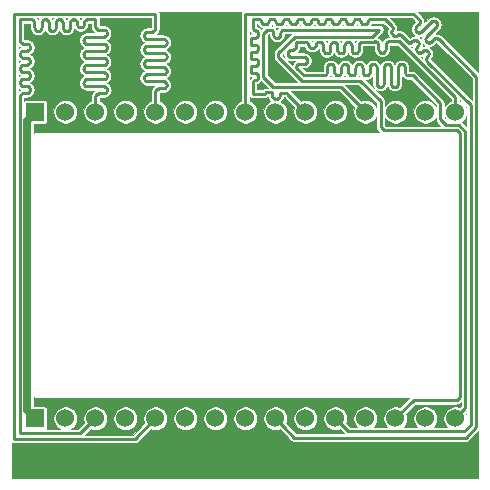
<source format=gbr>
%TF.GenerationSoftware,KiCad,Pcbnew,5.1.6*%
%TF.CreationDate,2020-09-08T13:50:04-04:00*%
%TF.ProjectId,placeholder,706c6163-6568-46f6-9c64-65722e6b6963,rev?*%
%TF.SameCoordinates,Original*%
%TF.FileFunction,Copper,L1,Top*%
%TF.FilePolarity,Positive*%
%FSLAX46Y46*%
G04 Gerber Fmt 4.6, Leading zero omitted, Abs format (unit mm)*
G04 Created by KiCad (PCBNEW 5.1.6) date 2020-09-08 13:50:04*
%MOMM*%
%LPD*%
G01*
G04 APERTURE LIST*
%TA.AperFunction,ComponentPad*%
%ADD10C,1.524000*%
%TD*%
%TA.AperFunction,ComponentPad*%
%ADD11R,1.524000X1.524000*%
%TD*%
%TA.AperFunction,Conductor*%
%ADD12C,0.250000*%
%TD*%
%TA.AperFunction,Conductor*%
%ADD13C,0.254000*%
%TD*%
%TA.AperFunction,Conductor*%
%ADD14C,0.635000*%
%TD*%
%TA.AperFunction,NonConductor*%
%ADD15C,0.100000*%
%TD*%
G04 APERTURE END LIST*
D10*
%TO.P,J2,15*%
%TO.N,/EXT_INTO*%
X87780000Y-58750000D03*
%TO.P,J2,14*%
%TO.N,N/C*%
X85240000Y-58750000D03*
%TO.P,J2,13*%
%TO.N,/CS7*%
X82700000Y-58750000D03*
%TO.P,J2,12*%
%TO.N,/CS6*%
X80160000Y-58750000D03*
%TO.P,J2,11*%
%TO.N,/CS5*%
X77620000Y-58750000D03*
%TO.P,J2,10*%
%TO.N,/CS4*%
X75080000Y-58750000D03*
%TO.P,J2,9*%
%TO.N,/CS3*%
X72540000Y-58750000D03*
%TO.P,J2,8*%
%TO.N,/CS2*%
X70000000Y-58750000D03*
%TO.P,J2,7*%
%TO.N,/CS1*%
X67460000Y-58750000D03*
%TO.P,J2,6*%
%TO.N,/CIPO*%
X64920000Y-58750000D03*
%TO.P,J2,5*%
%TO.N,/COPI*%
X62380000Y-58750000D03*
%TO.P,J2,4*%
%TO.N,/SCK*%
X59840000Y-58750000D03*
%TO.P,J2,3*%
%TO.N,/RESET*%
X57300000Y-58750000D03*
%TO.P,J2,2*%
%TO.N,GND*%
X54760000Y-58750000D03*
D11*
%TO.P,J2,1*%
%TO.N,+5V*%
X52220000Y-58750000D03*
%TD*%
D10*
%TO.P,J1,15*%
%TO.N,/EXT_INTO*%
X87780000Y-84700000D03*
%TO.P,J1,14*%
%TO.N,/CS7*%
X85240000Y-84700000D03*
%TO.P,J1,13*%
%TO.N,/CS6*%
X82700000Y-84700000D03*
%TO.P,J1,12*%
%TO.N,/CS5*%
X80160000Y-84700000D03*
%TO.P,J1,11*%
%TO.N,/CS4*%
X77620000Y-84700000D03*
%TO.P,J1,10*%
%TO.N,/CS3*%
X75080000Y-84700000D03*
%TO.P,J1,9*%
%TO.N,/CS2*%
X72540000Y-84700000D03*
%TO.P,J1,8*%
%TO.N,/CS1*%
X70000000Y-84700000D03*
%TO.P,J1,7*%
%TO.N,N/C*%
X67460000Y-84700000D03*
%TO.P,J1,6*%
%TO.N,/CIPO*%
X64920000Y-84700000D03*
%TO.P,J1,5*%
%TO.N,/COPI*%
X62380000Y-84700000D03*
%TO.P,J1,4*%
%TO.N,/SCK*%
X59840000Y-84700000D03*
%TO.P,J1,3*%
%TO.N,/RESET*%
X57300000Y-84700000D03*
%TO.P,J1,2*%
%TO.N,GND*%
X54760000Y-84700000D03*
D11*
%TO.P,J1,1*%
%TO.N,+5V*%
X52220000Y-84700000D03*
%TD*%
D12*
%TO.N,/EXT_INTO*%
X87780000Y-57511306D02*
X87780000Y-58750000D01*
X83048694Y-52780000D02*
X87780000Y-57511306D01*
X82109653Y-52787521D02*
X82176410Y-52780000D01*
X82046244Y-52809709D02*
X82109653Y-52787521D01*
X81989363Y-52845450D02*
X82046244Y-52809709D01*
X81883931Y-53013243D02*
X81906119Y-52949834D01*
X81876410Y-53080000D02*
X81883931Y-53013243D01*
X81810959Y-53632767D02*
X81846700Y-53575886D01*
X81763456Y-53680270D02*
X81810959Y-53632767D01*
X81706575Y-53716011D02*
X81763456Y-53680270D01*
X81389363Y-53680270D02*
X81446244Y-53716011D01*
X81341860Y-53632767D02*
X81389363Y-53680270D01*
X81276410Y-53080000D02*
X81276410Y-53445721D01*
X81106575Y-52809709D02*
X81163456Y-52845450D01*
X81043166Y-52787521D02*
X81106575Y-52809709D01*
X80976410Y-52780000D02*
X81043166Y-52787521D01*
X80926400Y-52830010D02*
X80976410Y-52780000D01*
X79833233Y-52837531D02*
X79899990Y-52830010D01*
X79299990Y-53795731D02*
X79366746Y-53788209D01*
X78992468Y-53063253D02*
X78999990Y-53130010D01*
X78766746Y-52837531D02*
X78830155Y-52859719D01*
X78512943Y-52895460D02*
X78569824Y-52859719D01*
X78399990Y-53495731D02*
X78399990Y-53130010D01*
X78287036Y-53730280D02*
X78334539Y-53682777D01*
X77734539Y-52942963D02*
X77770280Y-52999844D01*
X77499990Y-52830010D02*
X77566746Y-52837531D01*
X77229699Y-52999844D02*
X77265440Y-52942963D01*
X77207511Y-53063253D02*
X77229699Y-52999844D01*
X77192468Y-53562487D02*
X77199990Y-53495731D01*
X82176410Y-52780000D02*
X83048694Y-52780000D01*
X77170280Y-53625896D02*
X77192468Y-53562487D01*
X81941860Y-52892953D02*
X81989363Y-52845450D01*
X76966746Y-53788209D02*
X77030155Y-53766021D01*
X81906119Y-52949834D02*
X81941860Y-52892953D01*
X76899990Y-53795731D02*
X76966746Y-53788209D01*
X81876410Y-53445721D02*
X81876410Y-53080000D01*
X76712943Y-53730280D02*
X76769824Y-53766021D01*
X81868888Y-53512477D02*
X81876410Y-53445721D01*
X76665440Y-53682777D02*
X76712943Y-53730280D01*
X81846700Y-53575886D02*
X81868888Y-53512477D01*
X76629699Y-53625896D02*
X76665440Y-53682777D01*
X76607511Y-53562487D02*
X76629699Y-53625896D01*
X76599990Y-53495731D02*
X76607511Y-53562487D01*
X81576410Y-53745721D02*
X81643166Y-53738199D01*
X76570280Y-52999844D02*
X76592468Y-53063253D01*
X81509653Y-53738199D02*
X81576410Y-53745721D01*
X76534539Y-52942963D02*
X76570280Y-52999844D01*
X81446244Y-53716011D02*
X81509653Y-53738199D01*
X76487036Y-52895460D02*
X76534539Y-52942963D01*
X76054936Y-52886266D02*
X76103828Y-52855546D01*
X76014106Y-52927096D02*
X76054936Y-52886266D01*
X75983386Y-52975988D02*
X76014106Y-52927096D01*
X75964315Y-53030490D02*
X75983386Y-52975988D01*
X75951384Y-53145250D02*
X75964315Y-53030490D01*
X75932313Y-53199752D02*
X75951384Y-53145250D01*
X75901593Y-53248644D02*
X75932313Y-53199752D01*
X75860763Y-53289474D02*
X75901593Y-53248644D01*
X75811871Y-53320194D02*
X75860763Y-53289474D01*
X79300280Y-55500155D02*
X79264539Y-55557036D01*
X79322468Y-55436746D02*
X79300280Y-55500155D01*
X79899990Y-52830010D02*
X80926400Y-52830010D01*
X79359699Y-54874103D02*
X79337511Y-54937512D01*
X81306119Y-53575886D02*
X81341860Y-53632767D01*
X76299990Y-52830010D02*
X76366746Y-52837531D01*
X79629990Y-54704269D02*
X79563233Y-54711790D01*
X80763233Y-54711790D02*
X80699824Y-54733978D01*
X79712943Y-52895460D02*
X79769824Y-52859719D01*
X76760155Y-55640280D02*
X76696746Y-55662468D01*
X79395440Y-54817222D02*
X79359699Y-54874103D01*
X81283931Y-53512477D02*
X81306119Y-53575886D01*
X76215710Y-52830010D02*
X76299990Y-52830010D01*
X79696746Y-54711790D02*
X79629990Y-54704269D01*
X79665440Y-52942963D02*
X79712943Y-52895460D01*
X76817036Y-55604539D02*
X76760155Y-55640280D01*
X76366746Y-52837531D02*
X76430155Y-52859719D01*
X79563233Y-54711790D02*
X79499824Y-54733978D01*
X79337511Y-54937512D02*
X79329990Y-55004269D01*
X79769824Y-52859719D02*
X79833233Y-52837531D01*
X76696746Y-55662468D02*
X76629990Y-55669990D01*
X79817036Y-54769719D02*
X79760155Y-54733978D01*
X80960155Y-54733978D02*
X80896746Y-54711790D01*
X81268888Y-53013243D02*
X81276410Y-53080000D01*
X79864539Y-54817222D02*
X79817036Y-54769719D01*
X81017036Y-54769719D02*
X80960155Y-54733978D01*
X86500000Y-59380000D02*
X86500000Y-57990000D01*
X79599990Y-53130010D02*
X79607511Y-53063253D01*
X83699824Y-55640280D02*
X83642943Y-55604539D01*
X76922468Y-55436746D02*
X76900280Y-55500155D01*
X81064539Y-54817222D02*
X81017036Y-54769719D01*
X79995440Y-55557036D02*
X79959699Y-55500155D01*
X81159699Y-56465877D02*
X81137511Y-56402468D01*
X80042943Y-55604539D02*
X79995440Y-55557036D01*
X80099824Y-55640280D02*
X80042943Y-55604539D01*
X80163233Y-55662468D02*
X80099824Y-55640280D01*
X80296746Y-55662468D02*
X80229990Y-55669990D01*
X82563233Y-56628190D02*
X82499824Y-56606002D01*
X80360155Y-55640280D02*
X80296746Y-55662468D01*
X82629990Y-56635711D02*
X82563233Y-56628190D01*
X80500280Y-55500155D02*
X80464539Y-55557036D01*
X82817036Y-56570261D02*
X82760155Y-56606002D01*
X80522468Y-55436746D02*
X80500280Y-55500155D01*
X81700280Y-56465877D02*
X81664539Y-56522758D01*
X82864539Y-56522758D02*
X82817036Y-56570261D01*
X80529990Y-55369990D02*
X80522468Y-55436746D01*
X81722468Y-56402468D02*
X81700280Y-56465877D01*
X82900280Y-56465877D02*
X82864539Y-56522758D01*
X78970280Y-52999844D02*
X78992468Y-53063253D01*
X77537511Y-55436746D02*
X77529990Y-55369990D01*
X80529990Y-55004269D02*
X80529990Y-55369990D01*
X81729990Y-56335711D02*
X81722468Y-56402468D01*
X82922468Y-56402468D02*
X82900280Y-56465877D01*
X78934539Y-52942963D02*
X78970280Y-52999844D01*
X77559699Y-55500155D02*
X77537511Y-55436746D01*
X81643166Y-53738199D02*
X81706575Y-53716011D01*
X75757369Y-53339265D02*
X75811871Y-53320194D01*
X80537511Y-54937512D02*
X80529990Y-55004269D01*
X81729990Y-55004269D02*
X81729990Y-56335711D01*
X82929990Y-56335711D02*
X82922468Y-56402468D01*
X78887036Y-52895460D02*
X78934539Y-52942963D01*
X77595440Y-55557036D02*
X77559699Y-55500155D01*
X80559699Y-54874103D02*
X80537511Y-54937512D01*
X81737511Y-54937512D02*
X81729990Y-55004269D01*
X82929990Y-55004269D02*
X82929990Y-56335711D01*
X79096746Y-55662468D02*
X79029990Y-55669990D01*
X78830155Y-52859719D02*
X78887036Y-52895460D01*
X77642943Y-55604539D02*
X77595440Y-55557036D01*
X75558330Y-53339265D02*
X75615710Y-53345731D01*
X74300000Y-52886410D02*
X74316410Y-52870000D01*
X76430155Y-52859719D02*
X76487036Y-52895460D01*
X75503828Y-53320194D02*
X75558330Y-53339265D01*
X80896746Y-54711790D02*
X80829990Y-54704269D01*
X81276410Y-53445721D02*
X81283931Y-53512477D01*
X79760155Y-54733978D02*
X79696746Y-54711790D01*
X79599990Y-53495731D02*
X79599990Y-53130010D01*
X76929990Y-55369990D02*
X76922468Y-55436746D01*
X83642943Y-55604539D02*
X83595440Y-55557036D01*
X79442943Y-54769719D02*
X79395440Y-54817222D01*
X78465440Y-52942963D02*
X78512943Y-52895460D01*
X78017036Y-55604539D02*
X77960155Y-55640280D01*
X79629699Y-52999844D02*
X79665440Y-52942963D01*
X76864539Y-55557036D02*
X76817036Y-55604539D01*
X81100280Y-54874103D02*
X81064539Y-54817222D01*
X83529990Y-55369990D02*
X83529990Y-55004269D01*
X81122468Y-54937512D02*
X81100280Y-54874103D01*
X81129990Y-55004269D02*
X81122468Y-54937512D01*
X76103828Y-52855546D02*
X76158330Y-52836475D01*
X81129990Y-56335711D02*
X81129990Y-55004269D01*
X81210959Y-52892953D02*
X81246700Y-52949834D01*
X79922468Y-54937512D02*
X79900280Y-54874103D01*
X79592468Y-53562487D02*
X79599990Y-53495731D01*
X76929990Y-55004269D02*
X76929990Y-55369990D01*
X81137511Y-56402468D02*
X81129990Y-56335711D01*
X79959699Y-55500155D02*
X79937511Y-55436746D01*
X81163456Y-52845450D02*
X81210959Y-52892953D01*
X79929990Y-55004269D02*
X79922468Y-54937512D01*
X82300280Y-54874103D02*
X82264539Y-54817222D01*
X78392468Y-53562487D02*
X78399990Y-53495731D01*
X78129990Y-55004269D02*
X78129990Y-55369990D01*
X81363233Y-56628190D02*
X81299824Y-56606002D01*
X80229990Y-55669990D02*
X80163233Y-55662468D01*
X81429990Y-56635711D02*
X81363233Y-56628190D01*
X81664539Y-56522758D02*
X81617036Y-56570261D01*
X75615710Y-53345731D02*
X75699990Y-53345731D01*
X75265721Y-54393590D02*
X75258199Y-54326833D01*
X77687036Y-52895460D02*
X77734539Y-52942963D01*
X78795440Y-55557036D02*
X78759699Y-55500155D01*
X74292479Y-53260346D02*
X74300000Y-53193590D01*
X79570280Y-53625896D02*
X79592468Y-53562487D01*
X76937511Y-54937512D02*
X76929990Y-55004269D01*
X84179990Y-55669990D02*
X83829990Y-55669990D01*
X83163233Y-54711790D02*
X83099824Y-54733978D01*
X82029990Y-54704269D02*
X81963233Y-54711790D01*
X83595440Y-55557036D02*
X83559699Y-55500155D01*
X76592468Y-53063253D02*
X76599990Y-53130010D01*
X83529990Y-55004269D02*
X83522468Y-54937512D01*
X79329990Y-55369990D02*
X79322468Y-55436746D01*
X82937511Y-54937512D02*
X82929990Y-55004269D01*
X83829990Y-55669990D02*
X83763233Y-55662468D01*
X81759699Y-54874103D02*
X81737511Y-54937512D01*
X77699824Y-55640280D02*
X77642943Y-55604539D01*
X83559699Y-55500155D02*
X83537511Y-55436746D01*
X88639968Y-60411492D02*
X88074457Y-59845981D01*
X79499824Y-54733978D02*
X79442943Y-54769719D01*
X82096746Y-54711790D02*
X82029990Y-54704269D01*
X78429699Y-52999844D02*
X78465440Y-52942963D01*
X78064539Y-55557036D02*
X78017036Y-55604539D01*
X76900280Y-55500155D02*
X76864539Y-55557036D01*
X81560155Y-56606002D02*
X81496746Y-56628190D01*
X77829699Y-53625896D02*
X77865440Y-53682777D01*
X78664539Y-54817222D02*
X78617036Y-54769719D01*
X79007511Y-53562487D02*
X79029699Y-53625896D01*
X77500280Y-54874103D02*
X77464539Y-54817222D01*
X82442943Y-56570261D02*
X82395440Y-56522758D01*
X78429990Y-54704269D02*
X78363233Y-54711790D01*
X80417036Y-55604539D02*
X80360155Y-55640280D01*
X82696746Y-56628190D02*
X82629990Y-56635711D01*
X79607511Y-53063253D02*
X79629699Y-52999844D01*
X83537511Y-55436746D02*
X83529990Y-55369990D01*
X82395440Y-56522758D02*
X82359699Y-56465877D01*
X78099990Y-53795731D02*
X78166746Y-53788209D01*
X78363233Y-54711790D02*
X78299824Y-54733978D01*
X82995440Y-54817222D02*
X82959699Y-54874103D01*
X81842943Y-54769719D02*
X81795440Y-54817222D01*
X78633233Y-52837531D02*
X78699990Y-52830010D01*
X77829990Y-55669990D02*
X77763233Y-55662468D01*
X77265440Y-52942963D02*
X77312943Y-52895460D01*
X76599990Y-53130010D02*
X76599990Y-53495731D01*
X83522468Y-54937512D02*
X83500280Y-54874103D01*
X81246700Y-52949834D02*
X81268888Y-53013243D01*
X79900280Y-54874103D02*
X79864539Y-54817222D01*
X88074457Y-59845981D02*
X87724021Y-59845979D01*
X77312943Y-52895460D02*
X77369824Y-52859719D01*
X83500280Y-54874103D02*
X83464539Y-54817222D01*
X82959699Y-54874103D02*
X82937511Y-54937512D01*
X79329990Y-55004269D02*
X79329990Y-55369990D01*
X78699990Y-52830010D02*
X78766746Y-52837531D01*
X77763233Y-55662468D02*
X77699824Y-55640280D01*
X86965979Y-59845979D02*
X86500000Y-59380000D01*
X88639968Y-83840032D02*
X88639968Y-60411492D01*
X73754114Y-53523299D02*
X73817523Y-53501111D01*
X81899824Y-54733978D02*
X81842943Y-54769719D01*
X77433233Y-52837531D02*
X77499990Y-52830010D01*
X83417036Y-54769719D02*
X83360155Y-54733978D01*
X79029990Y-55669990D02*
X78963233Y-55662468D01*
X78569824Y-52859719D02*
X78633233Y-52837531D01*
X77896746Y-55662468D02*
X77829990Y-55669990D01*
X81795440Y-54817222D02*
X81759699Y-54874103D01*
X87724021Y-59845979D02*
X86965979Y-59845979D01*
X83763233Y-55662468D02*
X83699824Y-55640280D01*
X80464539Y-55557036D02*
X80417036Y-55604539D01*
X82760155Y-56606002D02*
X82696746Y-56628190D01*
X77369824Y-52859719D02*
X77433233Y-52837531D01*
X83464539Y-54817222D02*
X83417036Y-54769719D01*
X81617036Y-56570261D02*
X81560155Y-56606002D01*
X78700280Y-54874103D02*
X78664539Y-54817222D01*
X78999990Y-53495731D02*
X79007511Y-53562487D01*
X77522468Y-54937512D02*
X77500280Y-54874103D01*
X82499824Y-56606002D02*
X82442943Y-56570261D01*
X81496746Y-56628190D02*
X81429990Y-56635711D01*
X87780000Y-84700000D02*
X88639968Y-83840032D01*
X77865440Y-53682777D02*
X77912943Y-53730280D01*
X78617036Y-54769719D02*
X78560155Y-54733978D01*
X77770280Y-52999844D02*
X77792468Y-53063253D01*
X78737511Y-55436746D02*
X78729990Y-55369990D01*
X83042943Y-54769719D02*
X82995440Y-54817222D01*
X81299824Y-56606002D02*
X81242943Y-56570261D01*
X79169824Y-53766021D02*
X79233233Y-53788209D01*
X77296746Y-54711790D02*
X77229990Y-54704269D01*
X82359699Y-56465877D02*
X82337511Y-56402468D01*
X78166746Y-53788209D02*
X78230155Y-53766021D01*
X78299824Y-54733978D02*
X78242943Y-54769719D01*
X83099824Y-54733978D02*
X83042943Y-54769719D01*
X77163233Y-54711790D02*
X77099824Y-54733978D01*
X82329990Y-56335711D02*
X82329990Y-55004269D01*
X78195440Y-54817222D02*
X78159699Y-54874103D01*
X81242943Y-56570261D02*
X81195440Y-56522758D01*
X79233233Y-53788209D02*
X79299990Y-53795731D01*
X77229990Y-54704269D02*
X77163233Y-54711790D01*
X86500000Y-57990000D02*
X84179990Y-55669990D01*
X82337511Y-56402468D02*
X82329990Y-56335711D01*
X78230155Y-53766021D02*
X78287036Y-53730280D01*
X78242943Y-54769719D02*
X78195440Y-54817222D01*
X79366746Y-53788209D02*
X79430155Y-53766021D01*
X77099824Y-54733978D02*
X77042943Y-54769719D01*
X82329990Y-55004269D02*
X82322468Y-54937512D01*
X78334539Y-53682777D02*
X78370280Y-53625896D01*
X78159699Y-54874103D02*
X78137511Y-54937512D01*
X81195440Y-56522758D02*
X81159699Y-56465877D01*
X82322468Y-54937512D02*
X82300280Y-54874103D01*
X78370280Y-53625896D02*
X78392468Y-53562487D01*
X78137511Y-54937512D02*
X78129990Y-55004269D01*
X76959699Y-54874103D02*
X76937511Y-54937512D01*
X74316410Y-52870000D02*
X74960000Y-52870000D01*
X76158330Y-52836475D02*
X76215710Y-52830010D01*
X82264539Y-54817222D02*
X82217036Y-54769719D01*
X78129990Y-55369990D02*
X78122468Y-55436746D01*
X82217036Y-54769719D02*
X82160155Y-54733978D01*
X78399990Y-53130010D02*
X78407511Y-53063253D01*
X78122468Y-55436746D02*
X78100280Y-55500155D01*
X82160155Y-54733978D02*
X82096746Y-54711790D01*
X78407511Y-53063253D02*
X78429699Y-52999844D01*
X78100280Y-55500155D02*
X78064539Y-55557036D01*
X79487036Y-53730280D02*
X79534539Y-53682777D01*
X76995440Y-54817222D02*
X76959699Y-54874103D01*
X79217036Y-55604539D02*
X79160155Y-55640280D01*
X77792468Y-53063253D02*
X77799990Y-53130010D01*
X78729990Y-55369990D02*
X78729990Y-55004269D01*
X81963233Y-54711790D02*
X81899824Y-54733978D01*
X77960155Y-55640280D02*
X77896746Y-55662468D01*
X79534539Y-53682777D02*
X79570280Y-53625896D01*
X79160155Y-55640280D02*
X79096746Y-55662468D01*
X77529990Y-55369990D02*
X77529990Y-55004269D01*
X78999990Y-53130010D02*
X78999990Y-53495731D01*
X77529990Y-55004269D02*
X77522468Y-54937512D01*
X77464539Y-54817222D02*
X77417036Y-54769719D01*
X79065440Y-53682777D02*
X79112943Y-53730280D01*
X77417036Y-54769719D02*
X77360155Y-54733978D01*
X79112943Y-53730280D02*
X79169824Y-53766021D01*
X77360155Y-54733978D02*
X77296746Y-54711790D01*
X79430155Y-53766021D02*
X79487036Y-53730280D01*
X79264539Y-55557036D02*
X79217036Y-55604539D01*
X77042943Y-54769719D02*
X76995440Y-54817222D01*
X79029699Y-53625896D02*
X79065440Y-53682777D01*
X76629990Y-55669990D02*
X74976400Y-55669990D01*
X74976400Y-55669990D02*
X74300000Y-54993590D01*
X74066757Y-53486068D02*
X74130166Y-53463880D01*
X80829990Y-54704269D02*
X80763233Y-54711790D01*
X74300000Y-54993590D02*
X74307521Y-54926833D01*
X74307521Y-54926833D02*
X74329709Y-54863424D01*
X80699824Y-54733978D02*
X80642943Y-54769719D01*
X74329709Y-54863424D02*
X74365450Y-54806543D01*
X80642943Y-54769719D02*
X80595440Y-54817222D01*
X74365450Y-54806543D02*
X74412953Y-54759040D01*
X80595440Y-54817222D02*
X80559699Y-54874103D01*
X74412953Y-54759040D02*
X74469834Y-54723299D01*
X74469834Y-54723299D02*
X74533243Y-54701111D01*
X74600000Y-54693590D02*
X74965721Y-54693590D01*
X74965721Y-54693590D02*
X75032477Y-54686068D01*
X75032477Y-54686068D02*
X75095886Y-54663880D01*
X75095886Y-54663880D02*
X75152767Y-54628139D01*
X75152767Y-54628139D02*
X75200270Y-54580636D01*
X75200270Y-54580636D02*
X75236011Y-54523755D01*
X83360155Y-54733978D02*
X83296746Y-54711790D01*
X78963233Y-55662468D02*
X78899824Y-55640280D01*
X74187047Y-53428139D02*
X74234550Y-53380636D01*
X75236011Y-54523755D02*
X75258199Y-54460346D01*
X77566746Y-52837531D02*
X77630155Y-52859719D01*
X78899824Y-55640280D02*
X78842943Y-55604539D01*
X83296746Y-54711790D02*
X83229990Y-54704269D01*
X74234550Y-53380636D02*
X74270291Y-53323755D01*
X75258199Y-54460346D02*
X75265721Y-54393590D01*
X77630155Y-52859719D02*
X77687036Y-52895460D01*
X78842943Y-55604539D02*
X78795440Y-55557036D01*
X83229990Y-54704269D02*
X83163233Y-54711790D01*
X74270291Y-53323755D02*
X74292479Y-53260346D01*
X75699990Y-53345731D02*
X75757369Y-53339265D01*
X75258199Y-54326833D02*
X75236011Y-54263424D01*
X75236011Y-54263424D02*
X75200270Y-54206543D01*
X75200270Y-54206543D02*
X75152767Y-54159040D01*
X75152767Y-54159040D02*
X75095886Y-54123299D01*
X77799990Y-53130010D02*
X77799990Y-53495731D01*
X78729990Y-55004269D02*
X78722468Y-54937512D01*
X74999990Y-52830010D02*
X75099990Y-52830010D01*
X75095886Y-54123299D02*
X75032477Y-54101111D01*
X77799990Y-53495731D02*
X77807511Y-53562487D01*
X78722468Y-54937512D02*
X78700280Y-54874103D01*
X75099990Y-52830010D02*
X75157369Y-52836475D01*
X79937511Y-55436746D02*
X79929990Y-55369990D01*
X75032477Y-54101111D02*
X74965721Y-54093590D01*
X79929990Y-55369990D02*
X79929990Y-55004269D01*
X74965721Y-54093590D02*
X73884279Y-54093590D01*
X73884279Y-54093590D02*
X73817523Y-54086068D01*
X76769824Y-53766021D02*
X76833233Y-53788209D01*
X73817523Y-54086068D02*
X73754114Y-54063880D01*
X76833233Y-53788209D02*
X76899990Y-53795731D01*
X73754114Y-54063880D02*
X73697233Y-54028139D01*
X73697233Y-54028139D02*
X73649730Y-53980636D01*
X73649730Y-53980636D02*
X73613989Y-53923755D01*
X77030155Y-53766021D02*
X77087036Y-53730280D01*
X73613989Y-53923755D02*
X73591801Y-53860346D01*
X77087036Y-53730280D02*
X77134539Y-53682777D01*
X73591801Y-53860346D02*
X73584279Y-53793590D01*
X77134539Y-53682777D02*
X77170280Y-53625896D01*
X73584279Y-53793590D02*
X73591801Y-53726833D01*
X73591801Y-53726833D02*
X73613989Y-53663424D01*
X73613989Y-53663424D02*
X73649730Y-53606543D01*
X77199990Y-53495731D02*
X77199990Y-53130010D01*
X73649730Y-53606543D02*
X73697233Y-53559040D01*
X77199990Y-53130010D02*
X77207511Y-53063253D01*
X73697233Y-53559040D02*
X73754114Y-53523299D01*
X73817523Y-53501111D02*
X73884279Y-53493590D01*
X73884279Y-53493590D02*
X74000000Y-53493590D01*
X74000000Y-53493590D02*
X74066757Y-53486068D01*
X74130166Y-53463880D02*
X74187047Y-53428139D01*
X78759699Y-55500155D02*
X78737511Y-55436746D01*
X74300000Y-53193590D02*
X74300000Y-52886410D01*
X74533243Y-54701111D02*
X74600000Y-54693590D01*
X74960000Y-52870000D02*
X74999990Y-52830010D01*
X77807511Y-53562487D02*
X77829699Y-53625896D01*
X75157369Y-52836475D02*
X75211871Y-52855546D01*
X75211871Y-52855546D02*
X75260763Y-52886266D01*
X75260763Y-52886266D02*
X75301593Y-52927096D01*
X77912943Y-53730280D02*
X77969824Y-53766021D01*
X78560155Y-54733978D02*
X78496746Y-54711790D01*
X75301593Y-52927096D02*
X75332313Y-52975988D01*
X77969824Y-53766021D02*
X78033233Y-53788209D01*
X78496746Y-54711790D02*
X78429990Y-54704269D01*
X75332313Y-52975988D02*
X75351384Y-53030490D01*
X78033233Y-53788209D02*
X78099990Y-53795731D01*
X75351384Y-53030490D02*
X75364315Y-53145250D01*
X75364315Y-53145250D02*
X75383386Y-53199752D01*
X75383386Y-53199752D02*
X75414106Y-53248644D01*
X75414106Y-53248644D02*
X75454936Y-53289474D01*
X75454936Y-53289474D02*
X75503828Y-53320194D01*
D13*
%TO.N,/CS6*%
X87887228Y-60297990D02*
X81707990Y-60297990D01*
X88152010Y-60562772D02*
X87887228Y-60297990D01*
X88152010Y-82887228D02*
X88152010Y-60562772D01*
X87887228Y-83152010D02*
X88152010Y-82887228D01*
X82700000Y-84700000D02*
X84247990Y-83152010D01*
X84247990Y-83152010D02*
X87887228Y-83152010D01*
X81707990Y-60297990D02*
X81460000Y-60050000D01*
D12*
X81460000Y-57840000D02*
X81460000Y-60050000D01*
X74790000Y-56120000D02*
X79740000Y-56120000D01*
X72780000Y-53770000D02*
X72780000Y-54110000D01*
X80740000Y-52380000D02*
X74170000Y-52380000D01*
X81340000Y-51780000D02*
X80740000Y-52380000D01*
X73213243Y-51787521D02*
X73280000Y-51780000D01*
X73045450Y-51892953D02*
X73092953Y-51845450D01*
X72987521Y-52013243D02*
X73009709Y-51949834D01*
X73009709Y-51949834D02*
X73045450Y-51892953D01*
X72980000Y-52080000D02*
X72987521Y-52013243D01*
X72980000Y-52183818D02*
X72980000Y-52080000D01*
X72780000Y-54110000D02*
X74790000Y-56120000D01*
X72314549Y-51892953D02*
X72350290Y-51949834D01*
X72267046Y-51845450D02*
X72314549Y-51892953D01*
X72350290Y-51949834D02*
X72372478Y-52013243D01*
X72950290Y-52313983D02*
X72972478Y-52250574D01*
X72146756Y-51787521D02*
X72210165Y-51809709D01*
X71880000Y-51780000D02*
X72080000Y-51780000D01*
X72080000Y-51780000D02*
X72146756Y-51787521D01*
X73092953Y-51845450D02*
X73149834Y-51809709D01*
X71520000Y-52140000D02*
X71880000Y-51780000D01*
X72350000Y-56630000D02*
X71520000Y-55800000D01*
X71520000Y-55800000D02*
X71520000Y-52140000D01*
X78090000Y-56630000D02*
X72350000Y-56630000D01*
X80160000Y-58700000D02*
X78090000Y-56630000D01*
X79740000Y-56120000D02*
X81460000Y-57840000D01*
X72613243Y-52476296D02*
X72680000Y-52483818D01*
X72810165Y-52454108D02*
X72867046Y-52418367D01*
X80160000Y-58750000D02*
X80160000Y-58700000D01*
X73280000Y-51780000D02*
X81340000Y-51780000D01*
X73149834Y-51809709D02*
X73213243Y-51787521D01*
X72372478Y-52013243D02*
X72380000Y-52080000D01*
X72387521Y-52250574D02*
X72409709Y-52313983D01*
X72746756Y-52476296D02*
X72810165Y-52454108D01*
X72380000Y-52183818D02*
X72387521Y-52250574D01*
X74170000Y-52380000D02*
X72780000Y-53770000D01*
X72680000Y-52483818D02*
X72746756Y-52476296D01*
X72409709Y-52313983D02*
X72445450Y-52370864D01*
X72445450Y-52370864D02*
X72492953Y-52418367D01*
X72492953Y-52418367D02*
X72549834Y-52454108D01*
X72210165Y-51809709D02*
X72267046Y-51845450D01*
X72380000Y-52080000D02*
X72380000Y-52183818D01*
X72972478Y-52250574D02*
X72980000Y-52183818D01*
X72549834Y-52454108D02*
X72613243Y-52476296D01*
X72867046Y-52418367D02*
X72914549Y-52370864D01*
X72914549Y-52370864D02*
X72950290Y-52313983D01*
%TO.N,/CS4*%
X72786776Y-57600194D02*
X72744504Y-57614986D01*
X71625000Y-57220000D02*
X70660000Y-57220000D01*
X72824697Y-57576367D02*
X72786776Y-57600194D01*
X72880193Y-57506777D02*
X72856366Y-57544698D01*
X73450000Y-57120000D02*
X72950000Y-57120000D01*
X71641689Y-57218119D02*
X71625000Y-57220000D01*
X72856366Y-57544698D02*
X72824697Y-57576367D01*
X72938873Y-57121253D02*
X72928305Y-57124951D01*
X75080000Y-58750000D02*
X73550000Y-57220000D01*
X72928305Y-57124951D02*
X72918825Y-57130908D01*
X72900000Y-57170000D02*
X72900000Y-57420000D01*
X73498746Y-57158873D02*
X73495048Y-57148305D01*
X72300000Y-57145000D02*
X72298119Y-57128310D01*
X71775000Y-57070000D02*
X71758310Y-57071880D01*
X71742458Y-57077427D02*
X71728238Y-57086362D01*
X72904951Y-57148305D02*
X72901253Y-57158873D01*
X72305014Y-57464505D02*
X72300000Y-57420000D01*
X72271761Y-57086362D02*
X72257541Y-57077427D01*
X72241689Y-57071880D02*
X72225000Y-57070000D01*
X73481174Y-57130908D02*
X73471694Y-57124951D01*
X73528305Y-57215048D02*
X73518825Y-57209091D01*
X72918825Y-57130908D02*
X72910908Y-57138825D01*
X71683637Y-57191761D02*
X71671761Y-57203637D01*
X73538873Y-57218746D02*
X73528305Y-57215048D01*
X73510908Y-57201174D02*
X73504951Y-57191694D01*
X73504951Y-57191694D02*
X73501253Y-57181126D01*
X73495048Y-57148305D02*
X73489091Y-57138825D01*
X72300000Y-57420000D02*
X72300000Y-57145000D01*
X72225000Y-57070000D02*
X71775000Y-57070000D01*
X72257541Y-57077427D02*
X72241689Y-57071880D01*
X73501253Y-57181126D02*
X73498746Y-57158873D01*
X73550000Y-57220000D02*
X73538873Y-57218746D01*
X72950000Y-57120000D02*
X72938873Y-57121253D01*
X72413223Y-57600194D02*
X72375302Y-57576367D01*
X72343633Y-57544698D02*
X72319806Y-57506777D01*
X72292572Y-57112458D02*
X72283637Y-57098238D01*
X73471694Y-57124951D02*
X73461126Y-57121253D01*
X72700000Y-57620000D02*
X72500000Y-57620000D01*
X72455495Y-57614986D02*
X72413223Y-57600194D01*
X72298119Y-57128310D02*
X72292572Y-57112458D01*
X72744504Y-57614986D02*
X72700000Y-57620000D01*
X73518825Y-57209091D02*
X73510908Y-57201174D01*
X72500000Y-57620000D02*
X72455495Y-57614986D01*
X72894985Y-57464505D02*
X72880193Y-57506777D01*
X72375302Y-57576367D02*
X72343633Y-57544698D01*
X72319806Y-57506777D02*
X72305014Y-57464505D01*
X72283637Y-57098238D02*
X72271761Y-57086362D01*
X73489091Y-57138825D02*
X73481174Y-57130908D01*
X71758310Y-57071880D02*
X71742458Y-57077427D01*
X71728238Y-57086362D02*
X71716362Y-57098238D01*
X71716362Y-57098238D02*
X71707427Y-57112458D01*
X72900000Y-57420000D02*
X72894985Y-57464505D01*
X71707427Y-57112458D02*
X71701880Y-57128310D01*
X71698119Y-57161689D02*
X71692572Y-57177541D01*
X72910908Y-57138825D02*
X72904951Y-57148305D01*
X73461126Y-57121253D02*
X73450000Y-57120000D01*
X71657541Y-57212572D02*
X71641689Y-57218119D01*
X71701880Y-57128310D02*
X71698119Y-57161689D01*
X72901253Y-57158873D02*
X72900000Y-57170000D01*
X71692572Y-57177541D02*
X71683637Y-57191761D01*
X71671761Y-57203637D02*
X71657541Y-57212572D01*
D13*
X78710000Y-85790000D02*
X77620000Y-84700000D01*
X88540000Y-85790000D02*
X78710000Y-85790000D01*
X89093979Y-85236021D02*
X88540000Y-85790000D01*
X89093979Y-58186047D02*
X89093979Y-85236021D01*
X85396022Y-54488090D02*
X89093979Y-58186047D01*
X85310039Y-54309547D02*
X85324987Y-54375040D01*
X85324987Y-54176872D02*
X85310038Y-54242367D01*
X85354136Y-54116348D02*
X85324987Y-54176872D01*
X85508248Y-53909582D02*
X85479100Y-53970107D01*
X85523196Y-53844087D02*
X85508248Y-53909582D01*
X85508247Y-53711414D02*
X85523197Y-53776909D01*
X85258673Y-53512384D02*
X85324168Y-53527334D01*
X85191495Y-53512385D02*
X85258673Y-53512384D01*
X85065474Y-53556481D02*
X85126000Y-53527334D01*
X84600015Y-53681446D02*
X84660542Y-53710594D01*
X84547494Y-53639562D02*
X84600015Y-53681446D01*
X84461511Y-53461019D02*
X84476459Y-53526512D01*
X84461510Y-53393839D02*
X84461511Y-53461019D01*
X84547493Y-53215297D02*
X84505608Y-53267820D01*
X84588687Y-53174102D02*
X84547493Y-53215297D01*
X84630572Y-53121579D02*
X84588687Y-53174102D01*
X84674668Y-52995559D02*
X84659720Y-53061054D01*
X84630573Y-52802361D02*
X84659719Y-52862886D01*
X84588687Y-52749838D02*
X84630573Y-52802361D01*
X84536166Y-52707954D02*
X84588687Y-52749838D01*
X84475640Y-52678806D02*
X84536166Y-52707954D01*
X84216946Y-52707953D02*
X84277472Y-52678806D01*
X84164423Y-52749838D02*
X84216946Y-52707953D01*
X84123230Y-52791034D02*
X84164423Y-52749838D01*
X84070707Y-52832919D02*
X84123230Y-52791034D01*
X83944687Y-52877015D02*
X84010180Y-52862065D01*
X83877507Y-52877014D02*
X83944687Y-52877015D01*
X83812014Y-52862066D02*
X83877507Y-52877014D01*
X83751487Y-52832918D02*
X83812014Y-52862066D01*
X83166428Y-52258496D02*
X83698966Y-52791034D01*
X83127036Y-52227082D02*
X83166428Y-52258496D01*
X83081641Y-52205221D02*
X83127036Y-52227082D01*
X85012951Y-53598366D02*
X85065474Y-53556481D01*
X83032521Y-52194009D02*
X83081641Y-52205221D01*
X82982137Y-52194009D02*
X83032521Y-52194009D01*
X84858708Y-53710593D02*
X84919235Y-53681447D01*
X82808838Y-52289909D02*
X82887621Y-52227082D01*
X82763443Y-52311770D02*
X82808838Y-52289909D01*
X82714323Y-52322982D02*
X82763443Y-52311770D01*
X82663939Y-52322982D02*
X82714323Y-52322982D01*
X84660542Y-53710594D02*
X84726035Y-53725542D01*
X82614818Y-52311770D02*
X82663939Y-52322982D01*
X82569423Y-52289909D02*
X82614818Y-52311770D01*
X82530032Y-52258496D02*
X82569423Y-52289909D01*
X82423966Y-52152430D02*
X82530032Y-52258496D01*
X82392552Y-52113038D02*
X82423966Y-52152430D01*
X82370691Y-52067643D02*
X82392552Y-52113038D01*
X82359479Y-52018523D02*
X82370691Y-52067643D01*
X82359479Y-51968139D02*
X82359479Y-52018523D01*
X82455379Y-51794840D02*
X82392552Y-51873623D01*
X82477240Y-51749445D02*
X82455379Y-51794840D01*
X82477240Y-51600820D02*
X82488452Y-51649941D01*
X85324168Y-53527334D02*
X85384694Y-53556482D01*
X82455379Y-51555425D02*
X82477240Y-51600820D01*
X81813953Y-50906021D02*
X82423966Y-51516034D01*
X80563979Y-50906021D02*
X81813953Y-50906021D01*
X80519474Y-50911035D02*
X80563979Y-50906021D01*
X80477202Y-50925827D02*
X80519474Y-50911035D01*
X80439281Y-50949654D02*
X80477202Y-50925827D01*
X84971758Y-53639562D02*
X85012951Y-53598366D01*
X80383785Y-51019244D02*
X80407612Y-50981323D01*
X80368993Y-51061516D02*
X80383785Y-51019244D01*
X80358964Y-51150525D02*
X80368993Y-51061516D01*
X80344172Y-51192797D02*
X80358964Y-51150525D01*
X80320345Y-51230718D02*
X80344172Y-51192797D01*
X80288676Y-51262387D02*
X80320345Y-51230718D01*
X80250755Y-51286214D02*
X80288676Y-51262387D01*
X80208483Y-51301006D02*
X80250755Y-51286214D01*
X80163979Y-51306021D02*
X80208483Y-51301006D01*
X79963979Y-51306021D02*
X80163979Y-51306021D01*
X79919474Y-51301006D02*
X79963979Y-51306021D01*
X85479100Y-53970107D02*
X85437215Y-54022630D01*
X79877202Y-51286214D02*
X79919474Y-51301006D01*
X79839281Y-51262387D02*
X79877202Y-51286214D01*
X79807612Y-51230718D02*
X79839281Y-51262387D01*
X79783785Y-51192797D02*
X79807612Y-51230718D01*
X85523197Y-53776909D02*
X85523196Y-53844087D01*
X79768993Y-51150525D02*
X79783785Y-51192797D01*
X79758964Y-51061516D02*
X79768993Y-51150525D01*
X79744172Y-51019244D02*
X79758964Y-51061516D01*
X79720345Y-50981323D02*
X79744172Y-51019244D01*
X85437215Y-53598366D02*
X85479101Y-53650889D01*
X79688676Y-50949654D02*
X79720345Y-50981323D01*
X79650755Y-50925827D02*
X79688676Y-50949654D01*
X79608483Y-50911035D02*
X79650755Y-50925827D01*
X79363979Y-50906021D02*
X79563979Y-50906021D01*
X79319474Y-50911035D02*
X79363979Y-50906021D01*
X79277202Y-50925827D02*
X79319474Y-50911035D01*
X79239281Y-50949654D02*
X79277202Y-50925827D01*
X79207612Y-50981323D02*
X79239281Y-50949654D01*
X79183785Y-51019244D02*
X79207612Y-50981323D01*
X79168993Y-51061516D02*
X79183785Y-51019244D01*
X79158964Y-51150525D02*
X79168993Y-51061516D01*
X78963979Y-51306021D02*
X79008483Y-51301006D01*
X78763979Y-51306021D02*
X78963979Y-51306021D01*
X78719474Y-51301006D02*
X78763979Y-51306021D01*
X78677202Y-51286214D02*
X78719474Y-51301006D01*
X78639281Y-51262387D02*
X78677202Y-51286214D01*
X78607612Y-51230718D02*
X78639281Y-51262387D01*
X78583785Y-51192797D02*
X78607612Y-51230718D01*
X78568993Y-51150525D02*
X78583785Y-51192797D01*
X78558964Y-51061516D02*
X78568993Y-51150525D01*
X78544172Y-51019244D02*
X78558964Y-51061516D01*
X78520345Y-50981323D02*
X78544172Y-51019244D01*
X78488676Y-50949654D02*
X78520345Y-50981323D01*
X78450755Y-50925827D02*
X78488676Y-50949654D01*
X78408483Y-50911035D02*
X78450755Y-50925827D01*
X84476459Y-53328344D02*
X84461510Y-53393839D01*
X78363979Y-50906021D02*
X78408483Y-50911035D01*
X78163979Y-50906021D02*
X78363979Y-50906021D01*
X78007612Y-50981323D02*
X78039281Y-50949654D01*
X77968993Y-51061516D02*
X77983785Y-51019244D01*
X77958964Y-51150525D02*
X77968993Y-51061516D01*
X77808483Y-51301006D02*
X77850755Y-51286214D01*
X77563979Y-51306021D02*
X77763979Y-51306021D01*
X77519474Y-51301006D02*
X77563979Y-51306021D01*
X77477202Y-51286214D02*
X77519474Y-51301006D01*
X77439281Y-51262387D02*
X77477202Y-51286214D01*
X84726035Y-53725542D02*
X84793215Y-53725543D01*
X77407612Y-51230718D02*
X77439281Y-51262387D01*
X77383785Y-51192797D02*
X77407612Y-51230718D01*
X77368993Y-51150525D02*
X77383785Y-51192797D01*
X77358964Y-51061516D02*
X77368993Y-51150525D01*
X77344172Y-51019244D02*
X77358964Y-51061516D01*
X77288676Y-50949654D02*
X77320345Y-50981323D01*
X77250755Y-50925827D02*
X77288676Y-50949654D01*
X77208483Y-50911035D02*
X77250755Y-50925827D01*
X84674669Y-52928381D02*
X84674668Y-52995559D01*
X77163979Y-50906021D02*
X77208483Y-50911035D01*
X76963979Y-50906021D02*
X77163979Y-50906021D01*
X80407612Y-50981323D02*
X80439281Y-50949654D01*
X76919474Y-50911035D02*
X76963979Y-50906021D01*
X82370691Y-51919018D02*
X82359479Y-51968139D01*
X76877202Y-50925827D02*
X76919474Y-50911035D01*
X82392552Y-51873623D02*
X82370691Y-51919018D01*
X76839281Y-50949654D02*
X76877202Y-50925827D01*
X76807612Y-50981323D02*
X76839281Y-50949654D01*
X76783785Y-51019244D02*
X76807612Y-50981323D01*
X82488452Y-51700325D02*
X82477240Y-51749445D01*
X76768993Y-51061516D02*
X76783785Y-51019244D01*
X82488452Y-51649941D02*
X82488452Y-51700325D01*
X76758964Y-51150525D02*
X76768993Y-51061516D01*
X76744172Y-51192797D02*
X76758964Y-51150525D01*
X71163979Y-50906021D02*
X71208483Y-50911035D01*
X77983785Y-51019244D02*
X78007612Y-50981323D01*
X71040193Y-55946776D02*
X71054985Y-55904504D01*
X70660000Y-51660000D02*
X70660000Y-50906021D01*
X77320345Y-50981323D02*
X77344172Y-51019244D01*
X70904504Y-51865014D02*
X70815495Y-51854985D01*
X70946776Y-51879806D02*
X70904504Y-51865014D01*
X70984697Y-51903633D02*
X70946776Y-51879806D01*
X71040193Y-51973223D02*
X71016366Y-51935302D01*
X71040193Y-52346776D02*
X71054985Y-52304504D01*
X70984697Y-52416366D02*
X71016366Y-52384697D01*
X70904504Y-52454985D02*
X70946776Y-52440193D01*
X70904504Y-53065014D02*
X70860000Y-53060000D01*
X78077202Y-50925827D02*
X78119474Y-50911035D01*
X76183785Y-51192797D02*
X76207612Y-51230718D01*
X70703633Y-51784697D02*
X70679806Y-51746776D01*
X70946776Y-53079806D02*
X70904504Y-53065014D01*
X70815495Y-51854985D02*
X70773223Y-51840193D01*
X71040193Y-53173223D02*
X71016366Y-53135302D01*
X75607612Y-50981323D02*
X75639281Y-50949654D01*
X75544172Y-51192797D02*
X75558964Y-51150525D01*
X70481817Y-53697651D02*
X70497652Y-53681816D01*
X70469904Y-53716611D02*
X70481817Y-53697651D01*
X70462508Y-53737747D02*
X70469904Y-53716611D01*
X70460000Y-53760000D02*
X70462508Y-53737747D01*
X71016366Y-55984697D02*
X71040193Y-55946776D01*
X84793215Y-53725543D02*
X84858708Y-53710593D01*
X70469904Y-54203388D02*
X70462508Y-54182252D01*
X73239281Y-50949654D02*
X73277202Y-50925827D01*
X75077202Y-51286214D02*
X75119474Y-51301006D01*
X85479101Y-53650889D02*
X85508247Y-53711414D01*
X71060000Y-52260000D02*
X71060000Y-52060000D01*
X70481817Y-55422348D02*
X70469904Y-55403388D01*
X77944172Y-51192797D02*
X77958964Y-51150525D01*
X70860000Y-54860000D02*
X70904504Y-54854985D01*
X76144172Y-51019244D02*
X76158964Y-51061516D01*
X71054985Y-52304504D02*
X71060000Y-52260000D01*
X77920345Y-51230718D02*
X77944172Y-51192797D01*
X70560000Y-54860000D02*
X70860000Y-54860000D01*
X76120345Y-50981323D02*
X76144172Y-51019244D01*
X70462508Y-54182252D02*
X70460000Y-54160000D01*
X70904504Y-55465014D02*
X70860000Y-55460000D01*
X73277202Y-50925827D02*
X73319474Y-50911035D01*
X75119474Y-51301006D02*
X75163979Y-51306021D01*
X70815495Y-56065014D02*
X70904504Y-56054985D01*
X70984697Y-53616366D02*
X71016366Y-53584697D01*
X72119474Y-50911035D02*
X72163979Y-50906021D01*
X73963979Y-51306021D02*
X74163979Y-51306021D01*
X70560000Y-55460000D02*
X70537748Y-55457492D01*
X70537748Y-55457492D02*
X70516612Y-55450096D01*
X77850755Y-51286214D02*
X77888676Y-51262387D01*
X70516612Y-54869903D02*
X70537748Y-54862507D01*
X76050755Y-50925827D02*
X76088676Y-50949654D01*
X84410145Y-52663856D02*
X84475640Y-52678806D01*
X70497652Y-53038183D02*
X70481817Y-53022348D01*
X82887621Y-52227082D02*
X82933016Y-52205221D01*
X70462508Y-54937747D02*
X70469904Y-54916611D01*
X74477202Y-50925827D02*
X74519474Y-50911035D01*
X70860000Y-55460000D02*
X70560000Y-55460000D01*
X71060000Y-52060000D02*
X71054985Y-52015495D01*
X70469904Y-55403388D02*
X70462508Y-55382252D01*
X70460000Y-54160000D02*
X70460000Y-53760000D01*
X85126000Y-53527334D02*
X85191495Y-53512385D01*
X73319474Y-50911035D02*
X73363979Y-50906021D01*
X75163979Y-51306021D02*
X75363979Y-51306021D01*
X70460000Y-52960000D02*
X70460000Y-52560000D01*
X73120345Y-51230718D02*
X73144172Y-51192797D01*
X85384694Y-53556482D02*
X85437215Y-53598366D01*
X74944172Y-51019244D02*
X74958964Y-51061516D01*
X70773223Y-51840193D02*
X70735302Y-51816366D01*
X71054985Y-55615495D02*
X71040193Y-55573223D01*
X71016366Y-53135302D02*
X70984697Y-53103633D01*
X84277472Y-52678806D02*
X84342967Y-52663857D01*
X70703633Y-56135302D02*
X70735302Y-56103633D01*
X71016366Y-55535302D02*
X70984697Y-55503633D01*
X72568993Y-51150525D02*
X72583785Y-51192797D01*
X74383785Y-51019244D02*
X74407612Y-50981323D01*
X70469904Y-54916611D02*
X70481817Y-54897651D01*
X70660000Y-50906021D02*
X71163979Y-50906021D01*
X70660000Y-56260000D02*
X70665014Y-56215495D01*
X70946776Y-55479806D02*
X70904504Y-55465014D01*
X70516612Y-53050096D02*
X70497652Y-53038183D01*
X72763979Y-51306021D02*
X72963979Y-51306021D01*
X74763979Y-50906021D02*
X74808483Y-50911035D01*
X82423966Y-51516034D02*
X82455379Y-51555425D01*
X71054985Y-55904504D02*
X71060000Y-55860000D01*
X75520345Y-51230718D02*
X75544172Y-51192797D01*
X70860000Y-52460000D02*
X70904504Y-52454985D01*
X71054985Y-52015495D02*
X71040193Y-51973223D01*
X70860000Y-53060000D02*
X70560000Y-53060000D01*
X72639281Y-51262387D02*
X72677202Y-51286214D01*
X70462508Y-55382252D02*
X70460000Y-55360000D01*
X73144172Y-51192797D02*
X73158964Y-51150525D01*
X70516612Y-55450096D02*
X70497652Y-55438183D01*
X85324987Y-54375040D02*
X85354135Y-54435566D01*
X77888676Y-51262387D02*
X77920345Y-51230718D01*
X70537748Y-54862507D02*
X70560000Y-54860000D01*
X76088676Y-50949654D02*
X76120345Y-50981323D01*
X79563979Y-50906021D02*
X79608483Y-50911035D01*
X70773223Y-56079806D02*
X70815495Y-56065014D01*
X84505607Y-53587038D02*
X84547494Y-53639562D01*
X70497652Y-55438183D02*
X70481817Y-55422348D01*
X70679806Y-56173223D02*
X70703633Y-56135302D01*
X70481817Y-54222348D02*
X70469904Y-54203388D01*
X75039281Y-51262387D02*
X75077202Y-51286214D01*
X70984697Y-56016366D02*
X71016366Y-55984697D01*
X70735302Y-51816366D02*
X70703633Y-51784697D01*
X70984697Y-53103633D02*
X70946776Y-53079806D01*
X71016366Y-54784697D02*
X71040193Y-54746776D01*
X76158964Y-51061516D02*
X76168993Y-51150525D01*
X71060000Y-55860000D02*
X71060000Y-55660000D01*
X71040193Y-54373223D02*
X71016366Y-54335302D01*
X76319474Y-51301006D02*
X76363979Y-51306021D01*
X70560000Y-52460000D02*
X70860000Y-52460000D01*
X71016366Y-52384697D02*
X71040193Y-52346776D01*
X70946776Y-52440193D02*
X70984697Y-52416366D01*
X70735302Y-56103633D02*
X70773223Y-56079806D01*
X70984697Y-55503633D02*
X70946776Y-55479806D01*
X71016366Y-51935302D02*
X70984697Y-51903633D01*
X70460000Y-54960000D02*
X70462508Y-54937747D01*
X78119474Y-50911035D02*
X78163979Y-50906021D01*
X76207612Y-51230718D02*
X76239281Y-51262387D01*
X84659719Y-52862886D02*
X84674669Y-52928381D01*
X70497652Y-53681816D02*
X70516612Y-53669903D01*
X77763979Y-51306021D02*
X77808483Y-51301006D01*
X70481817Y-54897651D02*
X70497652Y-54881816D01*
X75963979Y-50906021D02*
X76008483Y-50911035D01*
X83698966Y-52791034D02*
X83751487Y-52832918D01*
X70904504Y-54854985D02*
X70946776Y-54840193D01*
X70665014Y-56215495D02*
X70679806Y-56173223D01*
X70516612Y-52469903D02*
X70537748Y-52462507D01*
X70497652Y-54881816D02*
X70516612Y-54869903D01*
X70537748Y-52462507D02*
X70560000Y-52460000D01*
X70946776Y-54840193D02*
X70984697Y-54816366D01*
X74358964Y-51150525D02*
X74368993Y-51061516D01*
X70984697Y-54816366D02*
X71016366Y-54784697D01*
X72558964Y-51061516D02*
X72568993Y-51150525D01*
X74368993Y-51061516D02*
X74383785Y-51019244D01*
X78039281Y-50949654D02*
X78077202Y-50925827D01*
X70660000Y-57220000D02*
X70660000Y-56260000D01*
X76168993Y-51150525D02*
X76183785Y-51192797D01*
X71040193Y-54746776D02*
X71054985Y-54704504D01*
X72583785Y-51192797D02*
X72607612Y-51230718D01*
X82933016Y-52205221D02*
X82982137Y-52194009D01*
X71208483Y-50911035D02*
X71250755Y-50925827D01*
X74407612Y-50981323D02*
X74439281Y-50949654D01*
X76239281Y-51262387D02*
X76277202Y-51286214D01*
X71054985Y-54704504D02*
X71060000Y-54660000D01*
X71060000Y-54660000D02*
X71060000Y-54460000D01*
X71060000Y-54460000D02*
X71054985Y-54415495D01*
X71054985Y-54415495D02*
X71040193Y-54373223D01*
X71040193Y-55573223D02*
X71016366Y-55535302D01*
X76363979Y-51306021D02*
X76563979Y-51306021D01*
X71016366Y-54335302D02*
X70984697Y-54303633D01*
X72963979Y-51306021D02*
X73008483Y-51301006D01*
X70460000Y-52560000D02*
X70462508Y-52537747D01*
X70560000Y-54260000D02*
X70537748Y-54257492D01*
X71368993Y-51150525D02*
X71383785Y-51192797D01*
X76720345Y-51230718D02*
X76744172Y-51192797D01*
X70497652Y-54238183D02*
X70481817Y-54222348D01*
X71250755Y-50925827D02*
X71288676Y-50949654D01*
X76563979Y-51306021D02*
X76608483Y-51301006D01*
X70984697Y-54303633D02*
X70946776Y-54279806D01*
X71288676Y-50949654D02*
X71320345Y-50981323D01*
X84476459Y-53526512D02*
X84505607Y-53587038D01*
X71060000Y-55660000D02*
X71054985Y-55615495D01*
X70946776Y-54279806D02*
X70904504Y-54265014D01*
X71320345Y-50981323D02*
X71344172Y-51019244D01*
X70904504Y-54265014D02*
X70860000Y-54260000D01*
X71344172Y-51019244D02*
X71358964Y-51061516D01*
X70537748Y-54257492D02*
X70516612Y-54250096D01*
X71383785Y-51192797D02*
X71407612Y-51230718D01*
X70516612Y-54250096D02*
X70497652Y-54238183D01*
X71407612Y-51230718D02*
X71439281Y-51262387D01*
X71439281Y-51262387D02*
X71477202Y-51286214D01*
X71477202Y-51286214D02*
X71519474Y-51301006D01*
X85396021Y-54063825D02*
X85354136Y-54116348D01*
X71519474Y-51301006D02*
X71563979Y-51306021D01*
X71563979Y-51306021D02*
X71763979Y-51306021D01*
X75408483Y-51301006D02*
X75450755Y-51286214D01*
X71763979Y-51306021D02*
X71808483Y-51301006D01*
X84342967Y-52663857D02*
X84410145Y-52663856D01*
X75450755Y-51286214D02*
X75488676Y-51262387D01*
X79008483Y-51301006D02*
X79050755Y-51286214D01*
X70904504Y-56054985D02*
X70946776Y-56040193D01*
X71808483Y-51301006D02*
X71850755Y-51286214D01*
X85310038Y-54242367D02*
X85310039Y-54309547D01*
X79050755Y-51286214D02*
X79088676Y-51262387D01*
X71850755Y-51286214D02*
X71888676Y-51262387D01*
X79088676Y-51262387D02*
X79120345Y-51230718D01*
X71888676Y-51262387D02*
X71920345Y-51230718D01*
X79120345Y-51230718D02*
X79144172Y-51192797D01*
X71920345Y-51230718D02*
X71944172Y-51192797D01*
X75558964Y-51150525D02*
X75568993Y-51061516D01*
X79144172Y-51192797D02*
X79158964Y-51150525D01*
X71944172Y-51192797D02*
X71958964Y-51150525D01*
X75568993Y-51061516D02*
X75583785Y-51019244D01*
X85354135Y-54435566D02*
X85396022Y-54488090D01*
X70516612Y-53669903D02*
X70537748Y-53662507D01*
X71958964Y-51150525D02*
X71968993Y-51061516D01*
X73768993Y-51150525D02*
X73783785Y-51192797D01*
X70537748Y-53662507D02*
X70560000Y-53660000D01*
X71968993Y-51061516D02*
X71983785Y-51019244D01*
X73783785Y-51192797D02*
X73807612Y-51230718D01*
X70560000Y-53660000D02*
X70860000Y-53660000D01*
X71983785Y-51019244D02*
X72007612Y-50981323D01*
X73807612Y-51230718D02*
X73839281Y-51262387D01*
X84659720Y-53061054D02*
X84630572Y-53121579D01*
X70860000Y-53660000D02*
X70904504Y-53654985D01*
X72007612Y-50981323D02*
X72039281Y-50949654D01*
X70904504Y-53654985D02*
X70946776Y-53640193D01*
X72039281Y-50949654D02*
X72077202Y-50925827D01*
X73877202Y-51286214D02*
X73919474Y-51301006D01*
X70946776Y-53640193D02*
X70984697Y-53616366D01*
X72077202Y-50925827D02*
X72119474Y-50911035D01*
X73919474Y-51301006D02*
X73963979Y-51306021D01*
X71016366Y-53584697D02*
X71040193Y-53546776D01*
X72163979Y-50906021D02*
X72363979Y-50906021D01*
X85437215Y-54022630D02*
X85396021Y-54063825D01*
X74163979Y-51306021D02*
X74208483Y-51301006D01*
X71040193Y-53546776D02*
X71054985Y-53504504D01*
X72363979Y-50906021D02*
X72408483Y-50911035D01*
X71054985Y-53504504D02*
X71060000Y-53460000D01*
X72408483Y-50911035D02*
X72450755Y-50925827D01*
X74250755Y-51286214D02*
X74288676Y-51262387D01*
X71060000Y-53460000D02*
X71060000Y-53260000D01*
X72450755Y-50925827D02*
X72488676Y-50949654D01*
X74288676Y-51262387D02*
X74320345Y-51230718D01*
X71060000Y-53260000D02*
X71054985Y-53215495D01*
X72488676Y-50949654D02*
X72520345Y-50981323D01*
X70679806Y-51746776D02*
X70665014Y-51704504D01*
X74320345Y-51230718D02*
X74344172Y-51192797D01*
X71054985Y-53215495D02*
X71040193Y-53173223D01*
X72520345Y-50981323D02*
X72544172Y-51019244D01*
X70665014Y-51704504D02*
X70660000Y-51660000D01*
X74344172Y-51192797D02*
X74358964Y-51150525D01*
X72544172Y-51019244D02*
X72558964Y-51061516D01*
X70946776Y-56040193D02*
X70984697Y-56016366D01*
X72607612Y-51230718D02*
X72639281Y-51262387D01*
X76277202Y-51286214D02*
X76319474Y-51301006D01*
X70560000Y-53060000D02*
X70537748Y-53057492D01*
X70460000Y-55360000D02*
X70460000Y-54960000D01*
X72677202Y-51286214D02*
X72719474Y-51301006D01*
X74519474Y-50911035D02*
X74563979Y-50906021D01*
X70537748Y-53057492D02*
X70516612Y-53050096D01*
X72719474Y-51301006D02*
X72763979Y-51306021D01*
X74563979Y-50906021D02*
X74763979Y-50906021D01*
X70481817Y-53022348D02*
X70469904Y-53003388D01*
X73008483Y-51301006D02*
X73050755Y-51286214D01*
X74850755Y-50925827D02*
X74888676Y-50949654D01*
X70469904Y-53003388D02*
X70462508Y-52982252D01*
X73050755Y-51286214D02*
X73088676Y-51262387D01*
X74888676Y-50949654D02*
X74920345Y-50981323D01*
X70462508Y-52982252D02*
X70460000Y-52960000D01*
X73088676Y-51262387D02*
X73120345Y-51230718D01*
X74920345Y-50981323D02*
X74944172Y-51019244D01*
X70462508Y-52537747D02*
X70469904Y-52516611D01*
X73158964Y-51150525D02*
X73168993Y-51061516D01*
X74968993Y-51150525D02*
X74983785Y-51192797D01*
X70469904Y-52516611D02*
X70481817Y-52497651D01*
X73168993Y-51061516D02*
X73183785Y-51019244D01*
X84010180Y-52862065D02*
X84070707Y-52832919D01*
X74983785Y-51192797D02*
X75007612Y-51230718D01*
X70481817Y-52497651D02*
X70497652Y-52481816D01*
X73183785Y-51019244D02*
X73207612Y-50981323D01*
X75007612Y-51230718D02*
X75039281Y-51262387D01*
X70497652Y-52481816D02*
X70516612Y-52469903D01*
X73207612Y-50981323D02*
X73239281Y-50949654D01*
X73363979Y-50906021D02*
X73563979Y-50906021D01*
X75363979Y-51306021D02*
X75408483Y-51301006D01*
X73563979Y-50906021D02*
X73608483Y-50911035D01*
X73608483Y-50911035D02*
X73650755Y-50925827D01*
X84505608Y-53267820D02*
X84476459Y-53328344D01*
X73650755Y-50925827D02*
X73688676Y-50949654D01*
X73688676Y-50949654D02*
X73720345Y-50981323D01*
X73720345Y-50981323D02*
X73744172Y-51019244D01*
X73744172Y-51019244D02*
X73758964Y-51061516D01*
X73758964Y-51061516D02*
X73768993Y-51150525D01*
X73839281Y-51262387D02*
X73877202Y-51286214D01*
X74208483Y-51301006D02*
X74250755Y-51286214D01*
X74439281Y-50949654D02*
X74477202Y-50925827D01*
X74808483Y-50911035D02*
X74850755Y-50925827D01*
X74958964Y-51061516D02*
X74968993Y-51150525D01*
X75488676Y-51262387D02*
X75520345Y-51230718D01*
X75583785Y-51019244D02*
X75607612Y-50981323D01*
X84919235Y-53681447D02*
X84971758Y-53639562D01*
X75639281Y-50949654D02*
X75677202Y-50925827D01*
X75677202Y-50925827D02*
X75719474Y-50911035D01*
X75719474Y-50911035D02*
X75763979Y-50906021D01*
X75763979Y-50906021D02*
X75963979Y-50906021D01*
X76008483Y-50911035D02*
X76050755Y-50925827D01*
X76608483Y-51301006D02*
X76650755Y-51286214D01*
X76650755Y-51286214D02*
X76688676Y-51262387D01*
X71358964Y-51061516D02*
X71368993Y-51150525D01*
X70860000Y-54260000D02*
X70560000Y-54260000D01*
X76688676Y-51262387D02*
X76720345Y-51230718D01*
%TO.N,/CS2*%
X70000000Y-56200000D02*
X69992479Y-56133243D01*
X70000000Y-58750000D02*
X70000000Y-56200000D01*
D12*
X69992479Y-50557521D02*
X70000000Y-50550000D01*
X69992479Y-56133243D02*
X69992479Y-50557521D01*
D13*
X74160000Y-86320000D02*
X73301999Y-85461999D01*
X88660000Y-86320000D02*
X74160000Y-86320000D01*
X89547990Y-85432010D02*
X88660000Y-86320000D01*
X86334531Y-52555168D02*
X86387053Y-52597053D01*
X86141332Y-52511071D02*
X86208510Y-52511071D01*
X86075837Y-52526020D02*
X86141332Y-52511071D01*
X85787842Y-51085584D02*
X85848368Y-51056436D01*
X84804421Y-52016353D02*
X84864947Y-51987206D01*
X73301999Y-85461999D02*
X72540000Y-84700000D01*
X84738927Y-52031302D02*
X84804421Y-52016353D01*
X84493206Y-51945321D02*
X84545728Y-51987206D01*
X84422173Y-51832273D02*
X84451321Y-51892799D01*
X85735321Y-51127470D02*
X85787842Y-51085584D01*
X84451321Y-51892799D02*
X84493206Y-51945321D01*
X84761032Y-51211215D02*
X84731885Y-51271741D01*
X84671748Y-52031302D02*
X84738927Y-52031302D01*
X84407224Y-51766778D02*
X84422173Y-51832273D01*
X84422173Y-51634105D02*
X84407224Y-51699600D01*
X70000000Y-50550000D02*
X70000000Y-50452010D01*
X84242010Y-50452010D02*
X84690000Y-50900000D01*
X85341732Y-52369583D02*
X85299847Y-52422105D01*
X86387053Y-52597053D02*
X89547990Y-55757990D01*
X84864947Y-51987206D02*
X84917470Y-51945321D01*
X84761032Y-51013048D02*
X84775981Y-51078542D01*
X84407224Y-51699600D02*
X84407224Y-51766778D01*
X86107062Y-51085584D02*
X86159583Y-51127468D01*
X85299847Y-52741325D02*
X85341732Y-52793847D01*
X85326395Y-51536395D02*
X85735321Y-51127470D01*
X86159583Y-51127468D02*
X86201469Y-51179991D01*
X86201469Y-51179991D02*
X86230615Y-51240516D01*
X84690000Y-50900000D02*
X84731885Y-50952522D01*
X86230616Y-51438684D02*
X86201468Y-51499209D01*
X84731885Y-51271741D02*
X84690000Y-51324264D01*
X84545728Y-51987206D02*
X84606254Y-52016353D01*
X89547990Y-55757990D02*
X89547990Y-85432010D01*
X70000000Y-50452010D02*
X84242010Y-50452010D01*
X86201468Y-51499209D02*
X86159583Y-51551732D01*
X84606254Y-52016353D02*
X84671748Y-52031302D01*
X84775981Y-51078542D02*
X84775981Y-51145721D01*
X85255750Y-52615304D02*
X85270699Y-52680799D01*
X84690000Y-51324264D02*
X84493206Y-51521057D01*
X84493206Y-51521057D02*
X84451321Y-51573579D01*
X84775981Y-51145721D02*
X84761032Y-51211215D01*
X85981041Y-51041487D02*
X86046536Y-51056436D01*
X85341732Y-52793847D02*
X85394254Y-52835732D01*
X85962789Y-52597053D02*
X86015311Y-52555168D01*
X84731885Y-50952522D02*
X84761032Y-51013048D01*
X84451321Y-51573579D02*
X84422173Y-51634105D01*
X85848368Y-51056436D02*
X85913863Y-51041487D01*
X86046536Y-51056436D02*
X86107062Y-51085584D01*
X86230615Y-51240516D02*
X86245565Y-51306011D01*
X86245565Y-51306011D02*
X86245564Y-51373189D01*
X86159583Y-51551732D02*
X85341732Y-52369583D01*
X85299847Y-52422105D02*
X85270699Y-52482631D01*
X85270699Y-52482631D02*
X85255750Y-52548126D01*
X86274005Y-52526020D02*
X86334531Y-52555168D01*
X85587453Y-52879828D02*
X85652947Y-52864879D01*
X85913863Y-51041487D02*
X85981041Y-51041487D01*
X85255750Y-52548126D02*
X85255750Y-52615304D01*
X85270699Y-52680799D02*
X85299847Y-52741325D01*
X86208510Y-52511071D02*
X86274005Y-52526020D01*
X86245564Y-51373189D02*
X86230616Y-51438684D01*
X85454780Y-52864879D02*
X85520274Y-52879828D01*
X85713473Y-52835732D02*
X85765996Y-52793847D01*
X85394254Y-52835732D02*
X85454780Y-52864879D01*
X84917470Y-51945321D02*
X85326395Y-51536395D01*
X85520274Y-52879828D02*
X85587453Y-52879828D01*
X85652947Y-52864879D02*
X85713473Y-52835732D01*
X85765996Y-52793847D02*
X85962789Y-52597053D01*
X86015311Y-52555168D02*
X86075837Y-52526020D01*
%TO.N,/COPI*%
X63233218Y-56704549D02*
X63280721Y-56657046D01*
X63112928Y-55562478D02*
X63176337Y-55540290D01*
X63046172Y-55570000D02*
X63112928Y-55562478D01*
X63046172Y-54370000D02*
X63112928Y-54362478D01*
X62380000Y-58750000D02*
X62380000Y-57070000D01*
X62380000Y-57070000D02*
X62387521Y-57003243D01*
X61479279Y-53282953D02*
X61526782Y-53235450D01*
X62387521Y-57003243D02*
X62409709Y-56939834D01*
X62409709Y-56939834D02*
X62445450Y-56882953D01*
X62445450Y-56882953D02*
X62492953Y-56835450D01*
X61479279Y-54482953D02*
X61526782Y-54435450D01*
X62492953Y-56835450D02*
X62549834Y-56799709D01*
X62549834Y-56799709D02*
X62613243Y-56777521D01*
X62613243Y-56777521D02*
X62680000Y-56770000D01*
X61421350Y-54736756D02*
X61413828Y-54670000D01*
X61443538Y-54539834D02*
X61479279Y-54482953D01*
X61526782Y-54435450D02*
X61583663Y-54399709D01*
X63112928Y-54362478D02*
X63176337Y-54340290D01*
X63338650Y-56536756D02*
X63346172Y-56470000D01*
X63046172Y-56770000D02*
X63112928Y-56762478D01*
X63176337Y-54340290D02*
X63233218Y-54304549D01*
X61413828Y-54670000D02*
X61421350Y-54603243D01*
X63316462Y-53000165D02*
X63338650Y-52936756D01*
X63233218Y-55035450D02*
X63176337Y-54999709D01*
X63338650Y-54003243D02*
X63316462Y-53939834D01*
X62146757Y-51962478D02*
X62210166Y-51940290D01*
X61583663Y-54399709D02*
X61647072Y-54377521D01*
X63112928Y-53777521D02*
X63046172Y-53770000D01*
X62372479Y-51736756D02*
X62380000Y-51670000D01*
X63046172Y-53770000D02*
X61713828Y-53770000D01*
X62380000Y-51670000D02*
X62380000Y-50452010D01*
X61713828Y-53770000D02*
X61647072Y-53762478D01*
X61443538Y-53339834D02*
X61479279Y-53282953D01*
X61526782Y-53235450D02*
X61583663Y-53199709D01*
X61713828Y-54370000D02*
X63046172Y-54370000D01*
X63176337Y-55540290D02*
X63233218Y-55504549D01*
X63046172Y-53170000D02*
X63112928Y-53162478D01*
X63346172Y-54070000D02*
X63338650Y-54003243D01*
X61443538Y-52139834D02*
X61479279Y-52082953D01*
X63233218Y-53835450D02*
X63176337Y-53799709D01*
X63046172Y-54970000D02*
X61713828Y-54970000D01*
X61647072Y-51977521D02*
X61713828Y-51970000D01*
X63316462Y-54200165D02*
X63338650Y-54136756D01*
X63176337Y-53140290D02*
X63233218Y-53104549D01*
X63338650Y-55203243D02*
X63316462Y-55139834D01*
X63338650Y-52936756D02*
X63346172Y-52870000D01*
X62210166Y-51940290D02*
X62267047Y-51904549D01*
X63316462Y-53939834D02*
X63280721Y-53882953D01*
X63176337Y-54999709D02*
X63112928Y-54977521D01*
X61713828Y-51970000D02*
X62080000Y-51970000D01*
X61421350Y-52203243D02*
X61443538Y-52139834D01*
X63346172Y-52870000D02*
X63338650Y-52803243D01*
X63280721Y-53882953D02*
X63233218Y-53835450D01*
X62080000Y-51970000D02*
X62146757Y-51962478D01*
X62267047Y-51904549D02*
X62314550Y-51857046D01*
X61583663Y-53740290D02*
X61526782Y-53704549D01*
X62314550Y-51857046D02*
X62350291Y-51800165D01*
X61479279Y-52082953D02*
X61526782Y-52035450D01*
X62380000Y-50452010D02*
X50452011Y-50452010D01*
X61421350Y-54603243D02*
X61443538Y-54539834D01*
X61526782Y-52035450D02*
X61583663Y-51999709D01*
X63346172Y-56470000D02*
X63338650Y-56403243D01*
X61526782Y-56104549D02*
X61479279Y-56057046D01*
X61647072Y-54377521D02*
X61713828Y-54370000D01*
X61713828Y-52570000D02*
X61647072Y-52562478D01*
X63280721Y-53057046D02*
X63316462Y-53000165D01*
X61413828Y-53470000D02*
X61421350Y-53403243D01*
X50452011Y-50452010D02*
X50452011Y-86450000D01*
X63176337Y-52599709D02*
X63112928Y-52577521D01*
X61583663Y-51999709D02*
X61647072Y-51977521D01*
X61647072Y-52562478D02*
X61583663Y-52540290D01*
X61421350Y-53403243D02*
X61443538Y-53339834D01*
X61713828Y-55570000D02*
X63046172Y-55570000D01*
X50452011Y-86450000D02*
X60630000Y-86450000D01*
X63112928Y-52577521D02*
X63046172Y-52570000D01*
X63280721Y-54257046D02*
X63316462Y-54200165D01*
X63112928Y-53162478D02*
X63176337Y-53140290D01*
X63346172Y-55270000D02*
X63338650Y-55203243D01*
X61421350Y-52336756D02*
X61413828Y-52270000D01*
X63316462Y-56339834D02*
X63280721Y-56282953D01*
X61443538Y-52400165D02*
X61421350Y-52336756D01*
X61479279Y-52457046D02*
X61443538Y-52400165D01*
X61526782Y-52504549D02*
X61479279Y-52457046D01*
X61583663Y-52540290D02*
X61526782Y-52504549D01*
X63046172Y-52570000D02*
X61713828Y-52570000D01*
X61443538Y-54800165D02*
X61421350Y-54736756D01*
X61479279Y-54857046D02*
X61443538Y-54800165D01*
X61713828Y-56170000D02*
X61647072Y-56162478D01*
X63280721Y-52682953D02*
X63233218Y-52635450D01*
X61583663Y-54940290D02*
X61526782Y-54904549D01*
X63316462Y-52739834D02*
X63280721Y-52682953D01*
X61647072Y-54962478D02*
X61583663Y-54940290D01*
X61443538Y-56000165D02*
X61421350Y-55936756D01*
X63338650Y-52803243D02*
X63316462Y-52739834D01*
X61713828Y-54970000D02*
X61647072Y-54962478D01*
X63280721Y-55082953D02*
X63233218Y-55035450D01*
X63233218Y-53104549D02*
X63280721Y-53057046D01*
X63316462Y-55139834D02*
X63280721Y-55082953D01*
X63112928Y-54977521D02*
X63046172Y-54970000D01*
X63176337Y-56740290D02*
X63233218Y-56704549D01*
X61713828Y-53170000D02*
X63046172Y-53170000D01*
X63338650Y-55336756D02*
X63346172Y-55270000D01*
X61647072Y-53177521D02*
X61713828Y-53170000D01*
X63316462Y-55400165D02*
X63338650Y-55336756D01*
X63233218Y-54304549D02*
X63280721Y-54257046D01*
X61583663Y-56140290D02*
X61526782Y-56104549D01*
X61583663Y-53199709D02*
X61647072Y-53177521D01*
X63280721Y-55457046D02*
X63316462Y-55400165D01*
X63233218Y-55504549D02*
X63280721Y-55457046D01*
X63280721Y-56282953D02*
X63233218Y-56235450D01*
X61421350Y-53536756D02*
X61413828Y-53470000D01*
X61647072Y-55577521D02*
X61713828Y-55570000D01*
X61583663Y-55599709D02*
X61647072Y-55577521D01*
X61443538Y-53600165D02*
X61421350Y-53536756D01*
X61479279Y-53657046D02*
X61443538Y-53600165D01*
X61526782Y-55635450D02*
X61583663Y-55599709D01*
X60630000Y-86450000D02*
X62380000Y-84700000D01*
X61526782Y-53704549D02*
X61479279Y-53657046D01*
X61479279Y-55682953D02*
X61526782Y-55635450D01*
X61443538Y-55739834D02*
X61479279Y-55682953D01*
X63233218Y-52635450D02*
X63176337Y-52599709D01*
X61421350Y-55803243D02*
X61443538Y-55739834D01*
X61526782Y-54904549D02*
X61479279Y-54857046D01*
X61647072Y-56162478D02*
X61583663Y-56140290D01*
X63176337Y-53799709D02*
X63112928Y-53777521D01*
X62350291Y-51800165D02*
X62372479Y-51736756D01*
X61413828Y-55870000D02*
X61421350Y-55803243D01*
X61421350Y-55936756D02*
X61413828Y-55870000D01*
X61647072Y-53762478D02*
X61583663Y-53740290D01*
X61479279Y-56057046D02*
X61443538Y-56000165D01*
X63112928Y-56177521D02*
X63046172Y-56170000D01*
X63176337Y-56199709D02*
X63112928Y-56177521D01*
X63233218Y-56235450D02*
X63176337Y-56199709D01*
X63338650Y-56403243D02*
X63316462Y-56339834D01*
X63316462Y-56600165D02*
X63338650Y-56536756D01*
X63338650Y-54136756D02*
X63346172Y-54070000D01*
X63280721Y-56657046D02*
X63316462Y-56600165D01*
X63046172Y-56170000D02*
X61713828Y-56170000D01*
X63112928Y-56762478D02*
X63176337Y-56740290D01*
X62680000Y-56770000D02*
X63046172Y-56770000D01*
X61413828Y-52270000D02*
X61421350Y-52203243D01*
%TO.N,/RESET*%
X57412953Y-57255450D02*
X57365450Y-57302953D01*
X58270290Y-57020165D02*
X58234549Y-57077046D01*
X58300000Y-56890000D02*
X58292478Y-56956756D01*
X58292478Y-56823243D02*
X58300000Y-56890000D01*
X58270290Y-56759834D02*
X58292478Y-56823243D01*
X58187046Y-56655450D02*
X58234549Y-56702953D01*
X58130165Y-56619709D02*
X58187046Y-56655450D01*
X58066756Y-56597521D02*
X58130165Y-56619709D01*
X58000000Y-56590000D02*
X58066756Y-56597521D01*
X56600000Y-56590000D02*
X58000000Y-56590000D01*
X56533244Y-56582478D02*
X56600000Y-56590000D01*
X56412954Y-56524549D02*
X56469835Y-56560290D01*
X56365451Y-56477046D02*
X56412954Y-56524549D01*
X56329710Y-56420165D02*
X56365451Y-56477046D01*
X56307522Y-56356756D02*
X56329710Y-56420165D01*
X56307522Y-56223243D02*
X56300000Y-56290000D01*
X56329710Y-56159834D02*
X56307522Y-56223243D01*
X56533244Y-55997521D02*
X56469835Y-56019709D01*
X56600000Y-55990000D02*
X56533244Y-55997521D01*
X58000000Y-55990000D02*
X56600000Y-55990000D01*
X58066756Y-55982478D02*
X58000000Y-55990000D01*
X58300000Y-55690000D02*
X58292478Y-55756756D01*
X58270290Y-55559834D02*
X58292478Y-55623243D01*
X58234549Y-55502953D02*
X58270290Y-55559834D01*
X58130165Y-55419709D02*
X58187046Y-55455450D01*
X58066756Y-55397521D02*
X58130165Y-55419709D01*
X56600000Y-55390000D02*
X58000000Y-55390000D01*
X56533244Y-55382478D02*
X56600000Y-55390000D01*
X56469835Y-55360290D02*
X56533244Y-55382478D01*
X56365451Y-55277046D02*
X56412954Y-55324549D01*
X56329710Y-55220165D02*
X56365451Y-55277046D01*
X56300000Y-55090000D02*
X56307522Y-55156756D01*
X56307522Y-55023243D02*
X56300000Y-55090000D01*
X56329710Y-54959834D02*
X56307522Y-55023243D01*
X56412954Y-54855450D02*
X56365451Y-54902953D01*
X56469835Y-54819709D02*
X56412954Y-54855450D01*
X56533244Y-54797521D02*
X56469835Y-54819709D01*
X56600000Y-54790000D02*
X56533244Y-54797521D01*
X58066756Y-54782478D02*
X58000000Y-54790000D01*
X58130165Y-54760290D02*
X58066756Y-54782478D01*
X58187046Y-54724549D02*
X58130165Y-54760290D01*
X58270290Y-54620165D02*
X58234549Y-54677046D01*
X58300000Y-54490000D02*
X58292478Y-54556756D01*
X58292478Y-54423243D02*
X58300000Y-54490000D01*
X58270290Y-54359834D02*
X58292478Y-54423243D01*
X58234549Y-54302953D02*
X58270290Y-54359834D01*
X58130165Y-54219709D02*
X58187046Y-54255450D01*
X58066756Y-54197521D02*
X58130165Y-54219709D01*
X58000000Y-54190000D02*
X58066756Y-54197521D01*
X56533244Y-54182478D02*
X56600000Y-54190000D01*
X56469835Y-54160290D02*
X56533244Y-54182478D01*
X56365451Y-54077046D02*
X56412954Y-54124549D01*
X56307522Y-53956756D02*
X56329710Y-54020165D01*
X56307522Y-53823243D02*
X56300000Y-53890000D01*
X56329710Y-53759834D02*
X56307522Y-53823243D01*
X56365451Y-53702953D02*
X56329710Y-53759834D01*
X56469835Y-53619709D02*
X56412954Y-53655450D01*
X56533244Y-53597521D02*
X56469835Y-53619709D01*
X58234549Y-53477046D02*
X58187046Y-53524549D01*
X58270290Y-53420165D02*
X58234549Y-53477046D01*
X58292478Y-53356756D02*
X58270290Y-53420165D01*
X58300000Y-53290000D02*
X58292478Y-53356756D01*
X58292478Y-53223243D02*
X58300000Y-53290000D01*
X58270290Y-53159834D02*
X58292478Y-53223243D01*
X58234549Y-53102953D02*
X58270290Y-53159834D01*
X58130165Y-53019709D02*
X58187046Y-53055450D01*
X58066756Y-52997521D02*
X58130165Y-53019709D01*
X56533244Y-52982478D02*
X56600000Y-52990000D01*
X56469835Y-52960290D02*
X56533244Y-52982478D01*
X56412954Y-52924549D02*
X56469835Y-52960290D01*
X56365451Y-52877046D02*
X56412954Y-52924549D01*
X56307522Y-52756756D02*
X56329710Y-52820165D01*
X56300000Y-52690000D02*
X56307522Y-52756756D01*
X56329710Y-52559834D02*
X56307522Y-52623243D01*
X56365451Y-52502953D02*
X56329710Y-52559834D01*
X56412954Y-52455450D02*
X56365451Y-52502953D01*
X56533244Y-52397521D02*
X56469835Y-52419709D01*
X56600000Y-52390000D02*
X56533244Y-52397521D01*
X58000000Y-52390000D02*
X56600000Y-52390000D01*
X58066756Y-52382478D02*
X58000000Y-52390000D01*
X58130165Y-52360290D02*
X58066756Y-52382478D01*
X58187046Y-52324549D02*
X58130165Y-52360290D01*
X58270290Y-52220165D02*
X58234549Y-52277046D01*
X58300000Y-52090000D02*
X58292478Y-52156756D01*
X58292478Y-52023243D02*
X58300000Y-52090000D01*
X58187046Y-55924549D02*
X58130165Y-55960290D01*
X58270290Y-51959834D02*
X58292478Y-52023243D01*
X58234549Y-55877046D02*
X58187046Y-55924549D01*
X58234549Y-51902953D02*
X58270290Y-51959834D01*
X58130165Y-51819709D02*
X58187046Y-51855450D01*
X56307522Y-55156756D02*
X56329710Y-55220165D01*
X50913543Y-52732778D02*
X50906022Y-52666022D01*
X50913543Y-54999265D02*
X50935731Y-54935856D01*
X51075856Y-52936312D02*
X51018975Y-52900571D01*
X50971472Y-55253068D02*
X50935731Y-55196187D01*
X58000000Y-57190000D02*
X57600000Y-57190000D01*
X54380165Y-50935731D02*
X54437046Y-50971472D01*
X51139265Y-52958500D02*
X51075856Y-52936312D01*
X51018975Y-55300571D02*
X50971472Y-55253068D01*
X51075856Y-54136312D02*
X51018975Y-54100571D01*
X51075856Y-55336312D02*
X51018975Y-55300571D01*
X58130165Y-55960290D02*
X58066756Y-55982478D01*
X51562842Y-52973543D02*
X51496086Y-52966022D01*
X52919834Y-50935731D02*
X52983243Y-50913543D01*
X51683132Y-53031472D02*
X51626251Y-52995731D01*
X51562842Y-55373543D02*
X51496086Y-55366022D01*
X52215450Y-51793068D02*
X52262953Y-51840571D01*
X55750000Y-51206021D02*
X55750000Y-51306021D01*
X51766376Y-53135856D02*
X51730635Y-53078975D01*
X51730635Y-54278975D02*
X51683132Y-54231472D01*
X51788564Y-53199265D02*
X51766376Y-53135856D01*
X57300000Y-84700000D02*
X56020000Y-85980000D01*
X51730635Y-55478975D02*
X51683132Y-55431472D01*
X53920290Y-51736187D02*
X53942478Y-51672778D01*
X55637046Y-50971472D02*
X55684549Y-51018975D01*
X51788564Y-53332778D02*
X51796086Y-53266022D01*
X56365451Y-56102953D02*
X56329710Y-56159834D01*
X51796086Y-54466022D02*
X51788564Y-54399265D01*
X51788564Y-55599265D02*
X51766376Y-55535856D01*
X56583243Y-50913543D02*
X56650000Y-50906021D01*
X51496086Y-54766022D02*
X51562842Y-54758500D01*
X51562842Y-55958500D02*
X51626251Y-55936312D01*
X58234549Y-56702953D02*
X58270290Y-56759834D01*
X51018975Y-54831472D02*
X51075856Y-54795731D01*
X53237046Y-50971472D02*
X53284549Y-51018975D01*
X50913543Y-53799265D02*
X50935731Y-53735856D01*
X50935731Y-54935856D02*
X50971472Y-54878975D01*
X50913543Y-53932778D02*
X50906022Y-53866022D01*
X50913543Y-56199265D02*
X50935731Y-56135856D01*
X58292478Y-55623243D02*
X58300000Y-55690000D01*
X51980165Y-50935731D02*
X52037046Y-50971472D01*
X50971472Y-52853068D02*
X50935731Y-52796187D01*
X50913543Y-55132778D02*
X50906022Y-55066022D01*
X51139265Y-54158500D02*
X51075856Y-54136312D01*
X56365451Y-54902953D02*
X56329710Y-54959834D01*
X51018975Y-52900571D02*
X50971472Y-52853068D01*
X50935731Y-55196187D02*
X50913543Y-55132778D01*
X58000000Y-55390000D02*
X58066756Y-55397521D01*
X51206022Y-54166022D02*
X51139265Y-54158500D01*
X52450000Y-51906021D02*
X52516756Y-51898500D01*
X51496086Y-52966022D02*
X51206022Y-52966022D01*
X58234549Y-57077046D02*
X58187046Y-57124549D01*
X54119834Y-50935731D02*
X54183243Y-50913543D01*
X56307522Y-52623243D02*
X56300000Y-52690000D01*
X51683132Y-54231472D02*
X51626251Y-54195731D01*
X58292478Y-55756756D02*
X58270290Y-55820165D01*
X51730635Y-53078975D02*
X51683132Y-53031472D01*
X51626251Y-55395731D02*
X51562842Y-55373543D01*
X52757521Y-51139265D02*
X52779709Y-51075856D01*
X51766376Y-53396187D02*
X51788564Y-53332778D01*
X51796086Y-55666022D02*
X51788564Y-55599265D01*
X53716756Y-51898500D02*
X53780165Y-51876312D01*
X55383243Y-50913543D02*
X55450000Y-50906021D01*
X51766376Y-54596187D02*
X51788564Y-54532778D01*
X51075856Y-57195731D02*
X51139265Y-57173543D01*
X55862953Y-51540571D02*
X55919834Y-51576312D01*
X51562842Y-54758500D02*
X51626251Y-54736312D01*
X58292478Y-56956756D02*
X58270290Y-57020165D01*
X51206022Y-54766022D02*
X51496086Y-54766022D01*
X56412954Y-53655450D02*
X56365451Y-53702953D01*
X51139265Y-53573543D02*
X51206022Y-53566022D01*
X50935731Y-53735856D02*
X50971472Y-53678975D01*
X50906022Y-55066022D02*
X50913543Y-54999265D01*
X50935731Y-52796187D02*
X50913543Y-52732778D01*
X50906022Y-53866022D02*
X50913543Y-53799265D01*
X58187046Y-53055450D02*
X58234549Y-53102953D01*
X56020000Y-85980000D02*
X50922068Y-85980000D01*
X51626251Y-56595731D02*
X51562842Y-56573543D01*
X51683132Y-56631472D02*
X51626251Y-56595731D01*
X55779709Y-51436187D02*
X55815450Y-51493068D01*
X58066756Y-51797521D02*
X58130165Y-51819709D01*
X51766376Y-55535856D02*
X51730635Y-55478975D01*
X56116756Y-51598500D02*
X56180165Y-51576312D01*
X51206022Y-56566022D02*
X51139265Y-56558500D01*
X58234549Y-52277046D02*
X58187046Y-52324549D01*
X51730635Y-56678975D02*
X51683132Y-56631472D01*
X53942478Y-51672778D02*
X53950000Y-51606021D01*
X51206022Y-55966022D02*
X51496086Y-55966022D01*
X55450000Y-50906021D02*
X55516756Y-50913543D01*
X50913543Y-56332778D02*
X50906022Y-56266022D01*
X58000000Y-53590000D02*
X56600000Y-53590000D01*
X52142478Y-51139265D02*
X52150000Y-51206021D01*
X51850000Y-50906021D02*
X51916756Y-50913543D01*
X58270290Y-55820165D02*
X58234549Y-55877046D01*
X58187046Y-51855450D02*
X58234549Y-51902953D01*
X51626251Y-57136312D02*
X51683132Y-57100571D01*
X51562842Y-57158500D02*
X51626251Y-57136312D01*
X51788564Y-54532778D02*
X51796086Y-54466022D01*
X57600000Y-51790000D02*
X58000000Y-51790000D01*
X56412954Y-55324549D02*
X56469835Y-55360290D01*
X51626251Y-54195731D02*
X51562842Y-54173543D01*
X54615450Y-51793068D02*
X54662953Y-51840571D01*
X51730635Y-57053068D02*
X51766376Y-56996187D01*
X58234549Y-54677046D02*
X58187046Y-54724549D01*
X50906022Y-56266022D02*
X50913543Y-56199265D01*
X56412954Y-56055450D02*
X56365451Y-56102953D01*
X53342478Y-51139265D02*
X53350000Y-51206021D01*
X55084549Y-51793068D02*
X55120290Y-51736187D01*
X51496086Y-53566022D02*
X51562842Y-53558500D01*
X56329710Y-52820165D02*
X56365451Y-52877046D01*
X51626251Y-55936312D02*
X51683132Y-55900571D01*
X56342478Y-51372778D02*
X56350000Y-51306021D01*
X51075856Y-54795731D02*
X51139265Y-54773543D01*
X53462953Y-51840571D02*
X53519834Y-51876312D01*
X50971472Y-56453068D02*
X50935731Y-56396187D01*
X56600000Y-52990000D02*
X58000000Y-52990000D01*
X56357521Y-51139265D02*
X56379709Y-51075856D01*
X55150000Y-51606021D02*
X55150000Y-51206021D01*
X53350000Y-51206021D02*
X53350000Y-51606021D01*
X51018975Y-53631472D02*
X51075856Y-53595731D01*
X51139265Y-55973543D02*
X51206022Y-55966022D01*
X50935731Y-56396187D02*
X50913543Y-56332778D01*
X52684549Y-51793068D02*
X52720290Y-51736187D01*
X50906022Y-50906021D02*
X51850000Y-50906021D01*
X50906022Y-52666022D02*
X50906022Y-50906021D01*
X51139265Y-56558500D02*
X51075856Y-56536312D01*
X53583243Y-51898500D02*
X53650000Y-51906021D01*
X56300000Y-56290000D02*
X56307522Y-56356756D01*
X50906022Y-85963954D02*
X50906022Y-57466022D01*
X55262953Y-50971472D02*
X55319834Y-50935731D01*
X51766376Y-55796187D02*
X51788564Y-55732778D01*
X58000000Y-52990000D02*
X58066756Y-52997521D01*
X56379709Y-51075856D02*
X56415450Y-51018975D01*
X56412954Y-54124549D02*
X56469835Y-54160290D01*
X51730635Y-53453068D02*
X51766376Y-53396187D01*
X58187046Y-55455450D02*
X58234549Y-55502953D01*
X51788564Y-55732778D02*
X51796086Y-55666022D01*
X58187046Y-53524549D02*
X58130165Y-53560290D01*
X51018975Y-57231472D02*
X51075856Y-57195731D01*
X51075856Y-56536312D02*
X51018975Y-56500571D01*
X51626251Y-52995731D02*
X51562842Y-52973543D01*
X51496086Y-55366022D02*
X51206022Y-55366022D01*
X51206022Y-53566022D02*
X51496086Y-53566022D01*
X53415450Y-51793068D02*
X53462953Y-51840571D01*
X55157521Y-51139265D02*
X55179709Y-51075856D01*
X50906022Y-57466022D02*
X50913543Y-57399265D01*
X51139265Y-57173543D02*
X51206022Y-57166022D01*
X53284549Y-51018975D02*
X53320290Y-51075856D01*
X56650000Y-50906021D02*
X57300000Y-50906021D01*
X50913543Y-57399265D02*
X50935731Y-57335856D01*
X50935731Y-57335856D02*
X50971472Y-57278975D01*
X58292478Y-54556756D02*
X58270290Y-54620165D01*
X53050000Y-50906021D02*
X53116756Y-50913543D01*
X56469835Y-52419709D02*
X56412954Y-52455450D01*
X51788564Y-54399265D02*
X51766376Y-54335856D01*
X52720290Y-51736187D02*
X52742478Y-51672778D01*
X51788564Y-56799265D02*
X51766376Y-56735856D01*
X56469835Y-56019709D02*
X56412954Y-56055450D01*
X53320290Y-51075856D02*
X53342478Y-51139265D01*
X55037046Y-51840571D02*
X55084549Y-51793068D01*
X50971472Y-54053068D02*
X50935731Y-53996187D01*
X51075856Y-55995731D02*
X51139265Y-55973543D01*
X51018975Y-56500571D02*
X50971472Y-56453068D01*
X55919834Y-51576312D02*
X55983243Y-51598500D01*
X51496086Y-57166022D02*
X51562842Y-57158500D01*
X51018975Y-54100571D02*
X50971472Y-54053068D01*
X54015450Y-51018975D02*
X54062953Y-50971472D01*
X51766376Y-54335856D02*
X51730635Y-54278975D01*
X56600000Y-53590000D02*
X56533244Y-53597521D01*
X52150000Y-51206021D02*
X52150000Y-51606021D01*
X51766376Y-56735856D02*
X51730635Y-56678975D01*
X51796086Y-53266022D02*
X51788564Y-53199265D01*
X52750000Y-51606021D02*
X52750000Y-51206021D01*
X57469834Y-57219709D02*
X57412953Y-57255450D01*
X54520290Y-51075856D02*
X54542478Y-51139265D01*
X56300000Y-53890000D02*
X56307522Y-53956756D01*
X51562842Y-53558500D02*
X51626251Y-53536312D01*
X51683132Y-55900571D02*
X51730635Y-55853068D01*
X53979709Y-51075856D02*
X54015450Y-51018975D01*
X58000000Y-54790000D02*
X56600000Y-54790000D01*
X51206022Y-57166022D02*
X51496086Y-57166022D01*
X50971472Y-56078975D02*
X51018975Y-56031472D01*
X51730635Y-54653068D02*
X51766376Y-54596187D01*
X52983243Y-50913543D02*
X53050000Y-50906021D01*
X51788564Y-56932778D02*
X51796086Y-56866022D01*
X52637046Y-51840571D02*
X52684549Y-51793068D01*
X58066756Y-57182478D02*
X58000000Y-57190000D01*
X54316756Y-50913543D02*
X54380165Y-50935731D01*
X56469835Y-56560290D02*
X56533244Y-56582478D01*
X51626251Y-53536312D02*
X51683132Y-53500571D01*
X58292478Y-52156756D02*
X58270290Y-52220165D01*
X51730635Y-55853068D02*
X51766376Y-55796187D01*
X57533243Y-51782478D02*
X57600000Y-51790000D01*
X51206022Y-55366022D02*
X51139265Y-55358500D01*
X51018975Y-56031472D02*
X51075856Y-55995731D01*
X58066756Y-53582478D02*
X58000000Y-53590000D01*
X52120290Y-51075856D02*
X52142478Y-51139265D01*
X51562842Y-54173543D02*
X51496086Y-54166022D01*
X51916756Y-50913543D02*
X51980165Y-50935731D01*
X52037046Y-50971472D02*
X52084549Y-51018975D01*
X58130165Y-53560290D02*
X58066756Y-53582478D01*
X52084549Y-51018975D02*
X52120290Y-51075856D01*
X52150000Y-51606021D02*
X52157521Y-51672778D01*
X50935731Y-56135856D02*
X50971472Y-56078975D01*
X55684549Y-51018975D02*
X55720290Y-51075856D01*
X52157521Y-51672778D02*
X52179709Y-51736187D01*
X50971472Y-53678975D02*
X51018975Y-53631472D01*
X55720290Y-51075856D02*
X55742478Y-51139265D01*
X52179709Y-51736187D02*
X52215450Y-51793068D01*
X55742478Y-51139265D02*
X55750000Y-51206021D01*
X52262953Y-51840571D02*
X52319834Y-51876312D01*
X51496086Y-55966022D02*
X51562842Y-55958500D01*
X52319834Y-51876312D02*
X52383243Y-51898500D01*
X52383243Y-51898500D02*
X52450000Y-51906021D01*
X56329710Y-54020165D02*
X56365451Y-54077046D01*
X52516756Y-51898500D02*
X52580165Y-51876312D01*
X52580165Y-51876312D02*
X52637046Y-51840571D01*
X58130165Y-57160290D02*
X58066756Y-57182478D01*
X51626251Y-54736312D02*
X51683132Y-54700571D01*
X54250000Y-50906021D02*
X54316756Y-50913543D01*
X56600000Y-54190000D02*
X58000000Y-54190000D01*
X50971472Y-54878975D02*
X51018975Y-54831472D01*
X51562842Y-56573543D02*
X51496086Y-56566022D01*
X52742478Y-51672778D02*
X52750000Y-51606021D01*
X56180165Y-51576312D02*
X56237046Y-51540571D01*
X52750000Y-51206021D02*
X52757521Y-51139265D01*
X50971472Y-57278975D02*
X51018975Y-57231472D01*
X54542478Y-51139265D02*
X54550000Y-51206021D01*
X58187046Y-54255450D02*
X58234549Y-54302953D01*
X51139265Y-54773543D02*
X51206022Y-54766022D01*
X52779709Y-51075856D02*
X52815450Y-51018975D01*
X52815450Y-51018975D02*
X52862953Y-50971472D01*
X57307521Y-57423243D02*
X57300000Y-57490000D01*
X54557521Y-51672778D02*
X54579709Y-51736187D01*
X52862953Y-50971472D02*
X52919834Y-50935731D01*
X57300000Y-57490000D02*
X57300000Y-58750000D01*
X54579709Y-51736187D02*
X54615450Y-51793068D01*
X53116756Y-50913543D02*
X53180165Y-50935731D01*
X54783243Y-51898500D02*
X54850000Y-51906021D01*
X56462953Y-50971472D02*
X56519834Y-50935731D01*
X53180165Y-50935731D02*
X53237046Y-50971472D01*
X54850000Y-51906021D02*
X54916756Y-51898500D01*
X50935731Y-53996187D02*
X50913543Y-53932778D01*
X56519834Y-50935731D02*
X56583243Y-50913543D01*
X53350000Y-51606021D02*
X53357521Y-51672778D01*
X53357521Y-51672778D02*
X53379709Y-51736187D01*
X51683132Y-57100571D02*
X51730635Y-57053068D01*
X53379709Y-51736187D02*
X53415450Y-51793068D01*
X55150000Y-51206021D02*
X55157521Y-51139265D01*
X53519834Y-51876312D02*
X53583243Y-51898500D01*
X51796086Y-56866022D02*
X51788564Y-56799265D01*
X53650000Y-51906021D02*
X53716756Y-51898500D01*
X55319834Y-50935731D02*
X55383243Y-50913543D01*
X50922068Y-85980000D02*
X50906022Y-85963954D01*
X53780165Y-51876312D02*
X53837046Y-51840571D01*
X53837046Y-51840571D02*
X53884549Y-51793068D01*
X53884549Y-51793068D02*
X53920290Y-51736187D01*
X55580165Y-50935731D02*
X55637046Y-50971472D01*
X53950000Y-51606021D02*
X53950000Y-51206021D01*
X53950000Y-51206021D02*
X53957521Y-51139265D01*
X53957521Y-51139265D02*
X53979709Y-51075856D01*
X54062953Y-50971472D02*
X54119834Y-50935731D01*
X58187046Y-57124549D02*
X58130165Y-57160290D01*
X54183243Y-50913543D02*
X54250000Y-50906021D01*
X57600000Y-57190000D02*
X57533243Y-57197521D01*
X54437046Y-50971472D02*
X54484549Y-51018975D01*
X57533243Y-57197521D02*
X57469834Y-57219709D01*
X54484549Y-51018975D02*
X54520290Y-51075856D01*
X57365450Y-57302953D02*
X57329709Y-57359834D01*
X54550000Y-51206021D02*
X54550000Y-51606021D01*
X57329709Y-57359834D02*
X57307521Y-57423243D01*
X51075856Y-53595731D02*
X51139265Y-53573543D01*
X54550000Y-51606021D02*
X54557521Y-51672778D01*
X51766376Y-56996187D02*
X51788564Y-56932778D01*
X54662953Y-51840571D02*
X54719834Y-51876312D01*
X54719834Y-51876312D02*
X54783243Y-51898500D01*
X56415450Y-51018975D02*
X56462953Y-50971472D01*
X51683132Y-53500571D02*
X51730635Y-53453068D01*
X54916756Y-51898500D02*
X54980165Y-51876312D01*
X54980165Y-51876312D02*
X55037046Y-51840571D01*
X55120290Y-51736187D02*
X55142478Y-51672778D01*
X55142478Y-51672778D02*
X55150000Y-51606021D01*
X55179709Y-51075856D02*
X55215450Y-51018975D01*
X55215450Y-51018975D02*
X55262953Y-50971472D01*
X55516756Y-50913543D02*
X55580165Y-50935731D01*
X51139265Y-55358500D02*
X51075856Y-55336312D01*
X55750000Y-51306021D02*
X55757521Y-51372778D01*
X55757521Y-51372778D02*
X55779709Y-51436187D01*
X55815450Y-51493068D02*
X55862953Y-51540571D01*
X55983243Y-51598500D02*
X56050000Y-51606021D01*
X56050000Y-51606021D02*
X56116756Y-51598500D01*
X56237046Y-51540571D02*
X56284549Y-51493068D01*
X56284549Y-51493068D02*
X56320290Y-51436187D01*
X51496086Y-54166022D02*
X51206022Y-54166022D01*
X56320290Y-51436187D02*
X56342478Y-51372778D01*
X56350000Y-51306021D02*
X56350000Y-51206021D01*
X51496086Y-56566022D02*
X51206022Y-56566022D01*
X56350000Y-51206021D02*
X56357521Y-51139265D01*
X51683132Y-55431472D02*
X51626251Y-55395731D01*
X57300000Y-50906021D02*
X57300000Y-51490000D01*
X57300000Y-51490000D02*
X57307521Y-51556756D01*
X57307521Y-51556756D02*
X57329709Y-51620165D01*
X57329709Y-51620165D02*
X57365450Y-51677046D01*
X51683132Y-54700571D02*
X51730635Y-54653068D01*
X57365450Y-51677046D02*
X57412953Y-51724549D01*
X51206022Y-52966022D02*
X51139265Y-52958500D01*
X57412953Y-51724549D02*
X57469834Y-51760290D01*
X57469834Y-51760290D02*
X57533243Y-51782478D01*
X58000000Y-51790000D02*
X58066756Y-51797521D01*
D14*
%TO.N,+5V*%
X51550532Y-84030532D02*
X52220000Y-84700000D01*
X51550532Y-59549468D02*
X51550532Y-84030532D01*
X52220000Y-58880000D02*
X51550532Y-59549468D01*
X52220000Y-58750000D02*
X52220000Y-58880000D01*
%TD*%
D15*
G36*
X52146479Y-82929760D02*
G01*
X52194253Y-82955296D01*
X52246091Y-82971020D01*
X52300000Y-82976330D01*
X52313502Y-82975000D01*
X83891842Y-82975000D01*
X83097552Y-83769290D01*
X82995190Y-83726890D01*
X82799673Y-83688000D01*
X82600327Y-83688000D01*
X82404810Y-83726890D01*
X82220638Y-83803177D01*
X82054887Y-83913928D01*
X81913928Y-84054887D01*
X81803177Y-84220638D01*
X81726890Y-84404810D01*
X81688000Y-84600327D01*
X81688000Y-84799673D01*
X81726890Y-84995190D01*
X81803177Y-85179362D01*
X81913928Y-85345113D01*
X81981815Y-85413000D01*
X80878185Y-85413000D01*
X80946072Y-85345113D01*
X81056823Y-85179362D01*
X81133110Y-84995190D01*
X81172000Y-84799673D01*
X81172000Y-84600327D01*
X81133110Y-84404810D01*
X81056823Y-84220638D01*
X80946072Y-84054887D01*
X80805113Y-83913928D01*
X80639362Y-83803177D01*
X80455190Y-83726890D01*
X80259673Y-83688000D01*
X80060327Y-83688000D01*
X79864810Y-83726890D01*
X79680638Y-83803177D01*
X79514887Y-83913928D01*
X79373928Y-84054887D01*
X79263177Y-84220638D01*
X79186890Y-84404810D01*
X79148000Y-84600327D01*
X79148000Y-84799673D01*
X79186890Y-84995190D01*
X79263177Y-85179362D01*
X79373928Y-85345113D01*
X79441815Y-85413000D01*
X78866159Y-85413000D01*
X78550710Y-85097552D01*
X78593110Y-84995190D01*
X78632000Y-84799673D01*
X78632000Y-84600327D01*
X78593110Y-84404810D01*
X78516823Y-84220638D01*
X78406072Y-84054887D01*
X78265113Y-83913928D01*
X78099362Y-83803177D01*
X77915190Y-83726890D01*
X77719673Y-83688000D01*
X77520327Y-83688000D01*
X77324810Y-83726890D01*
X77140638Y-83803177D01*
X76974887Y-83913928D01*
X76833928Y-84054887D01*
X76723177Y-84220638D01*
X76646890Y-84404810D01*
X76608000Y-84600327D01*
X76608000Y-84799673D01*
X76646890Y-84995190D01*
X76723177Y-85179362D01*
X76833928Y-85345113D01*
X76974887Y-85486072D01*
X77140638Y-85596823D01*
X77324810Y-85673110D01*
X77520327Y-85712000D01*
X77719673Y-85712000D01*
X77915190Y-85673110D01*
X78017552Y-85630710D01*
X78329841Y-85943000D01*
X74316159Y-85943000D01*
X73555483Y-85182325D01*
X73470710Y-85097552D01*
X73513110Y-84995190D01*
X73552000Y-84799673D01*
X73552000Y-84600327D01*
X74068000Y-84600327D01*
X74068000Y-84799673D01*
X74106890Y-84995190D01*
X74183177Y-85179362D01*
X74293928Y-85345113D01*
X74434887Y-85486072D01*
X74600638Y-85596823D01*
X74784810Y-85673110D01*
X74980327Y-85712000D01*
X75179673Y-85712000D01*
X75375190Y-85673110D01*
X75559362Y-85596823D01*
X75725113Y-85486072D01*
X75866072Y-85345113D01*
X75976823Y-85179362D01*
X76053110Y-84995190D01*
X76092000Y-84799673D01*
X76092000Y-84600327D01*
X76053110Y-84404810D01*
X75976823Y-84220638D01*
X75866072Y-84054887D01*
X75725113Y-83913928D01*
X75559362Y-83803177D01*
X75375190Y-83726890D01*
X75179673Y-83688000D01*
X74980327Y-83688000D01*
X74784810Y-83726890D01*
X74600638Y-83803177D01*
X74434887Y-83913928D01*
X74293928Y-84054887D01*
X74183177Y-84220638D01*
X74106890Y-84404810D01*
X74068000Y-84600327D01*
X73552000Y-84600327D01*
X73513110Y-84404810D01*
X73436823Y-84220638D01*
X73326072Y-84054887D01*
X73185113Y-83913928D01*
X73019362Y-83803177D01*
X72835190Y-83726890D01*
X72639673Y-83688000D01*
X72440327Y-83688000D01*
X72244810Y-83726890D01*
X72060638Y-83803177D01*
X71894887Y-83913928D01*
X71753928Y-84054887D01*
X71643177Y-84220638D01*
X71566890Y-84404810D01*
X71528000Y-84600327D01*
X71528000Y-84799673D01*
X71566890Y-84995190D01*
X71643177Y-85179362D01*
X71753928Y-85345113D01*
X71894887Y-85486072D01*
X72060638Y-85596823D01*
X72244810Y-85673110D01*
X72440327Y-85712000D01*
X72639673Y-85712000D01*
X72835190Y-85673110D01*
X72937552Y-85630710D01*
X73022325Y-85715483D01*
X73880328Y-86573487D01*
X73892131Y-86587869D01*
X73949537Y-86634981D01*
X73997210Y-86660463D01*
X74015030Y-86669988D01*
X74086094Y-86691545D01*
X74160000Y-86698824D01*
X74178519Y-86697000D01*
X88641488Y-86697000D01*
X88660000Y-86698823D01*
X88678512Y-86697000D01*
X88678519Y-86697000D01*
X88733905Y-86691545D01*
X88804970Y-86669988D01*
X88870463Y-86634981D01*
X88927869Y-86587869D01*
X88939677Y-86573481D01*
X89725001Y-85788157D01*
X89725001Y-89725000D01*
X50275000Y-89725000D01*
X50275000Y-86782862D01*
X50307041Y-86799988D01*
X50378106Y-86821545D01*
X50433492Y-86827000D01*
X50452011Y-86828824D01*
X50470530Y-86827000D01*
X60611488Y-86827000D01*
X60630000Y-86828823D01*
X60648512Y-86827000D01*
X60648519Y-86827000D01*
X60703905Y-86821545D01*
X60774970Y-86799988D01*
X60840463Y-86764981D01*
X60897869Y-86717869D01*
X60909677Y-86703481D01*
X61982448Y-85630710D01*
X62084810Y-85673110D01*
X62280327Y-85712000D01*
X62479673Y-85712000D01*
X62675190Y-85673110D01*
X62859362Y-85596823D01*
X63025113Y-85486072D01*
X63166072Y-85345113D01*
X63276823Y-85179362D01*
X63353110Y-84995190D01*
X63392000Y-84799673D01*
X63392000Y-84600327D01*
X63908000Y-84600327D01*
X63908000Y-84799673D01*
X63946890Y-84995190D01*
X64023177Y-85179362D01*
X64133928Y-85345113D01*
X64274887Y-85486072D01*
X64440638Y-85596823D01*
X64624810Y-85673110D01*
X64820327Y-85712000D01*
X65019673Y-85712000D01*
X65215190Y-85673110D01*
X65399362Y-85596823D01*
X65565113Y-85486072D01*
X65706072Y-85345113D01*
X65816823Y-85179362D01*
X65893110Y-84995190D01*
X65932000Y-84799673D01*
X65932000Y-84600327D01*
X66448000Y-84600327D01*
X66448000Y-84799673D01*
X66486890Y-84995190D01*
X66563177Y-85179362D01*
X66673928Y-85345113D01*
X66814887Y-85486072D01*
X66980638Y-85596823D01*
X67164810Y-85673110D01*
X67360327Y-85712000D01*
X67559673Y-85712000D01*
X67755190Y-85673110D01*
X67939362Y-85596823D01*
X68105113Y-85486072D01*
X68246072Y-85345113D01*
X68356823Y-85179362D01*
X68433110Y-84995190D01*
X68472000Y-84799673D01*
X68472000Y-84600327D01*
X68988000Y-84600327D01*
X68988000Y-84799673D01*
X69026890Y-84995190D01*
X69103177Y-85179362D01*
X69213928Y-85345113D01*
X69354887Y-85486072D01*
X69520638Y-85596823D01*
X69704810Y-85673110D01*
X69900327Y-85712000D01*
X70099673Y-85712000D01*
X70295190Y-85673110D01*
X70479362Y-85596823D01*
X70645113Y-85486072D01*
X70786072Y-85345113D01*
X70896823Y-85179362D01*
X70973110Y-84995190D01*
X71012000Y-84799673D01*
X71012000Y-84600327D01*
X70973110Y-84404810D01*
X70896823Y-84220638D01*
X70786072Y-84054887D01*
X70645113Y-83913928D01*
X70479362Y-83803177D01*
X70295190Y-83726890D01*
X70099673Y-83688000D01*
X69900327Y-83688000D01*
X69704810Y-83726890D01*
X69520638Y-83803177D01*
X69354887Y-83913928D01*
X69213928Y-84054887D01*
X69103177Y-84220638D01*
X69026890Y-84404810D01*
X68988000Y-84600327D01*
X68472000Y-84600327D01*
X68433110Y-84404810D01*
X68356823Y-84220638D01*
X68246072Y-84054887D01*
X68105113Y-83913928D01*
X67939362Y-83803177D01*
X67755190Y-83726890D01*
X67559673Y-83688000D01*
X67360327Y-83688000D01*
X67164810Y-83726890D01*
X66980638Y-83803177D01*
X66814887Y-83913928D01*
X66673928Y-84054887D01*
X66563177Y-84220638D01*
X66486890Y-84404810D01*
X66448000Y-84600327D01*
X65932000Y-84600327D01*
X65893110Y-84404810D01*
X65816823Y-84220638D01*
X65706072Y-84054887D01*
X65565113Y-83913928D01*
X65399362Y-83803177D01*
X65215190Y-83726890D01*
X65019673Y-83688000D01*
X64820327Y-83688000D01*
X64624810Y-83726890D01*
X64440638Y-83803177D01*
X64274887Y-83913928D01*
X64133928Y-84054887D01*
X64023177Y-84220638D01*
X63946890Y-84404810D01*
X63908000Y-84600327D01*
X63392000Y-84600327D01*
X63353110Y-84404810D01*
X63276823Y-84220638D01*
X63166072Y-84054887D01*
X63025113Y-83913928D01*
X62859362Y-83803177D01*
X62675190Y-83726890D01*
X62479673Y-83688000D01*
X62280327Y-83688000D01*
X62084810Y-83726890D01*
X61900638Y-83803177D01*
X61734887Y-83913928D01*
X61593928Y-84054887D01*
X61483177Y-84220638D01*
X61406890Y-84404810D01*
X61368000Y-84600327D01*
X61368000Y-84799673D01*
X61406890Y-84995190D01*
X61449290Y-85097552D01*
X60473842Y-86073000D01*
X56460158Y-86073000D01*
X56902448Y-85630710D01*
X57004810Y-85673110D01*
X57200327Y-85712000D01*
X57399673Y-85712000D01*
X57595190Y-85673110D01*
X57779362Y-85596823D01*
X57945113Y-85486072D01*
X58086072Y-85345113D01*
X58196823Y-85179362D01*
X58273110Y-84995190D01*
X58312000Y-84799673D01*
X58312000Y-84600327D01*
X58828000Y-84600327D01*
X58828000Y-84799673D01*
X58866890Y-84995190D01*
X58943177Y-85179362D01*
X59053928Y-85345113D01*
X59194887Y-85486072D01*
X59360638Y-85596823D01*
X59544810Y-85673110D01*
X59740327Y-85712000D01*
X59939673Y-85712000D01*
X60135190Y-85673110D01*
X60319362Y-85596823D01*
X60485113Y-85486072D01*
X60626072Y-85345113D01*
X60736823Y-85179362D01*
X60813110Y-84995190D01*
X60852000Y-84799673D01*
X60852000Y-84600327D01*
X60813110Y-84404810D01*
X60736823Y-84220638D01*
X60626072Y-84054887D01*
X60485113Y-83913928D01*
X60319362Y-83803177D01*
X60135190Y-83726890D01*
X59939673Y-83688000D01*
X59740327Y-83688000D01*
X59544810Y-83726890D01*
X59360638Y-83803177D01*
X59194887Y-83913928D01*
X59053928Y-84054887D01*
X58943177Y-84220638D01*
X58866890Y-84404810D01*
X58828000Y-84600327D01*
X58312000Y-84600327D01*
X58273110Y-84404810D01*
X58196823Y-84220638D01*
X58086072Y-84054887D01*
X57945113Y-83913928D01*
X57779362Y-83803177D01*
X57595190Y-83726890D01*
X57399673Y-83688000D01*
X57200327Y-83688000D01*
X57004810Y-83726890D01*
X56820638Y-83803177D01*
X56654887Y-83913928D01*
X56513928Y-84054887D01*
X56403177Y-84220638D01*
X56326890Y-84404810D01*
X56288000Y-84600327D01*
X56288000Y-84799673D01*
X56326890Y-84995190D01*
X56369290Y-85097552D01*
X55863842Y-85603000D01*
X55224449Y-85603000D01*
X55239362Y-85596823D01*
X55405113Y-85486072D01*
X55546072Y-85345113D01*
X55656823Y-85179362D01*
X55733110Y-84995190D01*
X55772000Y-84799673D01*
X55772000Y-84600327D01*
X55733110Y-84404810D01*
X55656823Y-84220638D01*
X55546072Y-84054887D01*
X55405113Y-83913928D01*
X55239362Y-83803177D01*
X55055190Y-83726890D01*
X54859673Y-83688000D01*
X54660327Y-83688000D01*
X54464810Y-83726890D01*
X54280638Y-83803177D01*
X54114887Y-83913928D01*
X53973928Y-84054887D01*
X53863177Y-84220638D01*
X53786890Y-84404810D01*
X53748000Y-84600327D01*
X53748000Y-84799673D01*
X53786890Y-84995190D01*
X53863177Y-85179362D01*
X53973928Y-85345113D01*
X54114887Y-85486072D01*
X54280638Y-85596823D01*
X54295551Y-85603000D01*
X53189695Y-85603000D01*
X53190873Y-85601564D01*
X53214087Y-85558134D01*
X53228382Y-85511008D01*
X53233209Y-85462000D01*
X53233209Y-83938000D01*
X53228382Y-83888992D01*
X53214087Y-83841866D01*
X53190873Y-83798436D01*
X53159632Y-83760368D01*
X53121564Y-83729127D01*
X53078134Y-83705913D01*
X53031008Y-83691618D01*
X52982000Y-83686791D01*
X52118032Y-83686791D01*
X52118032Y-82906414D01*
X52146479Y-82929760D01*
G37*
X52146479Y-82929760D02*
X52194253Y-82955296D01*
X52246091Y-82971020D01*
X52300000Y-82976330D01*
X52313502Y-82975000D01*
X83891842Y-82975000D01*
X83097552Y-83769290D01*
X82995190Y-83726890D01*
X82799673Y-83688000D01*
X82600327Y-83688000D01*
X82404810Y-83726890D01*
X82220638Y-83803177D01*
X82054887Y-83913928D01*
X81913928Y-84054887D01*
X81803177Y-84220638D01*
X81726890Y-84404810D01*
X81688000Y-84600327D01*
X81688000Y-84799673D01*
X81726890Y-84995190D01*
X81803177Y-85179362D01*
X81913928Y-85345113D01*
X81981815Y-85413000D01*
X80878185Y-85413000D01*
X80946072Y-85345113D01*
X81056823Y-85179362D01*
X81133110Y-84995190D01*
X81172000Y-84799673D01*
X81172000Y-84600327D01*
X81133110Y-84404810D01*
X81056823Y-84220638D01*
X80946072Y-84054887D01*
X80805113Y-83913928D01*
X80639362Y-83803177D01*
X80455190Y-83726890D01*
X80259673Y-83688000D01*
X80060327Y-83688000D01*
X79864810Y-83726890D01*
X79680638Y-83803177D01*
X79514887Y-83913928D01*
X79373928Y-84054887D01*
X79263177Y-84220638D01*
X79186890Y-84404810D01*
X79148000Y-84600327D01*
X79148000Y-84799673D01*
X79186890Y-84995190D01*
X79263177Y-85179362D01*
X79373928Y-85345113D01*
X79441815Y-85413000D01*
X78866159Y-85413000D01*
X78550710Y-85097552D01*
X78593110Y-84995190D01*
X78632000Y-84799673D01*
X78632000Y-84600327D01*
X78593110Y-84404810D01*
X78516823Y-84220638D01*
X78406072Y-84054887D01*
X78265113Y-83913928D01*
X78099362Y-83803177D01*
X77915190Y-83726890D01*
X77719673Y-83688000D01*
X77520327Y-83688000D01*
X77324810Y-83726890D01*
X77140638Y-83803177D01*
X76974887Y-83913928D01*
X76833928Y-84054887D01*
X76723177Y-84220638D01*
X76646890Y-84404810D01*
X76608000Y-84600327D01*
X76608000Y-84799673D01*
X76646890Y-84995190D01*
X76723177Y-85179362D01*
X76833928Y-85345113D01*
X76974887Y-85486072D01*
X77140638Y-85596823D01*
X77324810Y-85673110D01*
X77520327Y-85712000D01*
X77719673Y-85712000D01*
X77915190Y-85673110D01*
X78017552Y-85630710D01*
X78329841Y-85943000D01*
X74316159Y-85943000D01*
X73555483Y-85182325D01*
X73470710Y-85097552D01*
X73513110Y-84995190D01*
X73552000Y-84799673D01*
X73552000Y-84600327D01*
X74068000Y-84600327D01*
X74068000Y-84799673D01*
X74106890Y-84995190D01*
X74183177Y-85179362D01*
X74293928Y-85345113D01*
X74434887Y-85486072D01*
X74600638Y-85596823D01*
X74784810Y-85673110D01*
X74980327Y-85712000D01*
X75179673Y-85712000D01*
X75375190Y-85673110D01*
X75559362Y-85596823D01*
X75725113Y-85486072D01*
X75866072Y-85345113D01*
X75976823Y-85179362D01*
X76053110Y-84995190D01*
X76092000Y-84799673D01*
X76092000Y-84600327D01*
X76053110Y-84404810D01*
X75976823Y-84220638D01*
X75866072Y-84054887D01*
X75725113Y-83913928D01*
X75559362Y-83803177D01*
X75375190Y-83726890D01*
X75179673Y-83688000D01*
X74980327Y-83688000D01*
X74784810Y-83726890D01*
X74600638Y-83803177D01*
X74434887Y-83913928D01*
X74293928Y-84054887D01*
X74183177Y-84220638D01*
X74106890Y-84404810D01*
X74068000Y-84600327D01*
X73552000Y-84600327D01*
X73513110Y-84404810D01*
X73436823Y-84220638D01*
X73326072Y-84054887D01*
X73185113Y-83913928D01*
X73019362Y-83803177D01*
X72835190Y-83726890D01*
X72639673Y-83688000D01*
X72440327Y-83688000D01*
X72244810Y-83726890D01*
X72060638Y-83803177D01*
X71894887Y-83913928D01*
X71753928Y-84054887D01*
X71643177Y-84220638D01*
X71566890Y-84404810D01*
X71528000Y-84600327D01*
X71528000Y-84799673D01*
X71566890Y-84995190D01*
X71643177Y-85179362D01*
X71753928Y-85345113D01*
X71894887Y-85486072D01*
X72060638Y-85596823D01*
X72244810Y-85673110D01*
X72440327Y-85712000D01*
X72639673Y-85712000D01*
X72835190Y-85673110D01*
X72937552Y-85630710D01*
X73022325Y-85715483D01*
X73880328Y-86573487D01*
X73892131Y-86587869D01*
X73949537Y-86634981D01*
X73997210Y-86660463D01*
X74015030Y-86669988D01*
X74086094Y-86691545D01*
X74160000Y-86698824D01*
X74178519Y-86697000D01*
X88641488Y-86697000D01*
X88660000Y-86698823D01*
X88678512Y-86697000D01*
X88678519Y-86697000D01*
X88733905Y-86691545D01*
X88804970Y-86669988D01*
X88870463Y-86634981D01*
X88927869Y-86587869D01*
X88939677Y-86573481D01*
X89725001Y-85788157D01*
X89725001Y-89725000D01*
X50275000Y-89725000D01*
X50275000Y-86782862D01*
X50307041Y-86799988D01*
X50378106Y-86821545D01*
X50433492Y-86827000D01*
X50452011Y-86828824D01*
X50470530Y-86827000D01*
X60611488Y-86827000D01*
X60630000Y-86828823D01*
X60648512Y-86827000D01*
X60648519Y-86827000D01*
X60703905Y-86821545D01*
X60774970Y-86799988D01*
X60840463Y-86764981D01*
X60897869Y-86717869D01*
X60909677Y-86703481D01*
X61982448Y-85630710D01*
X62084810Y-85673110D01*
X62280327Y-85712000D01*
X62479673Y-85712000D01*
X62675190Y-85673110D01*
X62859362Y-85596823D01*
X63025113Y-85486072D01*
X63166072Y-85345113D01*
X63276823Y-85179362D01*
X63353110Y-84995190D01*
X63392000Y-84799673D01*
X63392000Y-84600327D01*
X63908000Y-84600327D01*
X63908000Y-84799673D01*
X63946890Y-84995190D01*
X64023177Y-85179362D01*
X64133928Y-85345113D01*
X64274887Y-85486072D01*
X64440638Y-85596823D01*
X64624810Y-85673110D01*
X64820327Y-85712000D01*
X65019673Y-85712000D01*
X65215190Y-85673110D01*
X65399362Y-85596823D01*
X65565113Y-85486072D01*
X65706072Y-85345113D01*
X65816823Y-85179362D01*
X65893110Y-84995190D01*
X65932000Y-84799673D01*
X65932000Y-84600327D01*
X66448000Y-84600327D01*
X66448000Y-84799673D01*
X66486890Y-84995190D01*
X66563177Y-85179362D01*
X66673928Y-85345113D01*
X66814887Y-85486072D01*
X66980638Y-85596823D01*
X67164810Y-85673110D01*
X67360327Y-85712000D01*
X67559673Y-85712000D01*
X67755190Y-85673110D01*
X67939362Y-85596823D01*
X68105113Y-85486072D01*
X68246072Y-85345113D01*
X68356823Y-85179362D01*
X68433110Y-84995190D01*
X68472000Y-84799673D01*
X68472000Y-84600327D01*
X68988000Y-84600327D01*
X68988000Y-84799673D01*
X69026890Y-84995190D01*
X69103177Y-85179362D01*
X69213928Y-85345113D01*
X69354887Y-85486072D01*
X69520638Y-85596823D01*
X69704810Y-85673110D01*
X69900327Y-85712000D01*
X70099673Y-85712000D01*
X70295190Y-85673110D01*
X70479362Y-85596823D01*
X70645113Y-85486072D01*
X70786072Y-85345113D01*
X70896823Y-85179362D01*
X70973110Y-84995190D01*
X71012000Y-84799673D01*
X71012000Y-84600327D01*
X70973110Y-84404810D01*
X70896823Y-84220638D01*
X70786072Y-84054887D01*
X70645113Y-83913928D01*
X70479362Y-83803177D01*
X70295190Y-83726890D01*
X70099673Y-83688000D01*
X69900327Y-83688000D01*
X69704810Y-83726890D01*
X69520638Y-83803177D01*
X69354887Y-83913928D01*
X69213928Y-84054887D01*
X69103177Y-84220638D01*
X69026890Y-84404810D01*
X68988000Y-84600327D01*
X68472000Y-84600327D01*
X68433110Y-84404810D01*
X68356823Y-84220638D01*
X68246072Y-84054887D01*
X68105113Y-83913928D01*
X67939362Y-83803177D01*
X67755190Y-83726890D01*
X67559673Y-83688000D01*
X67360327Y-83688000D01*
X67164810Y-83726890D01*
X66980638Y-83803177D01*
X66814887Y-83913928D01*
X66673928Y-84054887D01*
X66563177Y-84220638D01*
X66486890Y-84404810D01*
X66448000Y-84600327D01*
X65932000Y-84600327D01*
X65893110Y-84404810D01*
X65816823Y-84220638D01*
X65706072Y-84054887D01*
X65565113Y-83913928D01*
X65399362Y-83803177D01*
X65215190Y-83726890D01*
X65019673Y-83688000D01*
X64820327Y-83688000D01*
X64624810Y-83726890D01*
X64440638Y-83803177D01*
X64274887Y-83913928D01*
X64133928Y-84054887D01*
X64023177Y-84220638D01*
X63946890Y-84404810D01*
X63908000Y-84600327D01*
X63392000Y-84600327D01*
X63353110Y-84404810D01*
X63276823Y-84220638D01*
X63166072Y-84054887D01*
X63025113Y-83913928D01*
X62859362Y-83803177D01*
X62675190Y-83726890D01*
X62479673Y-83688000D01*
X62280327Y-83688000D01*
X62084810Y-83726890D01*
X61900638Y-83803177D01*
X61734887Y-83913928D01*
X61593928Y-84054887D01*
X61483177Y-84220638D01*
X61406890Y-84404810D01*
X61368000Y-84600327D01*
X61368000Y-84799673D01*
X61406890Y-84995190D01*
X61449290Y-85097552D01*
X60473842Y-86073000D01*
X56460158Y-86073000D01*
X56902448Y-85630710D01*
X57004810Y-85673110D01*
X57200327Y-85712000D01*
X57399673Y-85712000D01*
X57595190Y-85673110D01*
X57779362Y-85596823D01*
X57945113Y-85486072D01*
X58086072Y-85345113D01*
X58196823Y-85179362D01*
X58273110Y-84995190D01*
X58312000Y-84799673D01*
X58312000Y-84600327D01*
X58828000Y-84600327D01*
X58828000Y-84799673D01*
X58866890Y-84995190D01*
X58943177Y-85179362D01*
X59053928Y-85345113D01*
X59194887Y-85486072D01*
X59360638Y-85596823D01*
X59544810Y-85673110D01*
X59740327Y-85712000D01*
X59939673Y-85712000D01*
X60135190Y-85673110D01*
X60319362Y-85596823D01*
X60485113Y-85486072D01*
X60626072Y-85345113D01*
X60736823Y-85179362D01*
X60813110Y-84995190D01*
X60852000Y-84799673D01*
X60852000Y-84600327D01*
X60813110Y-84404810D01*
X60736823Y-84220638D01*
X60626072Y-84054887D01*
X60485113Y-83913928D01*
X60319362Y-83803177D01*
X60135190Y-83726890D01*
X59939673Y-83688000D01*
X59740327Y-83688000D01*
X59544810Y-83726890D01*
X59360638Y-83803177D01*
X59194887Y-83913928D01*
X59053928Y-84054887D01*
X58943177Y-84220638D01*
X58866890Y-84404810D01*
X58828000Y-84600327D01*
X58312000Y-84600327D01*
X58273110Y-84404810D01*
X58196823Y-84220638D01*
X58086072Y-84054887D01*
X57945113Y-83913928D01*
X57779362Y-83803177D01*
X57595190Y-83726890D01*
X57399673Y-83688000D01*
X57200327Y-83688000D01*
X57004810Y-83726890D01*
X56820638Y-83803177D01*
X56654887Y-83913928D01*
X56513928Y-84054887D01*
X56403177Y-84220638D01*
X56326890Y-84404810D01*
X56288000Y-84600327D01*
X56288000Y-84799673D01*
X56326890Y-84995190D01*
X56369290Y-85097552D01*
X55863842Y-85603000D01*
X55224449Y-85603000D01*
X55239362Y-85596823D01*
X55405113Y-85486072D01*
X55546072Y-85345113D01*
X55656823Y-85179362D01*
X55733110Y-84995190D01*
X55772000Y-84799673D01*
X55772000Y-84600327D01*
X55733110Y-84404810D01*
X55656823Y-84220638D01*
X55546072Y-84054887D01*
X55405113Y-83913928D01*
X55239362Y-83803177D01*
X55055190Y-83726890D01*
X54859673Y-83688000D01*
X54660327Y-83688000D01*
X54464810Y-83726890D01*
X54280638Y-83803177D01*
X54114887Y-83913928D01*
X53973928Y-84054887D01*
X53863177Y-84220638D01*
X53786890Y-84404810D01*
X53748000Y-84600327D01*
X53748000Y-84799673D01*
X53786890Y-84995190D01*
X53863177Y-85179362D01*
X53973928Y-85345113D01*
X54114887Y-85486072D01*
X54280638Y-85596823D01*
X54295551Y-85603000D01*
X53189695Y-85603000D01*
X53190873Y-85601564D01*
X53214087Y-85558134D01*
X53228382Y-85511008D01*
X53233209Y-85462000D01*
X53233209Y-83938000D01*
X53228382Y-83888992D01*
X53214087Y-83841866D01*
X53190873Y-83798436D01*
X53159632Y-83760368D01*
X53121564Y-83729127D01*
X53078134Y-83705913D01*
X53031008Y-83691618D01*
X52982000Y-83686791D01*
X52118032Y-83686791D01*
X52118032Y-82906414D01*
X52146479Y-82929760D01*
G36*
X88264968Y-83684702D02*
G01*
X88179552Y-83770118D01*
X88075190Y-83726890D01*
X87879673Y-83688000D01*
X87680327Y-83688000D01*
X87484810Y-83726890D01*
X87300638Y-83803177D01*
X87134887Y-83913928D01*
X86993928Y-84054887D01*
X86883177Y-84220638D01*
X86806890Y-84404810D01*
X86768000Y-84600327D01*
X86768000Y-84799673D01*
X86806890Y-84995190D01*
X86883177Y-85179362D01*
X86993928Y-85345113D01*
X87061815Y-85413000D01*
X85958185Y-85413000D01*
X86026072Y-85345113D01*
X86136823Y-85179362D01*
X86213110Y-84995190D01*
X86252000Y-84799673D01*
X86252000Y-84600327D01*
X86213110Y-84404810D01*
X86136823Y-84220638D01*
X86026072Y-84054887D01*
X85885113Y-83913928D01*
X85719362Y-83803177D01*
X85535190Y-83726890D01*
X85339673Y-83688000D01*
X85140327Y-83688000D01*
X84944810Y-83726890D01*
X84760638Y-83803177D01*
X84594887Y-83913928D01*
X84453928Y-84054887D01*
X84343177Y-84220638D01*
X84266890Y-84404810D01*
X84228000Y-84600327D01*
X84228000Y-84799673D01*
X84266890Y-84995190D01*
X84343177Y-85179362D01*
X84453928Y-85345113D01*
X84521815Y-85413000D01*
X83418185Y-85413000D01*
X83486072Y-85345113D01*
X83596823Y-85179362D01*
X83673110Y-84995190D01*
X83712000Y-84799673D01*
X83712000Y-84600327D01*
X83673110Y-84404810D01*
X83630710Y-84302448D01*
X84404148Y-83529010D01*
X87868716Y-83529010D01*
X87887228Y-83530833D01*
X87905740Y-83529010D01*
X87905747Y-83529010D01*
X87961133Y-83523555D01*
X88032198Y-83501998D01*
X88097691Y-83466991D01*
X88155097Y-83419879D01*
X88166905Y-83405491D01*
X88264968Y-83307428D01*
X88264968Y-83684702D01*
G37*
X88264968Y-83684702D02*
X88179552Y-83770118D01*
X88075190Y-83726890D01*
X87879673Y-83688000D01*
X87680327Y-83688000D01*
X87484810Y-83726890D01*
X87300638Y-83803177D01*
X87134887Y-83913928D01*
X86993928Y-84054887D01*
X86883177Y-84220638D01*
X86806890Y-84404810D01*
X86768000Y-84600327D01*
X86768000Y-84799673D01*
X86806890Y-84995190D01*
X86883177Y-85179362D01*
X86993928Y-85345113D01*
X87061815Y-85413000D01*
X85958185Y-85413000D01*
X86026072Y-85345113D01*
X86136823Y-85179362D01*
X86213110Y-84995190D01*
X86252000Y-84799673D01*
X86252000Y-84600327D01*
X86213110Y-84404810D01*
X86136823Y-84220638D01*
X86026072Y-84054887D01*
X85885113Y-83913928D01*
X85719362Y-83803177D01*
X85535190Y-83726890D01*
X85339673Y-83688000D01*
X85140327Y-83688000D01*
X84944810Y-83726890D01*
X84760638Y-83803177D01*
X84594887Y-83913928D01*
X84453928Y-84054887D01*
X84343177Y-84220638D01*
X84266890Y-84404810D01*
X84228000Y-84600327D01*
X84228000Y-84799673D01*
X84266890Y-84995190D01*
X84343177Y-85179362D01*
X84453928Y-85345113D01*
X84521815Y-85413000D01*
X83418185Y-85413000D01*
X83486072Y-85345113D01*
X83596823Y-85179362D01*
X83673110Y-84995190D01*
X83712000Y-84799673D01*
X83712000Y-84600327D01*
X83673110Y-84404810D01*
X83630710Y-84302448D01*
X84404148Y-83529010D01*
X87868716Y-83529010D01*
X87887228Y-83530833D01*
X87905740Y-83529010D01*
X87905747Y-83529010D01*
X87961133Y-83523555D01*
X88032198Y-83501998D01*
X88097691Y-83466991D01*
X88155097Y-83419879D01*
X88166905Y-83405491D01*
X88264968Y-83307428D01*
X88264968Y-83684702D01*
G36*
X88716980Y-84317585D02*
G01*
X88709882Y-84300448D01*
X88716980Y-84293350D01*
X88716980Y-84317585D01*
G37*
X88716980Y-84317585D02*
X88709882Y-84300448D01*
X88716980Y-84293350D01*
X88716980Y-84317585D01*
G36*
X69650012Y-50307040D02*
G01*
X69628455Y-50378105D01*
X69621176Y-50452010D01*
X69623000Y-50470529D01*
X69623000Y-50483699D01*
X69622906Y-50484009D01*
X69615665Y-50557521D01*
X69617480Y-50575947D01*
X69617479Y-56087933D01*
X69614996Y-56101399D01*
X69615776Y-56157047D01*
X69623001Y-56221173D01*
X69623000Y-57810777D01*
X69520638Y-57853177D01*
X69354887Y-57963928D01*
X69213928Y-58104887D01*
X69103177Y-58270638D01*
X69026890Y-58454810D01*
X68988000Y-58650327D01*
X68988000Y-58849673D01*
X69026890Y-59045190D01*
X69103177Y-59229362D01*
X69213928Y-59395113D01*
X69354887Y-59536072D01*
X69520638Y-59646823D01*
X69704810Y-59723110D01*
X69900327Y-59762000D01*
X70099673Y-59762000D01*
X70295190Y-59723110D01*
X70479362Y-59646823D01*
X70645113Y-59536072D01*
X70786072Y-59395113D01*
X70896823Y-59229362D01*
X70973110Y-59045190D01*
X71012000Y-58849673D01*
X71012000Y-58650327D01*
X70973110Y-58454810D01*
X70896823Y-58270638D01*
X70786072Y-58104887D01*
X70645113Y-57963928D01*
X70479362Y-57853177D01*
X70377000Y-57810777D01*
X70377000Y-57469432D01*
X70392131Y-57487869D01*
X70449537Y-57534981D01*
X70515030Y-57569988D01*
X70586095Y-57591545D01*
X70660000Y-57598824D01*
X70698825Y-57595000D01*
X71590727Y-57595000D01*
X71593342Y-57595482D01*
X71627592Y-57595000D01*
X71643419Y-57595000D01*
X71646058Y-57594740D01*
X71648696Y-57594703D01*
X71664354Y-57592938D01*
X71672187Y-57592167D01*
X71694366Y-57591233D01*
X71725146Y-57583751D01*
X71756132Y-57577134D01*
X71773588Y-57569614D01*
X71791920Y-57564610D01*
X71820269Y-57550465D01*
X71848993Y-57537125D01*
X71864342Y-57525907D01*
X71881107Y-57516946D01*
X71905580Y-57496862D01*
X71928971Y-57478739D01*
X71930426Y-57493512D01*
X71930980Y-57495340D01*
X71931900Y-57517182D01*
X71939380Y-57547954D01*
X71945994Y-57578931D01*
X71955404Y-57600776D01*
X71961504Y-57618210D01*
X71967767Y-57641154D01*
X71981917Y-57669513D01*
X71995253Y-57698229D01*
X72009279Y-57717420D01*
X72019117Y-57733078D01*
X72030324Y-57754044D01*
X72050418Y-57778529D01*
X72069816Y-57803566D01*
X72087766Y-57819160D01*
X72100839Y-57832233D01*
X72103581Y-57835389D01*
X72060638Y-57853177D01*
X71894887Y-57963928D01*
X71753928Y-58104887D01*
X71643177Y-58270638D01*
X71566890Y-58454810D01*
X71528000Y-58650327D01*
X71528000Y-58849673D01*
X71566890Y-59045190D01*
X71643177Y-59229362D01*
X71753928Y-59395113D01*
X71894887Y-59536072D01*
X72060638Y-59646823D01*
X72244810Y-59723110D01*
X72440327Y-59762000D01*
X72639673Y-59762000D01*
X72835190Y-59723110D01*
X73019362Y-59646823D01*
X73185113Y-59536072D01*
X73326072Y-59395113D01*
X73436823Y-59229362D01*
X73513110Y-59045190D01*
X73552000Y-58849673D01*
X73552000Y-58650327D01*
X73513110Y-58454810D01*
X73436823Y-58270638D01*
X73326072Y-58104887D01*
X73185113Y-57963928D01*
X73051969Y-57874964D01*
X73058528Y-57869582D01*
X73083565Y-57850184D01*
X73099159Y-57832234D01*
X73112232Y-57819161D01*
X73130183Y-57803566D01*
X73149574Y-57778538D01*
X73169676Y-57754044D01*
X73180886Y-57733071D01*
X73190720Y-57717420D01*
X73204746Y-57698229D01*
X73218079Y-57669519D01*
X73232232Y-57641155D01*
X73238495Y-57618210D01*
X73244594Y-57600781D01*
X73254003Y-57578938D01*
X73260619Y-57547955D01*
X73268099Y-57517183D01*
X73269018Y-57495345D01*
X73269123Y-57495000D01*
X73275565Y-57495000D01*
X73284984Y-57502298D01*
X73309479Y-57522400D01*
X73323768Y-57530038D01*
X73336853Y-57539601D01*
X73341369Y-57541698D01*
X74150118Y-58350448D01*
X74106890Y-58454810D01*
X74068000Y-58650327D01*
X74068000Y-58849673D01*
X74106890Y-59045190D01*
X74183177Y-59229362D01*
X74293928Y-59395113D01*
X74434887Y-59536072D01*
X74600638Y-59646823D01*
X74784810Y-59723110D01*
X74980327Y-59762000D01*
X75179673Y-59762000D01*
X75375190Y-59723110D01*
X75559362Y-59646823D01*
X75725113Y-59536072D01*
X75866072Y-59395113D01*
X75976823Y-59229362D01*
X76053110Y-59045190D01*
X76092000Y-58849673D01*
X76092000Y-58650327D01*
X76608000Y-58650327D01*
X76608000Y-58849673D01*
X76646890Y-59045190D01*
X76723177Y-59229362D01*
X76833928Y-59395113D01*
X76974887Y-59536072D01*
X77140638Y-59646823D01*
X77324810Y-59723110D01*
X77520327Y-59762000D01*
X77719673Y-59762000D01*
X77915190Y-59723110D01*
X78099362Y-59646823D01*
X78265113Y-59536072D01*
X78406072Y-59395113D01*
X78516823Y-59229362D01*
X78593110Y-59045190D01*
X78632000Y-58849673D01*
X78632000Y-58650327D01*
X78593110Y-58454810D01*
X78516823Y-58270638D01*
X78406072Y-58104887D01*
X78265113Y-57963928D01*
X78099362Y-57853177D01*
X77915190Y-57776890D01*
X77719673Y-57738000D01*
X77520327Y-57738000D01*
X77324810Y-57776890D01*
X77140638Y-57853177D01*
X76974887Y-57963928D01*
X76833928Y-58104887D01*
X76723177Y-58270638D01*
X76646890Y-58454810D01*
X76608000Y-58650327D01*
X76092000Y-58650327D01*
X76053110Y-58454810D01*
X75976823Y-58270638D01*
X75866072Y-58104887D01*
X75725113Y-57963928D01*
X75559362Y-57853177D01*
X75375190Y-57776890D01*
X75179673Y-57738000D01*
X74980327Y-57738000D01*
X74784810Y-57776890D01*
X74680448Y-57820118D01*
X73865329Y-57005000D01*
X77934671Y-57005000D01*
X79244763Y-58315093D01*
X79186890Y-58454810D01*
X79148000Y-58650327D01*
X79148000Y-58849673D01*
X79186890Y-59045190D01*
X79263177Y-59229362D01*
X79373928Y-59395113D01*
X79514887Y-59536072D01*
X79680638Y-59646823D01*
X79864810Y-59723110D01*
X80060327Y-59762000D01*
X80259673Y-59762000D01*
X80455190Y-59723110D01*
X80639362Y-59646823D01*
X80805113Y-59536072D01*
X80946072Y-59395113D01*
X81056823Y-59229362D01*
X81085001Y-59161336D01*
X81085001Y-60011169D01*
X81081177Y-60050000D01*
X81088455Y-60123905D01*
X81110012Y-60194969D01*
X81145020Y-60260463D01*
X81180326Y-60303484D01*
X81351842Y-60475000D01*
X52313503Y-60475000D01*
X52300000Y-60473670D01*
X52286498Y-60475000D01*
X52286497Y-60475000D01*
X52246091Y-60478980D01*
X52194253Y-60494704D01*
X52146479Y-60520240D01*
X52118032Y-60543586D01*
X52118032Y-59784534D01*
X52139357Y-59763209D01*
X52982000Y-59763209D01*
X53031008Y-59758382D01*
X53078134Y-59744087D01*
X53121564Y-59720873D01*
X53159632Y-59689632D01*
X53190873Y-59651564D01*
X53214087Y-59608134D01*
X53228382Y-59561008D01*
X53233209Y-59512000D01*
X53233209Y-58650327D01*
X53748000Y-58650327D01*
X53748000Y-58849673D01*
X53786890Y-59045190D01*
X53863177Y-59229362D01*
X53973928Y-59395113D01*
X54114887Y-59536072D01*
X54280638Y-59646823D01*
X54464810Y-59723110D01*
X54660327Y-59762000D01*
X54859673Y-59762000D01*
X55055190Y-59723110D01*
X55239362Y-59646823D01*
X55405113Y-59536072D01*
X55546072Y-59395113D01*
X55656823Y-59229362D01*
X55733110Y-59045190D01*
X55772000Y-58849673D01*
X55772000Y-58650327D01*
X55733110Y-58454810D01*
X55656823Y-58270638D01*
X55546072Y-58104887D01*
X55405113Y-57963928D01*
X55239362Y-57853177D01*
X55055190Y-57776890D01*
X54859673Y-57738000D01*
X54660327Y-57738000D01*
X54464810Y-57776890D01*
X54280638Y-57853177D01*
X54114887Y-57963928D01*
X53973928Y-58104887D01*
X53863177Y-58270638D01*
X53786890Y-58454810D01*
X53748000Y-58650327D01*
X53233209Y-58650327D01*
X53233209Y-57988000D01*
X53228382Y-57938992D01*
X53214087Y-57891866D01*
X53190873Y-57848436D01*
X53159632Y-57810368D01*
X53121564Y-57779127D01*
X53078134Y-57755913D01*
X53031008Y-57741618D01*
X52982000Y-57736791D01*
X51458000Y-57736791D01*
X51408992Y-57741618D01*
X51361866Y-57755913D01*
X51318436Y-57779127D01*
X51283022Y-57808190D01*
X51283022Y-57543022D01*
X51461628Y-57543022D01*
X51464248Y-57543505D01*
X51498663Y-57543022D01*
X51514605Y-57543022D01*
X51517254Y-57542761D01*
X51519896Y-57542724D01*
X51535621Y-57540952D01*
X51569991Y-57537567D01*
X51572549Y-57536791D01*
X51591906Y-57534610D01*
X51615799Y-57533604D01*
X51646762Y-57526078D01*
X51677883Y-57519433D01*
X51699832Y-57509979D01*
X51738291Y-57496521D01*
X51761349Y-57490227D01*
X51789836Y-57476013D01*
X51818723Y-57462597D01*
X51838026Y-57448489D01*
X51872511Y-57426821D01*
X51893595Y-57415551D01*
X51918214Y-57395347D01*
X51943384Y-57375846D01*
X51959064Y-57357796D01*
X51987857Y-57329003D01*
X52005910Y-57313320D01*
X52025421Y-57288137D01*
X52045615Y-57263531D01*
X52056883Y-57242450D01*
X52078553Y-57207962D01*
X52092661Y-57188659D01*
X52106079Y-57159766D01*
X52120291Y-57131284D01*
X52126584Y-57108230D01*
X52140041Y-57069771D01*
X52149497Y-57047820D01*
X52156144Y-57016691D01*
X52163668Y-56985735D01*
X52164674Y-56961844D01*
X52169234Y-56921374D01*
X52173569Y-56897860D01*
X52173122Y-56866022D01*
X52173569Y-56834185D01*
X52169234Y-56810672D01*
X52164674Y-56770201D01*
X52163668Y-56746308D01*
X52156142Y-56715345D01*
X52149497Y-56684224D01*
X52140041Y-56662271D01*
X52126584Y-56623813D01*
X52120291Y-56600759D01*
X52106079Y-56572277D01*
X52092661Y-56543384D01*
X52078553Y-56524081D01*
X52056883Y-56489593D01*
X52045615Y-56468512D01*
X52025421Y-56443906D01*
X52005910Y-56418723D01*
X51987857Y-56403040D01*
X51959064Y-56374247D01*
X51943384Y-56356197D01*
X51918214Y-56336696D01*
X51893595Y-56316492D01*
X51872511Y-56305222D01*
X51838026Y-56283554D01*
X51818723Y-56269446D01*
X51811349Y-56266022D01*
X51818723Y-56262597D01*
X51838026Y-56248489D01*
X51872511Y-56226821D01*
X51893595Y-56215551D01*
X51918214Y-56195347D01*
X51943384Y-56175846D01*
X51959064Y-56157796D01*
X51987857Y-56129003D01*
X52005910Y-56113320D01*
X52025421Y-56088137D01*
X52045615Y-56063531D01*
X52056883Y-56042450D01*
X52078553Y-56007962D01*
X52092661Y-55988659D01*
X52106079Y-55959766D01*
X52120291Y-55931284D01*
X52126584Y-55908230D01*
X52140041Y-55869771D01*
X52149497Y-55847820D01*
X52156144Y-55816691D01*
X52163668Y-55785735D01*
X52164675Y-55761830D01*
X52169234Y-55721374D01*
X52173569Y-55697860D01*
X52173122Y-55666022D01*
X52173569Y-55634185D01*
X52169234Y-55610672D01*
X52164674Y-55570201D01*
X52163668Y-55546308D01*
X52156142Y-55515345D01*
X52149497Y-55484224D01*
X52140041Y-55462271D01*
X52126584Y-55423813D01*
X52120291Y-55400759D01*
X52106079Y-55372277D01*
X52092661Y-55343384D01*
X52078553Y-55324081D01*
X52056883Y-55289593D01*
X52045615Y-55268512D01*
X52025421Y-55243906D01*
X52005910Y-55218723D01*
X51987857Y-55203040D01*
X51959064Y-55174247D01*
X51943384Y-55156197D01*
X51918214Y-55136696D01*
X51893595Y-55116492D01*
X51872511Y-55105222D01*
X51838026Y-55083554D01*
X51818723Y-55069446D01*
X51811349Y-55066022D01*
X51818723Y-55062597D01*
X51838026Y-55048489D01*
X51872511Y-55026821D01*
X51893595Y-55015551D01*
X51918214Y-54995347D01*
X51943384Y-54975846D01*
X51959064Y-54957796D01*
X51987857Y-54929003D01*
X52005910Y-54913320D01*
X52025421Y-54888137D01*
X52045615Y-54863531D01*
X52056883Y-54842450D01*
X52078553Y-54807962D01*
X52092661Y-54788659D01*
X52106079Y-54759766D01*
X52120291Y-54731284D01*
X52126584Y-54708230D01*
X52140041Y-54669771D01*
X52149497Y-54647820D01*
X52156144Y-54616691D01*
X52163668Y-54585735D01*
X52164674Y-54561844D01*
X52169234Y-54521374D01*
X52173569Y-54497860D01*
X52173122Y-54466022D01*
X52173569Y-54434185D01*
X52169234Y-54410672D01*
X52164674Y-54370201D01*
X52163668Y-54346308D01*
X52156142Y-54315345D01*
X52149497Y-54284224D01*
X52140041Y-54262271D01*
X52126584Y-54223813D01*
X52120291Y-54200759D01*
X52106079Y-54172277D01*
X52092661Y-54143384D01*
X52078553Y-54124081D01*
X52056883Y-54089593D01*
X52045615Y-54068512D01*
X52025421Y-54043906D01*
X52005910Y-54018723D01*
X51987857Y-54003040D01*
X51959064Y-53974247D01*
X51943384Y-53956197D01*
X51918214Y-53936696D01*
X51893595Y-53916492D01*
X51872511Y-53905222D01*
X51838026Y-53883554D01*
X51818723Y-53869446D01*
X51811349Y-53866022D01*
X51818723Y-53862597D01*
X51838026Y-53848489D01*
X51872511Y-53826821D01*
X51893595Y-53815551D01*
X51918214Y-53795347D01*
X51943384Y-53775846D01*
X51959064Y-53757796D01*
X51987857Y-53729003D01*
X52005910Y-53713320D01*
X52025421Y-53688137D01*
X52045615Y-53663531D01*
X52056883Y-53642450D01*
X52078553Y-53607962D01*
X52092661Y-53588659D01*
X52106079Y-53559766D01*
X52120291Y-53531284D01*
X52126584Y-53508230D01*
X52140041Y-53469771D01*
X52149497Y-53447820D01*
X52156144Y-53416691D01*
X52163668Y-53385735D01*
X52164674Y-53361844D01*
X52169234Y-53321374D01*
X52173569Y-53297860D01*
X52173122Y-53266022D01*
X52173569Y-53234185D01*
X52169234Y-53210672D01*
X52164674Y-53170201D01*
X52163668Y-53146308D01*
X52156142Y-53115345D01*
X52149497Y-53084224D01*
X52140041Y-53062271D01*
X52126584Y-53023813D01*
X52120291Y-53000759D01*
X52106079Y-52972277D01*
X52092661Y-52943384D01*
X52078553Y-52924081D01*
X52056882Y-52889592D01*
X52045615Y-52868512D01*
X52025421Y-52843906D01*
X52005910Y-52818723D01*
X51987857Y-52803040D01*
X51959064Y-52774247D01*
X51943384Y-52756197D01*
X51918214Y-52736696D01*
X51893595Y-52716492D01*
X51872511Y-52705222D01*
X51838026Y-52683554D01*
X51818723Y-52669446D01*
X51789836Y-52656030D01*
X51761349Y-52641816D01*
X51738291Y-52635522D01*
X51699834Y-52622065D01*
X51677878Y-52612608D01*
X51646750Y-52605962D01*
X51615799Y-52598439D01*
X51591907Y-52597433D01*
X51572544Y-52595251D01*
X51569991Y-52594477D01*
X51535656Y-52591095D01*
X51519890Y-52589319D01*
X51517244Y-52589282D01*
X51514605Y-52589022D01*
X51498701Y-52589022D01*
X51464243Y-52588539D01*
X51461623Y-52589022D01*
X51283022Y-52589022D01*
X51283022Y-51283021D01*
X51773000Y-51283021D01*
X51773000Y-51571557D01*
X51772517Y-51574177D01*
X51773000Y-51608636D01*
X51773000Y-51624540D01*
X51773260Y-51627179D01*
X51773297Y-51629825D01*
X51775073Y-51645591D01*
X51778455Y-51679926D01*
X51779229Y-51682479D01*
X51781411Y-51701842D01*
X51782417Y-51725735D01*
X51789941Y-51756690D01*
X51796586Y-51787814D01*
X51806042Y-51809768D01*
X51819500Y-51848227D01*
X51825794Y-51871285D01*
X51840008Y-51899772D01*
X51853424Y-51928659D01*
X51867532Y-51947962D01*
X51889200Y-51982447D01*
X51900470Y-52003531D01*
X51920674Y-52028150D01*
X51940175Y-52053320D01*
X51958225Y-52069000D01*
X51987018Y-52097793D01*
X52002701Y-52115846D01*
X52027884Y-52135357D01*
X52052490Y-52155551D01*
X52073571Y-52166819D01*
X52108059Y-52188489D01*
X52127362Y-52202597D01*
X52156255Y-52216015D01*
X52184737Y-52230227D01*
X52207791Y-52236520D01*
X52246251Y-52249978D01*
X52268207Y-52259435D01*
X52299335Y-52266081D01*
X52330286Y-52273604D01*
X52354178Y-52274610D01*
X52394653Y-52279170D01*
X52418157Y-52283504D01*
X52450000Y-52283058D01*
X52481844Y-52283504D01*
X52505350Y-52279170D01*
X52545821Y-52274610D01*
X52569713Y-52273604D01*
X52600664Y-52266081D01*
X52631792Y-52259435D01*
X52653748Y-52249978D01*
X52692205Y-52236521D01*
X52715263Y-52230227D01*
X52743750Y-52216013D01*
X52772637Y-52202597D01*
X52791940Y-52188489D01*
X52826425Y-52166821D01*
X52847509Y-52155551D01*
X52872128Y-52135347D01*
X52897298Y-52115846D01*
X52912978Y-52097796D01*
X52941771Y-52069003D01*
X52959824Y-52053320D01*
X52979335Y-52028137D01*
X52999529Y-52003531D01*
X53010797Y-51982450D01*
X53032467Y-51947962D01*
X53046575Y-51928659D01*
X53050000Y-51921285D01*
X53053424Y-51928659D01*
X53067532Y-51947962D01*
X53089200Y-51982447D01*
X53100470Y-52003531D01*
X53120674Y-52028150D01*
X53140175Y-52053320D01*
X53158225Y-52069000D01*
X53187018Y-52097793D01*
X53202701Y-52115846D01*
X53227884Y-52135357D01*
X53252490Y-52155551D01*
X53273571Y-52166819D01*
X53308059Y-52188489D01*
X53327362Y-52202597D01*
X53356255Y-52216015D01*
X53384737Y-52230227D01*
X53407791Y-52236520D01*
X53446251Y-52249978D01*
X53468207Y-52259435D01*
X53499335Y-52266081D01*
X53530286Y-52273604D01*
X53554178Y-52274610D01*
X53594653Y-52279170D01*
X53618157Y-52283504D01*
X53650000Y-52283058D01*
X53681844Y-52283504D01*
X53705350Y-52279170D01*
X53745821Y-52274610D01*
X53769713Y-52273604D01*
X53800664Y-52266081D01*
X53831792Y-52259435D01*
X53853748Y-52249978D01*
X53892205Y-52236521D01*
X53915263Y-52230227D01*
X53943750Y-52216013D01*
X53972637Y-52202597D01*
X53991940Y-52188489D01*
X54026425Y-52166821D01*
X54047509Y-52155551D01*
X54072128Y-52135347D01*
X54097298Y-52115846D01*
X54112978Y-52097796D01*
X54141771Y-52069003D01*
X54159824Y-52053320D01*
X54179335Y-52028137D01*
X54199529Y-52003531D01*
X54210797Y-51982450D01*
X54232467Y-51947962D01*
X54246575Y-51928659D01*
X54250000Y-51921285D01*
X54253424Y-51928659D01*
X54267532Y-51947962D01*
X54289200Y-51982447D01*
X54300470Y-52003531D01*
X54320674Y-52028150D01*
X54340175Y-52053320D01*
X54358225Y-52069000D01*
X54387018Y-52097793D01*
X54402701Y-52115846D01*
X54427884Y-52135357D01*
X54452490Y-52155551D01*
X54473571Y-52166819D01*
X54508059Y-52188489D01*
X54527362Y-52202597D01*
X54556255Y-52216015D01*
X54584737Y-52230227D01*
X54607791Y-52236520D01*
X54646251Y-52249978D01*
X54668207Y-52259435D01*
X54699335Y-52266081D01*
X54730286Y-52273604D01*
X54754178Y-52274610D01*
X54794653Y-52279170D01*
X54818157Y-52283504D01*
X54850000Y-52283058D01*
X54881844Y-52283504D01*
X54905350Y-52279170D01*
X54945821Y-52274610D01*
X54969713Y-52273604D01*
X55000664Y-52266081D01*
X55031792Y-52259435D01*
X55053748Y-52249978D01*
X55092205Y-52236521D01*
X55115263Y-52230227D01*
X55143750Y-52216013D01*
X55172637Y-52202597D01*
X55191940Y-52188489D01*
X55226425Y-52166821D01*
X55247509Y-52155551D01*
X55272128Y-52135347D01*
X55297298Y-52115846D01*
X55312978Y-52097796D01*
X55341771Y-52069003D01*
X55359824Y-52053320D01*
X55379335Y-52028137D01*
X55399529Y-52003531D01*
X55410797Y-51982450D01*
X55432467Y-51947962D01*
X55446575Y-51928659D01*
X55459993Y-51899766D01*
X55474205Y-51871284D01*
X55480498Y-51848230D01*
X55493955Y-51809772D01*
X55503411Y-51787819D01*
X55510056Y-51756698D01*
X55517582Y-51725735D01*
X55517636Y-51724448D01*
X55520674Y-51728150D01*
X55540175Y-51753320D01*
X55558225Y-51769000D01*
X55587018Y-51797793D01*
X55602701Y-51815846D01*
X55627884Y-51835357D01*
X55652490Y-51855551D01*
X55673571Y-51866819D01*
X55708059Y-51888489D01*
X55727362Y-51902597D01*
X55756255Y-51916015D01*
X55784737Y-51930227D01*
X55807791Y-51936520D01*
X55846251Y-51949978D01*
X55868207Y-51959435D01*
X55899335Y-51966081D01*
X55930286Y-51973604D01*
X55954178Y-51974610D01*
X55994653Y-51979170D01*
X56018157Y-51983504D01*
X56050000Y-51983058D01*
X56081844Y-51983504D01*
X56105350Y-51979170D01*
X56145821Y-51974610D01*
X56169713Y-51973604D01*
X56200664Y-51966081D01*
X56231792Y-51959435D01*
X56253748Y-51949978D01*
X56292205Y-51936521D01*
X56315263Y-51930227D01*
X56343750Y-51916013D01*
X56372637Y-51902597D01*
X56391940Y-51888489D01*
X56426425Y-51866821D01*
X56447509Y-51855551D01*
X56472128Y-51835347D01*
X56497298Y-51815846D01*
X56512978Y-51797796D01*
X56541771Y-51769003D01*
X56559824Y-51753320D01*
X56579335Y-51728137D01*
X56599529Y-51703531D01*
X56610797Y-51682450D01*
X56632467Y-51647962D01*
X56646575Y-51628659D01*
X56659993Y-51599766D01*
X56674205Y-51571284D01*
X56680498Y-51548230D01*
X56693955Y-51509772D01*
X56703411Y-51487819D01*
X56710056Y-51456698D01*
X56717582Y-51425735D01*
X56718588Y-51401842D01*
X56720769Y-51382483D01*
X56721545Y-51379926D01*
X56724929Y-51345564D01*
X56726702Y-51329832D01*
X56726739Y-51327189D01*
X56727000Y-51324540D01*
X56727000Y-51308598D01*
X56727359Y-51283021D01*
X56923001Y-51283021D01*
X56923001Y-51455533D01*
X56922517Y-51458157D01*
X56923001Y-51492685D01*
X56923001Y-51508519D01*
X56923260Y-51511146D01*
X56923297Y-51513804D01*
X56925076Y-51529590D01*
X56928456Y-51563905D01*
X56929229Y-51566453D01*
X56931411Y-51585821D01*
X56932417Y-51609713D01*
X56939940Y-51640664D01*
X56946586Y-51671792D01*
X56956043Y-51693748D01*
X56969500Y-51732205D01*
X56975794Y-51755263D01*
X56990008Y-51783750D01*
X57003424Y-51812637D01*
X57017532Y-51831940D01*
X57039200Y-51866425D01*
X57050470Y-51887509D01*
X57070674Y-51912128D01*
X57090175Y-51937298D01*
X57108225Y-51952978D01*
X57137018Y-51981771D01*
X57152701Y-51999824D01*
X57169707Y-52013000D01*
X56634463Y-52013000D01*
X56631843Y-52012517D01*
X56597383Y-52013000D01*
X56581481Y-52013000D01*
X56578842Y-52013260D01*
X56576194Y-52013297D01*
X56560416Y-52015075D01*
X56526095Y-52018455D01*
X56523543Y-52019229D01*
X56504178Y-52021411D01*
X56480287Y-52022417D01*
X56449336Y-52029940D01*
X56418208Y-52036586D01*
X56396252Y-52046043D01*
X56357792Y-52059501D01*
X56334738Y-52065794D01*
X56306256Y-52080006D01*
X56277363Y-52093424D01*
X56258060Y-52107532D01*
X56223572Y-52129202D01*
X56202491Y-52140470D01*
X56177885Y-52160664D01*
X56152702Y-52180175D01*
X56137019Y-52198228D01*
X56108226Y-52227021D01*
X56090176Y-52242701D01*
X56070675Y-52267871D01*
X56050471Y-52292490D01*
X56039201Y-52313574D01*
X56017533Y-52348059D01*
X56003425Y-52367362D01*
X55990009Y-52396249D01*
X55975795Y-52424736D01*
X55969501Y-52447794D01*
X55956044Y-52486251D01*
X55946589Y-52508202D01*
X55939944Y-52539323D01*
X55932418Y-52570286D01*
X55931412Y-52594180D01*
X55926852Y-52634646D01*
X55922517Y-52658162D01*
X55922964Y-52689998D01*
X55922517Y-52721838D01*
X55926852Y-52745354D01*
X55931412Y-52785820D01*
X55932418Y-52809713D01*
X55939944Y-52840676D01*
X55946589Y-52871797D01*
X55956043Y-52893746D01*
X55969501Y-52932205D01*
X55975795Y-52955263D01*
X55990009Y-52983750D01*
X56003425Y-53012637D01*
X56017533Y-53031940D01*
X56039200Y-53066423D01*
X56050471Y-53087509D01*
X56070675Y-53112128D01*
X56090176Y-53137298D01*
X56108226Y-53152978D01*
X56137019Y-53181771D01*
X56152702Y-53199824D01*
X56177885Y-53219335D01*
X56202491Y-53239529D01*
X56223572Y-53250797D01*
X56258060Y-53272467D01*
X56277363Y-53286575D01*
X56284737Y-53290000D01*
X56277363Y-53293424D01*
X56258060Y-53307532D01*
X56223572Y-53329202D01*
X56202491Y-53340470D01*
X56177885Y-53360664D01*
X56152702Y-53380175D01*
X56137019Y-53398228D01*
X56108226Y-53427021D01*
X56090176Y-53442701D01*
X56070675Y-53467871D01*
X56050471Y-53492490D01*
X56039201Y-53513574D01*
X56017533Y-53548059D01*
X56003425Y-53567362D01*
X55990009Y-53596249D01*
X55975795Y-53624736D01*
X55969501Y-53647794D01*
X55956044Y-53686251D01*
X55946589Y-53708202D01*
X55939944Y-53739323D01*
X55932418Y-53770286D01*
X55931412Y-53794180D01*
X55926852Y-53834646D01*
X55922517Y-53858162D01*
X55922964Y-53890000D01*
X55922517Y-53921838D01*
X55926852Y-53945354D01*
X55931412Y-53985820D01*
X55932418Y-54009713D01*
X55939944Y-54040676D01*
X55946589Y-54071797D01*
X55956043Y-54093746D01*
X55969501Y-54132205D01*
X55975795Y-54155263D01*
X55990009Y-54183750D01*
X56003425Y-54212637D01*
X56017533Y-54231940D01*
X56039201Y-54266425D01*
X56050471Y-54287509D01*
X56070675Y-54312128D01*
X56090176Y-54337298D01*
X56108226Y-54352978D01*
X56137019Y-54381771D01*
X56152702Y-54399824D01*
X56177885Y-54419335D01*
X56202491Y-54439529D01*
X56223572Y-54450797D01*
X56258060Y-54472467D01*
X56277363Y-54486575D01*
X56284737Y-54490000D01*
X56277363Y-54493424D01*
X56258060Y-54507532D01*
X56223572Y-54529202D01*
X56202491Y-54540470D01*
X56177885Y-54560664D01*
X56152702Y-54580175D01*
X56137019Y-54598228D01*
X56108226Y-54627021D01*
X56090176Y-54642701D01*
X56070675Y-54667871D01*
X56050471Y-54692490D01*
X56039201Y-54713574D01*
X56017533Y-54748059D01*
X56003425Y-54767362D01*
X55990009Y-54796249D01*
X55975795Y-54824736D01*
X55969501Y-54847794D01*
X55956044Y-54886251D01*
X55946589Y-54908202D01*
X55939944Y-54939323D01*
X55932418Y-54970286D01*
X55931412Y-54994180D01*
X55926852Y-55034646D01*
X55922517Y-55058162D01*
X55922964Y-55090000D01*
X55922517Y-55121838D01*
X55926852Y-55145354D01*
X55931412Y-55185820D01*
X55932418Y-55209713D01*
X55939944Y-55240676D01*
X55946589Y-55271797D01*
X55956043Y-55293746D01*
X55969501Y-55332205D01*
X55975795Y-55355263D01*
X55990009Y-55383750D01*
X56003425Y-55412637D01*
X56017533Y-55431940D01*
X56039201Y-55466425D01*
X56050471Y-55487509D01*
X56070675Y-55512128D01*
X56090176Y-55537298D01*
X56108226Y-55552978D01*
X56137019Y-55581771D01*
X56152702Y-55599824D01*
X56177885Y-55619335D01*
X56202491Y-55639529D01*
X56223572Y-55650797D01*
X56258060Y-55672467D01*
X56277363Y-55686575D01*
X56284737Y-55689999D01*
X56277363Y-55693424D01*
X56258060Y-55707532D01*
X56223572Y-55729202D01*
X56202491Y-55740470D01*
X56177885Y-55760664D01*
X56152702Y-55780175D01*
X56137019Y-55798228D01*
X56108226Y-55827021D01*
X56090176Y-55842701D01*
X56070675Y-55867871D01*
X56050471Y-55892490D01*
X56039201Y-55913574D01*
X56017533Y-55948059D01*
X56003425Y-55967362D01*
X55990009Y-55996249D01*
X55975795Y-56024736D01*
X55969501Y-56047794D01*
X55956044Y-56086251D01*
X55946589Y-56108202D01*
X55939944Y-56139323D01*
X55932418Y-56170286D01*
X55931412Y-56194180D01*
X55926852Y-56234646D01*
X55922517Y-56258162D01*
X55922964Y-56290000D01*
X55922517Y-56321838D01*
X55926852Y-56345354D01*
X55931412Y-56385820D01*
X55932418Y-56409713D01*
X55939944Y-56440676D01*
X55946589Y-56471797D01*
X55956043Y-56493746D01*
X55969501Y-56532205D01*
X55975795Y-56555263D01*
X55990009Y-56583750D01*
X56003425Y-56612637D01*
X56017533Y-56631940D01*
X56039201Y-56666425D01*
X56050471Y-56687509D01*
X56070675Y-56712128D01*
X56090176Y-56737298D01*
X56108226Y-56752978D01*
X56137019Y-56781771D01*
X56152702Y-56799824D01*
X56177885Y-56819335D01*
X56202491Y-56839529D01*
X56223572Y-56850797D01*
X56258060Y-56872467D01*
X56277363Y-56886575D01*
X56306256Y-56899993D01*
X56334738Y-56914205D01*
X56357792Y-56920498D01*
X56396251Y-56933955D01*
X56418202Y-56943411D01*
X56449331Y-56950058D01*
X56480287Y-56957582D01*
X56504178Y-56958588D01*
X56523538Y-56960769D01*
X56526095Y-56961545D01*
X56560457Y-56964929D01*
X56576189Y-56966702D01*
X56578832Y-56966739D01*
X56581481Y-56967000D01*
X56597422Y-56967000D01*
X56631837Y-56967483D01*
X56634457Y-56967000D01*
X57169706Y-56967000D01*
X57152701Y-56980175D01*
X57137018Y-56998228D01*
X57108225Y-57027021D01*
X57090175Y-57042701D01*
X57070674Y-57067871D01*
X57050470Y-57092490D01*
X57039200Y-57113574D01*
X57017532Y-57148059D01*
X57003424Y-57167362D01*
X56990008Y-57196249D01*
X56975794Y-57224736D01*
X56969500Y-57247794D01*
X56956042Y-57286253D01*
X56946586Y-57308207D01*
X56939941Y-57339331D01*
X56932417Y-57370286D01*
X56931411Y-57394179D01*
X56929229Y-57413544D01*
X56928455Y-57416096D01*
X56925074Y-57450423D01*
X56923297Y-57466196D01*
X56923260Y-57468843D01*
X56923000Y-57471482D01*
X56923000Y-57487384D01*
X56922517Y-57521844D01*
X56923000Y-57524464D01*
X56923000Y-57810777D01*
X56820638Y-57853177D01*
X56654887Y-57963928D01*
X56513928Y-58104887D01*
X56403177Y-58270638D01*
X56326890Y-58454810D01*
X56288000Y-58650327D01*
X56288000Y-58849673D01*
X56326890Y-59045190D01*
X56403177Y-59229362D01*
X56513928Y-59395113D01*
X56654887Y-59536072D01*
X56820638Y-59646823D01*
X57004810Y-59723110D01*
X57200327Y-59762000D01*
X57399673Y-59762000D01*
X57595190Y-59723110D01*
X57779362Y-59646823D01*
X57945113Y-59536072D01*
X58086072Y-59395113D01*
X58196823Y-59229362D01*
X58273110Y-59045190D01*
X58312000Y-58849673D01*
X58312000Y-58650327D01*
X58828000Y-58650327D01*
X58828000Y-58849673D01*
X58866890Y-59045190D01*
X58943177Y-59229362D01*
X59053928Y-59395113D01*
X59194887Y-59536072D01*
X59360638Y-59646823D01*
X59544810Y-59723110D01*
X59740327Y-59762000D01*
X59939673Y-59762000D01*
X60135190Y-59723110D01*
X60319362Y-59646823D01*
X60485113Y-59536072D01*
X60626072Y-59395113D01*
X60736823Y-59229362D01*
X60813110Y-59045190D01*
X60852000Y-58849673D01*
X60852000Y-58650327D01*
X60813110Y-58454810D01*
X60736823Y-58270638D01*
X60626072Y-58104887D01*
X60485113Y-57963928D01*
X60319362Y-57853177D01*
X60135190Y-57776890D01*
X59939673Y-57738000D01*
X59740327Y-57738000D01*
X59544810Y-57776890D01*
X59360638Y-57853177D01*
X59194887Y-57963928D01*
X59053928Y-58104887D01*
X58943177Y-58270638D01*
X58866890Y-58454810D01*
X58828000Y-58650327D01*
X58312000Y-58650327D01*
X58273110Y-58454810D01*
X58196823Y-58270638D01*
X58086072Y-58104887D01*
X57945113Y-57963928D01*
X57779362Y-57853177D01*
X57677000Y-57810777D01*
X57677000Y-57567000D01*
X57965542Y-57567000D01*
X57968162Y-57567483D01*
X58002577Y-57567000D01*
X58018519Y-57567000D01*
X58021168Y-57566739D01*
X58023810Y-57566702D01*
X58039535Y-57564930D01*
X58073905Y-57561545D01*
X58076463Y-57560769D01*
X58095820Y-57558588D01*
X58119713Y-57557582D01*
X58150676Y-57550056D01*
X58181797Y-57543411D01*
X58203746Y-57533957D01*
X58242205Y-57520499D01*
X58265263Y-57514205D01*
X58293750Y-57499991D01*
X58322637Y-57486575D01*
X58341940Y-57472467D01*
X58376425Y-57450799D01*
X58397509Y-57439529D01*
X58422128Y-57419325D01*
X58447298Y-57399824D01*
X58462978Y-57381774D01*
X58491771Y-57352981D01*
X58509824Y-57337298D01*
X58529335Y-57312115D01*
X58549529Y-57287509D01*
X58560797Y-57266428D01*
X58582467Y-57231940D01*
X58596575Y-57212637D01*
X58609993Y-57183744D01*
X58624205Y-57155262D01*
X58630498Y-57132208D01*
X58643955Y-57093749D01*
X58653411Y-57071798D01*
X58660058Y-57040669D01*
X58667582Y-57009713D01*
X58668588Y-56985822D01*
X58673148Y-56945352D01*
X58677483Y-56921838D01*
X58677036Y-56890000D01*
X58677483Y-56858163D01*
X58673148Y-56834650D01*
X58668588Y-56794179D01*
X58667582Y-56770286D01*
X58660056Y-56739323D01*
X58653411Y-56708202D01*
X58643955Y-56686249D01*
X58630498Y-56647791D01*
X58624205Y-56624737D01*
X58609993Y-56596255D01*
X58596575Y-56567362D01*
X58582467Y-56548059D01*
X58560797Y-56513571D01*
X58549529Y-56492490D01*
X58529335Y-56467884D01*
X58509824Y-56442701D01*
X58491771Y-56427018D01*
X58462978Y-56398225D01*
X58447298Y-56380175D01*
X58422128Y-56360674D01*
X58397509Y-56340470D01*
X58376425Y-56329200D01*
X58341940Y-56307532D01*
X58322637Y-56293424D01*
X58315263Y-56289999D01*
X58322637Y-56286575D01*
X58341940Y-56272467D01*
X58376425Y-56250799D01*
X58397509Y-56239529D01*
X58422128Y-56219325D01*
X58447298Y-56199824D01*
X58462978Y-56181774D01*
X58491771Y-56152981D01*
X58509824Y-56137298D01*
X58529335Y-56112115D01*
X58549529Y-56087509D01*
X58560797Y-56066428D01*
X58582467Y-56031940D01*
X58596575Y-56012637D01*
X58609993Y-55983744D01*
X58624205Y-55955262D01*
X58630498Y-55932208D01*
X58643955Y-55893749D01*
X58653411Y-55871798D01*
X58660058Y-55840669D01*
X58667582Y-55809713D01*
X58668588Y-55785822D01*
X58673148Y-55745352D01*
X58677483Y-55721838D01*
X58677036Y-55690000D01*
X58677483Y-55658163D01*
X58673148Y-55634650D01*
X58668588Y-55594179D01*
X58667582Y-55570286D01*
X58660056Y-55539323D01*
X58653411Y-55508202D01*
X58643955Y-55486249D01*
X58630498Y-55447791D01*
X58624205Y-55424737D01*
X58609993Y-55396255D01*
X58596575Y-55367362D01*
X58582467Y-55348059D01*
X58560797Y-55313571D01*
X58549529Y-55292490D01*
X58529335Y-55267884D01*
X58509824Y-55242701D01*
X58491771Y-55227018D01*
X58462978Y-55198225D01*
X58447298Y-55180175D01*
X58422128Y-55160674D01*
X58397509Y-55140470D01*
X58376425Y-55129200D01*
X58341940Y-55107532D01*
X58322637Y-55093424D01*
X58315263Y-55090000D01*
X58322637Y-55086575D01*
X58341940Y-55072467D01*
X58376425Y-55050799D01*
X58397509Y-55039529D01*
X58422128Y-55019325D01*
X58447298Y-54999824D01*
X58462978Y-54981774D01*
X58491771Y-54952981D01*
X58509824Y-54937298D01*
X58529335Y-54912115D01*
X58549529Y-54887509D01*
X58560797Y-54866428D01*
X58582467Y-54831940D01*
X58596575Y-54812637D01*
X58609993Y-54783744D01*
X58624205Y-54755262D01*
X58630498Y-54732208D01*
X58643955Y-54693749D01*
X58653411Y-54671798D01*
X58660058Y-54640669D01*
X58667582Y-54609713D01*
X58668588Y-54585822D01*
X58673148Y-54545352D01*
X58677483Y-54521838D01*
X58677036Y-54490000D01*
X58677483Y-54458163D01*
X58673148Y-54434650D01*
X58668588Y-54394179D01*
X58667582Y-54370286D01*
X58660056Y-54339323D01*
X58653411Y-54308202D01*
X58643955Y-54286249D01*
X58630498Y-54247791D01*
X58624205Y-54224737D01*
X58609993Y-54196255D01*
X58596575Y-54167362D01*
X58582467Y-54148059D01*
X58560797Y-54113571D01*
X58549529Y-54092490D01*
X58529335Y-54067884D01*
X58509824Y-54042701D01*
X58491771Y-54027018D01*
X58462978Y-53998225D01*
X58447298Y-53980175D01*
X58422128Y-53960674D01*
X58397509Y-53940470D01*
X58376425Y-53929200D01*
X58341940Y-53907532D01*
X58322637Y-53893424D01*
X58315263Y-53890000D01*
X58322637Y-53886575D01*
X58341940Y-53872467D01*
X58376425Y-53850799D01*
X58397509Y-53839529D01*
X58422128Y-53819325D01*
X58447298Y-53799824D01*
X58462978Y-53781774D01*
X58491771Y-53752981D01*
X58509824Y-53737298D01*
X58529335Y-53712115D01*
X58549529Y-53687509D01*
X58560797Y-53666428D01*
X58582467Y-53631940D01*
X58596575Y-53612637D01*
X58609993Y-53583744D01*
X58624205Y-53555262D01*
X58630498Y-53532208D01*
X58643955Y-53493749D01*
X58653411Y-53471798D01*
X58660058Y-53440669D01*
X58667582Y-53409713D01*
X58668588Y-53385822D01*
X58673148Y-53345352D01*
X58677483Y-53321838D01*
X58677036Y-53290000D01*
X58677483Y-53258163D01*
X58673148Y-53234650D01*
X58668588Y-53194179D01*
X58667582Y-53170286D01*
X58660056Y-53139323D01*
X58653411Y-53108202D01*
X58643955Y-53086249D01*
X58630498Y-53047791D01*
X58624205Y-53024737D01*
X58609993Y-52996255D01*
X58596575Y-52967362D01*
X58582467Y-52948059D01*
X58560797Y-52913571D01*
X58549529Y-52892490D01*
X58529335Y-52867884D01*
X58509824Y-52842701D01*
X58491771Y-52827018D01*
X58462978Y-52798225D01*
X58447298Y-52780175D01*
X58422128Y-52760674D01*
X58397509Y-52740470D01*
X58376425Y-52729200D01*
X58341940Y-52707532D01*
X58322637Y-52693424D01*
X58315263Y-52690000D01*
X58322637Y-52686575D01*
X58341940Y-52672467D01*
X58376425Y-52650799D01*
X58397509Y-52639529D01*
X58422128Y-52619325D01*
X58447298Y-52599824D01*
X58462978Y-52581774D01*
X58491771Y-52552981D01*
X58509824Y-52537298D01*
X58529335Y-52512115D01*
X58549529Y-52487509D01*
X58560797Y-52466428D01*
X58582467Y-52431940D01*
X58596575Y-52412637D01*
X58609993Y-52383744D01*
X58624205Y-52355262D01*
X58630498Y-52332208D01*
X58643955Y-52293749D01*
X58653411Y-52271798D01*
X58660058Y-52240669D01*
X58667582Y-52209713D01*
X58668588Y-52185822D01*
X58673148Y-52145352D01*
X58677483Y-52121838D01*
X58677036Y-52090000D01*
X58677483Y-52058163D01*
X58673148Y-52034647D01*
X58668588Y-51994179D01*
X58667582Y-51970286D01*
X58660056Y-51939323D01*
X58653411Y-51908202D01*
X58643955Y-51886249D01*
X58630498Y-51847791D01*
X58624205Y-51824737D01*
X58609993Y-51796255D01*
X58596575Y-51767362D01*
X58582467Y-51748059D01*
X58560797Y-51713571D01*
X58549529Y-51692490D01*
X58529335Y-51667884D01*
X58509824Y-51642701D01*
X58491771Y-51627018D01*
X58462978Y-51598225D01*
X58447298Y-51580175D01*
X58422128Y-51560674D01*
X58397509Y-51540470D01*
X58376425Y-51529200D01*
X58341940Y-51507532D01*
X58322637Y-51493424D01*
X58293750Y-51480008D01*
X58265263Y-51465794D01*
X58242205Y-51459500D01*
X58203748Y-51446043D01*
X58181792Y-51436586D01*
X58150664Y-51429940D01*
X58119713Y-51422417D01*
X58095821Y-51421411D01*
X58076458Y-51419229D01*
X58073905Y-51418455D01*
X58039570Y-51415073D01*
X58023804Y-51413297D01*
X58021158Y-51413260D01*
X58018519Y-51413000D01*
X58002615Y-51413000D01*
X57968157Y-51412517D01*
X57965537Y-51413000D01*
X57677000Y-51413000D01*
X57677000Y-50924540D01*
X57678824Y-50906021D01*
X57671545Y-50832116D01*
X57670603Y-50829010D01*
X62003001Y-50829010D01*
X62003000Y-51593000D01*
X61748291Y-51593000D01*
X61745671Y-51592517D01*
X61711211Y-51593000D01*
X61695309Y-51593000D01*
X61692670Y-51593260D01*
X61690022Y-51593297D01*
X61674244Y-51595075D01*
X61639923Y-51598455D01*
X61637371Y-51599229D01*
X61618006Y-51601411D01*
X61594115Y-51602417D01*
X61563164Y-51609940D01*
X61532036Y-51616586D01*
X61510080Y-51626043D01*
X61471620Y-51639501D01*
X61448566Y-51645794D01*
X61420084Y-51660006D01*
X61391191Y-51673424D01*
X61371888Y-51687532D01*
X61337400Y-51709202D01*
X61316319Y-51720470D01*
X61291713Y-51740664D01*
X61266530Y-51760175D01*
X61250847Y-51778228D01*
X61222054Y-51807021D01*
X61204004Y-51822701D01*
X61184503Y-51847871D01*
X61164299Y-51872490D01*
X61153029Y-51893574D01*
X61131361Y-51928059D01*
X61117253Y-51947362D01*
X61103837Y-51976249D01*
X61089623Y-52004736D01*
X61083329Y-52027794D01*
X61069872Y-52066251D01*
X61060417Y-52088202D01*
X61053777Y-52119299D01*
X61046246Y-52150286D01*
X61045240Y-52174180D01*
X61040680Y-52214646D01*
X61036345Y-52238162D01*
X61036792Y-52270000D01*
X61036345Y-52301838D01*
X61040680Y-52325354D01*
X61045240Y-52365820D01*
X61046246Y-52389713D01*
X61053772Y-52420676D01*
X61060417Y-52451797D01*
X61069871Y-52473746D01*
X61083329Y-52512205D01*
X61089623Y-52535263D01*
X61103837Y-52563750D01*
X61117253Y-52592637D01*
X61131361Y-52611940D01*
X61153029Y-52646425D01*
X61164299Y-52667509D01*
X61184503Y-52692128D01*
X61204004Y-52717298D01*
X61222054Y-52732978D01*
X61250847Y-52761771D01*
X61266530Y-52779824D01*
X61291713Y-52799335D01*
X61316319Y-52819529D01*
X61337400Y-52830797D01*
X61371888Y-52852467D01*
X61391191Y-52866575D01*
X61398565Y-52870000D01*
X61391191Y-52873424D01*
X61371888Y-52887532D01*
X61337400Y-52909202D01*
X61316319Y-52920470D01*
X61291713Y-52940664D01*
X61266530Y-52960175D01*
X61250847Y-52978228D01*
X61222054Y-53007021D01*
X61204004Y-53022701D01*
X61184503Y-53047871D01*
X61164299Y-53072490D01*
X61153029Y-53093574D01*
X61131361Y-53128059D01*
X61117253Y-53147362D01*
X61103837Y-53176249D01*
X61089623Y-53204736D01*
X61083329Y-53227794D01*
X61069872Y-53266251D01*
X61060417Y-53288202D01*
X61053772Y-53319323D01*
X61046246Y-53350286D01*
X61045240Y-53374180D01*
X61040680Y-53414646D01*
X61036345Y-53438162D01*
X61036792Y-53470000D01*
X61036345Y-53501838D01*
X61040680Y-53525354D01*
X61045240Y-53565820D01*
X61046246Y-53589713D01*
X61053772Y-53620676D01*
X61060417Y-53651797D01*
X61069871Y-53673746D01*
X61083329Y-53712205D01*
X61089623Y-53735263D01*
X61103837Y-53763750D01*
X61117253Y-53792637D01*
X61131361Y-53811940D01*
X61153029Y-53846425D01*
X61164299Y-53867509D01*
X61184499Y-53892123D01*
X61204004Y-53917298D01*
X61222054Y-53932978D01*
X61250847Y-53961771D01*
X61266530Y-53979824D01*
X61291713Y-53999335D01*
X61316319Y-54019529D01*
X61337400Y-54030797D01*
X61371888Y-54052467D01*
X61391191Y-54066575D01*
X61398565Y-54070000D01*
X61391191Y-54073424D01*
X61371888Y-54087532D01*
X61337400Y-54109202D01*
X61316319Y-54120470D01*
X61291713Y-54140664D01*
X61266530Y-54160175D01*
X61250847Y-54178228D01*
X61222054Y-54207021D01*
X61204004Y-54222701D01*
X61184503Y-54247871D01*
X61164299Y-54272490D01*
X61153029Y-54293574D01*
X61131361Y-54328059D01*
X61117253Y-54347362D01*
X61103837Y-54376249D01*
X61089623Y-54404736D01*
X61083329Y-54427794D01*
X61069872Y-54466251D01*
X61060417Y-54488202D01*
X61053772Y-54519323D01*
X61046246Y-54550286D01*
X61045240Y-54574180D01*
X61040680Y-54614646D01*
X61036345Y-54638162D01*
X61036792Y-54670000D01*
X61036345Y-54701838D01*
X61040680Y-54725354D01*
X61045240Y-54765820D01*
X61046246Y-54789713D01*
X61053772Y-54820676D01*
X61060417Y-54851797D01*
X61069871Y-54873746D01*
X61083329Y-54912205D01*
X61089623Y-54935263D01*
X61103837Y-54963750D01*
X61117253Y-54992637D01*
X61131361Y-55011940D01*
X61153029Y-55046425D01*
X61164299Y-55067509D01*
X61184503Y-55092128D01*
X61204004Y-55117298D01*
X61222049Y-55132974D01*
X61250847Y-55161771D01*
X61266530Y-55179824D01*
X61291713Y-55199335D01*
X61316319Y-55219529D01*
X61337400Y-55230797D01*
X61371888Y-55252467D01*
X61391191Y-55266575D01*
X61398565Y-55269999D01*
X61391191Y-55273424D01*
X61371888Y-55287532D01*
X61337400Y-55309202D01*
X61316319Y-55320470D01*
X61291713Y-55340664D01*
X61266530Y-55360175D01*
X61250847Y-55378228D01*
X61222054Y-55407021D01*
X61204004Y-55422701D01*
X61184503Y-55447871D01*
X61164299Y-55472490D01*
X61153029Y-55493574D01*
X61131361Y-55528059D01*
X61117253Y-55547362D01*
X61103837Y-55576249D01*
X61089623Y-55604736D01*
X61083329Y-55627794D01*
X61069872Y-55666251D01*
X61060417Y-55688202D01*
X61053772Y-55719323D01*
X61046246Y-55750286D01*
X61045240Y-55774180D01*
X61040680Y-55814646D01*
X61036345Y-55838162D01*
X61036792Y-55870000D01*
X61036345Y-55901838D01*
X61040680Y-55925354D01*
X61045240Y-55965820D01*
X61046246Y-55989713D01*
X61053772Y-56020676D01*
X61060417Y-56051797D01*
X61069871Y-56073746D01*
X61083329Y-56112205D01*
X61089623Y-56135263D01*
X61103837Y-56163750D01*
X61117253Y-56192637D01*
X61131361Y-56211940D01*
X61153029Y-56246425D01*
X61164299Y-56267509D01*
X61184503Y-56292128D01*
X61204004Y-56317298D01*
X61222054Y-56332978D01*
X61250847Y-56361771D01*
X61266530Y-56379824D01*
X61291713Y-56399335D01*
X61316319Y-56419529D01*
X61337400Y-56430797D01*
X61371888Y-56452467D01*
X61391191Y-56466575D01*
X61420084Y-56479993D01*
X61448566Y-56494205D01*
X61471620Y-56500498D01*
X61510079Y-56513955D01*
X61532030Y-56523411D01*
X61563159Y-56530058D01*
X61594115Y-56537582D01*
X61618006Y-56538588D01*
X61637366Y-56540769D01*
X61639923Y-56541545D01*
X61674285Y-56544929D01*
X61690017Y-56546702D01*
X61692660Y-56546739D01*
X61695309Y-56547000D01*
X61711250Y-56547000D01*
X61745665Y-56547483D01*
X61748285Y-56547000D01*
X62249706Y-56547000D01*
X62232701Y-56560175D01*
X62217018Y-56578228D01*
X62188225Y-56607021D01*
X62170175Y-56622701D01*
X62150674Y-56647871D01*
X62130470Y-56672490D01*
X62119200Y-56693574D01*
X62097532Y-56728059D01*
X62083424Y-56747362D01*
X62070008Y-56776249D01*
X62055794Y-56804736D01*
X62049500Y-56827794D01*
X62036042Y-56866253D01*
X62026586Y-56888207D01*
X62019941Y-56919331D01*
X62012417Y-56950286D01*
X62011411Y-56974179D01*
X62009229Y-56993547D01*
X62008456Y-56996095D01*
X62005081Y-57030359D01*
X62003297Y-57046196D01*
X62003260Y-57048854D01*
X62003001Y-57051481D01*
X62003001Y-57067314D01*
X62002517Y-57101844D01*
X62003001Y-57104469D01*
X62003001Y-57810777D01*
X61900638Y-57853177D01*
X61734887Y-57963928D01*
X61593928Y-58104887D01*
X61483177Y-58270638D01*
X61406890Y-58454810D01*
X61368000Y-58650327D01*
X61368000Y-58849673D01*
X61406890Y-59045190D01*
X61483177Y-59229362D01*
X61593928Y-59395113D01*
X61734887Y-59536072D01*
X61900638Y-59646823D01*
X62084810Y-59723110D01*
X62280327Y-59762000D01*
X62479673Y-59762000D01*
X62675190Y-59723110D01*
X62859362Y-59646823D01*
X63025113Y-59536072D01*
X63166072Y-59395113D01*
X63276823Y-59229362D01*
X63353110Y-59045190D01*
X63392000Y-58849673D01*
X63392000Y-58650327D01*
X63908000Y-58650327D01*
X63908000Y-58849673D01*
X63946890Y-59045190D01*
X64023177Y-59229362D01*
X64133928Y-59395113D01*
X64274887Y-59536072D01*
X64440638Y-59646823D01*
X64624810Y-59723110D01*
X64820327Y-59762000D01*
X65019673Y-59762000D01*
X65215190Y-59723110D01*
X65399362Y-59646823D01*
X65565113Y-59536072D01*
X65706072Y-59395113D01*
X65816823Y-59229362D01*
X65893110Y-59045190D01*
X65932000Y-58849673D01*
X65932000Y-58650327D01*
X66448000Y-58650327D01*
X66448000Y-58849673D01*
X66486890Y-59045190D01*
X66563177Y-59229362D01*
X66673928Y-59395113D01*
X66814887Y-59536072D01*
X66980638Y-59646823D01*
X67164810Y-59723110D01*
X67360327Y-59762000D01*
X67559673Y-59762000D01*
X67755190Y-59723110D01*
X67939362Y-59646823D01*
X68105113Y-59536072D01*
X68246072Y-59395113D01*
X68356823Y-59229362D01*
X68433110Y-59045190D01*
X68472000Y-58849673D01*
X68472000Y-58650327D01*
X68433110Y-58454810D01*
X68356823Y-58270638D01*
X68246072Y-58104887D01*
X68105113Y-57963928D01*
X67939362Y-57853177D01*
X67755190Y-57776890D01*
X67559673Y-57738000D01*
X67360327Y-57738000D01*
X67164810Y-57776890D01*
X66980638Y-57853177D01*
X66814887Y-57963928D01*
X66673928Y-58104887D01*
X66563177Y-58270638D01*
X66486890Y-58454810D01*
X66448000Y-58650327D01*
X65932000Y-58650327D01*
X65893110Y-58454810D01*
X65816823Y-58270638D01*
X65706072Y-58104887D01*
X65565113Y-57963928D01*
X65399362Y-57853177D01*
X65215190Y-57776890D01*
X65019673Y-57738000D01*
X64820327Y-57738000D01*
X64624810Y-57776890D01*
X64440638Y-57853177D01*
X64274887Y-57963928D01*
X64133928Y-58104887D01*
X64023177Y-58270638D01*
X63946890Y-58454810D01*
X63908000Y-58650327D01*
X63392000Y-58650327D01*
X63353110Y-58454810D01*
X63276823Y-58270638D01*
X63166072Y-58104887D01*
X63025113Y-57963928D01*
X62859362Y-57853177D01*
X62757000Y-57810777D01*
X62757000Y-57147000D01*
X63011714Y-57147000D01*
X63014334Y-57147483D01*
X63048749Y-57147000D01*
X63064691Y-57147000D01*
X63067340Y-57146739D01*
X63069982Y-57146702D01*
X63085707Y-57144930D01*
X63120077Y-57141545D01*
X63122635Y-57140769D01*
X63141992Y-57138588D01*
X63165885Y-57137582D01*
X63196848Y-57130056D01*
X63227969Y-57123411D01*
X63249918Y-57113957D01*
X63288377Y-57100499D01*
X63311435Y-57094205D01*
X63339922Y-57079991D01*
X63368809Y-57066575D01*
X63388112Y-57052467D01*
X63422597Y-57030799D01*
X63443681Y-57019529D01*
X63468300Y-56999325D01*
X63493470Y-56979824D01*
X63509150Y-56961774D01*
X63537943Y-56932981D01*
X63555996Y-56917298D01*
X63575507Y-56892115D01*
X63595701Y-56867509D01*
X63606969Y-56846428D01*
X63628639Y-56811940D01*
X63642747Y-56792637D01*
X63656165Y-56763744D01*
X63670377Y-56735262D01*
X63676670Y-56712208D01*
X63690127Y-56673749D01*
X63699583Y-56651798D01*
X63706230Y-56620669D01*
X63713754Y-56589713D01*
X63714760Y-56565822D01*
X63719320Y-56525352D01*
X63723655Y-56501838D01*
X63723208Y-56470000D01*
X63723655Y-56438163D01*
X63719320Y-56414650D01*
X63714760Y-56374179D01*
X63713754Y-56350286D01*
X63706228Y-56319323D01*
X63699583Y-56288202D01*
X63690127Y-56266249D01*
X63676670Y-56227791D01*
X63670377Y-56204737D01*
X63656165Y-56176255D01*
X63642747Y-56147362D01*
X63628639Y-56128059D01*
X63606969Y-56093571D01*
X63595701Y-56072490D01*
X63575507Y-56047884D01*
X63555996Y-56022701D01*
X63537943Y-56007018D01*
X63509150Y-55978225D01*
X63493470Y-55960175D01*
X63468300Y-55940674D01*
X63443681Y-55920470D01*
X63422597Y-55909200D01*
X63388112Y-55887532D01*
X63368809Y-55873424D01*
X63361435Y-55870000D01*
X63368809Y-55866575D01*
X63388112Y-55852467D01*
X63422597Y-55830799D01*
X63443681Y-55819529D01*
X63468300Y-55799325D01*
X63493470Y-55779824D01*
X63509150Y-55761774D01*
X63537943Y-55732981D01*
X63555996Y-55717298D01*
X63575507Y-55692115D01*
X63595701Y-55667509D01*
X63606969Y-55646428D01*
X63628639Y-55611940D01*
X63642747Y-55592637D01*
X63656165Y-55563744D01*
X63670377Y-55535262D01*
X63676670Y-55512208D01*
X63690127Y-55473749D01*
X63699583Y-55451798D01*
X63706230Y-55420669D01*
X63713754Y-55389713D01*
X63714760Y-55365822D01*
X63719320Y-55325352D01*
X63723655Y-55301838D01*
X63723208Y-55270000D01*
X63723655Y-55238163D01*
X63719320Y-55214650D01*
X63714760Y-55174179D01*
X63713754Y-55150286D01*
X63706228Y-55119323D01*
X63699583Y-55088202D01*
X63690127Y-55066249D01*
X63676670Y-55027791D01*
X63670377Y-55004737D01*
X63656165Y-54976255D01*
X63642747Y-54947362D01*
X63628639Y-54928059D01*
X63606969Y-54893571D01*
X63595701Y-54872490D01*
X63575507Y-54847884D01*
X63555996Y-54822701D01*
X63537943Y-54807018D01*
X63509150Y-54778225D01*
X63493470Y-54760175D01*
X63468300Y-54740674D01*
X63443681Y-54720470D01*
X63422597Y-54709200D01*
X63388112Y-54687532D01*
X63368809Y-54673424D01*
X63361435Y-54670000D01*
X63368809Y-54666575D01*
X63388112Y-54652467D01*
X63422597Y-54630799D01*
X63443681Y-54619529D01*
X63468300Y-54599325D01*
X63493470Y-54579824D01*
X63509150Y-54561774D01*
X63537943Y-54532981D01*
X63555996Y-54517298D01*
X63575507Y-54492115D01*
X63595701Y-54467509D01*
X63606969Y-54446428D01*
X63628639Y-54411940D01*
X63642747Y-54392637D01*
X63656165Y-54363744D01*
X63670377Y-54335262D01*
X63676670Y-54312208D01*
X63690127Y-54273749D01*
X63699583Y-54251798D01*
X63706230Y-54220669D01*
X63713754Y-54189713D01*
X63714760Y-54165822D01*
X63719320Y-54125352D01*
X63723655Y-54101838D01*
X63723208Y-54070000D01*
X63723655Y-54038163D01*
X63719320Y-54014650D01*
X63714760Y-53974179D01*
X63713754Y-53950286D01*
X63706228Y-53919323D01*
X63699583Y-53888202D01*
X63690127Y-53866249D01*
X63676670Y-53827791D01*
X63670377Y-53804737D01*
X63656165Y-53776255D01*
X63642747Y-53747362D01*
X63628639Y-53728059D01*
X63606969Y-53693571D01*
X63595701Y-53672490D01*
X63575507Y-53647884D01*
X63555996Y-53622701D01*
X63537943Y-53607018D01*
X63509150Y-53578225D01*
X63493470Y-53560175D01*
X63468300Y-53540674D01*
X63443681Y-53520470D01*
X63422597Y-53509200D01*
X63388112Y-53487532D01*
X63368809Y-53473424D01*
X63361435Y-53470000D01*
X63368809Y-53466575D01*
X63388112Y-53452467D01*
X63422597Y-53430799D01*
X63443681Y-53419529D01*
X63468300Y-53399325D01*
X63493470Y-53379824D01*
X63509150Y-53361774D01*
X63537943Y-53332981D01*
X63555996Y-53317298D01*
X63575507Y-53292115D01*
X63595701Y-53267509D01*
X63606969Y-53246428D01*
X63628639Y-53211940D01*
X63642747Y-53192637D01*
X63656165Y-53163744D01*
X63670377Y-53135262D01*
X63676670Y-53112208D01*
X63690127Y-53073749D01*
X63699583Y-53051798D01*
X63706230Y-53020669D01*
X63713754Y-52989713D01*
X63714760Y-52965822D01*
X63719320Y-52925352D01*
X63723655Y-52901838D01*
X63723208Y-52870000D01*
X63723655Y-52838163D01*
X63719320Y-52814650D01*
X63714760Y-52774179D01*
X63713754Y-52750286D01*
X63706228Y-52719323D01*
X63699583Y-52688202D01*
X63690127Y-52666249D01*
X63676670Y-52627791D01*
X63670377Y-52604737D01*
X63656165Y-52576255D01*
X63642747Y-52547362D01*
X63628639Y-52528059D01*
X63606969Y-52493571D01*
X63595701Y-52472490D01*
X63575507Y-52447884D01*
X63555996Y-52422701D01*
X63537943Y-52407018D01*
X63509150Y-52378225D01*
X63493470Y-52360175D01*
X63468300Y-52340674D01*
X63443681Y-52320470D01*
X63422597Y-52309200D01*
X63388112Y-52287532D01*
X63368809Y-52273424D01*
X63339922Y-52260008D01*
X63311435Y-52245794D01*
X63288377Y-52239500D01*
X63249920Y-52226043D01*
X63227964Y-52216586D01*
X63196836Y-52209940D01*
X63165885Y-52202417D01*
X63141993Y-52201411D01*
X63122630Y-52199229D01*
X63120077Y-52198455D01*
X63085742Y-52195073D01*
X63069976Y-52193297D01*
X63067330Y-52193260D01*
X63064691Y-52193000D01*
X63048787Y-52193000D01*
X63014329Y-52192517D01*
X63011709Y-52193000D01*
X62510293Y-52193000D01*
X62527299Y-52179824D01*
X62542979Y-52161774D01*
X62571772Y-52132981D01*
X62589825Y-52117298D01*
X62609336Y-52092115D01*
X62629530Y-52067509D01*
X62640798Y-52046428D01*
X62662468Y-52011940D01*
X62676576Y-51992637D01*
X62689994Y-51963744D01*
X62704206Y-51935262D01*
X62710499Y-51912208D01*
X62723957Y-51873748D01*
X62733414Y-51851792D01*
X62740060Y-51820664D01*
X62747583Y-51789713D01*
X62748589Y-51765822D01*
X62750771Y-51746457D01*
X62751545Y-51743905D01*
X62754925Y-51709584D01*
X62756703Y-51693806D01*
X62756740Y-51691158D01*
X62757000Y-51688519D01*
X62757000Y-51672617D01*
X62757483Y-51638157D01*
X62757000Y-51635537D01*
X62757000Y-50470529D01*
X62758824Y-50452010D01*
X62751545Y-50378105D01*
X62729988Y-50307040D01*
X62712862Y-50275000D01*
X69667138Y-50275000D01*
X69650012Y-50307040D01*
G37*
X69650012Y-50307040D02*
X69628455Y-50378105D01*
X69621176Y-50452010D01*
X69623000Y-50470529D01*
X69623000Y-50483699D01*
X69622906Y-50484009D01*
X69615665Y-50557521D01*
X69617480Y-50575947D01*
X69617479Y-56087933D01*
X69614996Y-56101399D01*
X69615776Y-56157047D01*
X69623001Y-56221173D01*
X69623000Y-57810777D01*
X69520638Y-57853177D01*
X69354887Y-57963928D01*
X69213928Y-58104887D01*
X69103177Y-58270638D01*
X69026890Y-58454810D01*
X68988000Y-58650327D01*
X68988000Y-58849673D01*
X69026890Y-59045190D01*
X69103177Y-59229362D01*
X69213928Y-59395113D01*
X69354887Y-59536072D01*
X69520638Y-59646823D01*
X69704810Y-59723110D01*
X69900327Y-59762000D01*
X70099673Y-59762000D01*
X70295190Y-59723110D01*
X70479362Y-59646823D01*
X70645113Y-59536072D01*
X70786072Y-59395113D01*
X70896823Y-59229362D01*
X70973110Y-59045190D01*
X71012000Y-58849673D01*
X71012000Y-58650327D01*
X70973110Y-58454810D01*
X70896823Y-58270638D01*
X70786072Y-58104887D01*
X70645113Y-57963928D01*
X70479362Y-57853177D01*
X70377000Y-57810777D01*
X70377000Y-57469432D01*
X70392131Y-57487869D01*
X70449537Y-57534981D01*
X70515030Y-57569988D01*
X70586095Y-57591545D01*
X70660000Y-57598824D01*
X70698825Y-57595000D01*
X71590727Y-57595000D01*
X71593342Y-57595482D01*
X71627592Y-57595000D01*
X71643419Y-57595000D01*
X71646058Y-57594740D01*
X71648696Y-57594703D01*
X71664354Y-57592938D01*
X71672187Y-57592167D01*
X71694366Y-57591233D01*
X71725146Y-57583751D01*
X71756132Y-57577134D01*
X71773588Y-57569614D01*
X71791920Y-57564610D01*
X71820269Y-57550465D01*
X71848993Y-57537125D01*
X71864342Y-57525907D01*
X71881107Y-57516946D01*
X71905580Y-57496862D01*
X71928971Y-57478739D01*
X71930426Y-57493512D01*
X71930980Y-57495340D01*
X71931900Y-57517182D01*
X71939380Y-57547954D01*
X71945994Y-57578931D01*
X71955404Y-57600776D01*
X71961504Y-57618210D01*
X71967767Y-57641154D01*
X71981917Y-57669513D01*
X71995253Y-57698229D01*
X72009279Y-57717420D01*
X72019117Y-57733078D01*
X72030324Y-57754044D01*
X72050418Y-57778529D01*
X72069816Y-57803566D01*
X72087766Y-57819160D01*
X72100839Y-57832233D01*
X72103581Y-57835389D01*
X72060638Y-57853177D01*
X71894887Y-57963928D01*
X71753928Y-58104887D01*
X71643177Y-58270638D01*
X71566890Y-58454810D01*
X71528000Y-58650327D01*
X71528000Y-58849673D01*
X71566890Y-59045190D01*
X71643177Y-59229362D01*
X71753928Y-59395113D01*
X71894887Y-59536072D01*
X72060638Y-59646823D01*
X72244810Y-59723110D01*
X72440327Y-59762000D01*
X72639673Y-59762000D01*
X72835190Y-59723110D01*
X73019362Y-59646823D01*
X73185113Y-59536072D01*
X73326072Y-59395113D01*
X73436823Y-59229362D01*
X73513110Y-59045190D01*
X73552000Y-58849673D01*
X73552000Y-58650327D01*
X73513110Y-58454810D01*
X73436823Y-58270638D01*
X73326072Y-58104887D01*
X73185113Y-57963928D01*
X73051969Y-57874964D01*
X73058528Y-57869582D01*
X73083565Y-57850184D01*
X73099159Y-57832234D01*
X73112232Y-57819161D01*
X73130183Y-57803566D01*
X73149574Y-57778538D01*
X73169676Y-57754044D01*
X73180886Y-57733071D01*
X73190720Y-57717420D01*
X73204746Y-57698229D01*
X73218079Y-57669519D01*
X73232232Y-57641155D01*
X73238495Y-57618210D01*
X73244594Y-57600781D01*
X73254003Y-57578938D01*
X73260619Y-57547955D01*
X73268099Y-57517183D01*
X73269018Y-57495345D01*
X73269123Y-57495000D01*
X73275565Y-57495000D01*
X73284984Y-57502298D01*
X73309479Y-57522400D01*
X73323768Y-57530038D01*
X73336853Y-57539601D01*
X73341369Y-57541698D01*
X74150118Y-58350448D01*
X74106890Y-58454810D01*
X74068000Y-58650327D01*
X74068000Y-58849673D01*
X74106890Y-59045190D01*
X74183177Y-59229362D01*
X74293928Y-59395113D01*
X74434887Y-59536072D01*
X74600638Y-59646823D01*
X74784810Y-59723110D01*
X74980327Y-59762000D01*
X75179673Y-59762000D01*
X75375190Y-59723110D01*
X75559362Y-59646823D01*
X75725113Y-59536072D01*
X75866072Y-59395113D01*
X75976823Y-59229362D01*
X76053110Y-59045190D01*
X76092000Y-58849673D01*
X76092000Y-58650327D01*
X76608000Y-58650327D01*
X76608000Y-58849673D01*
X76646890Y-59045190D01*
X76723177Y-59229362D01*
X76833928Y-59395113D01*
X76974887Y-59536072D01*
X77140638Y-59646823D01*
X77324810Y-59723110D01*
X77520327Y-59762000D01*
X77719673Y-59762000D01*
X77915190Y-59723110D01*
X78099362Y-59646823D01*
X78265113Y-59536072D01*
X78406072Y-59395113D01*
X78516823Y-59229362D01*
X78593110Y-59045190D01*
X78632000Y-58849673D01*
X78632000Y-58650327D01*
X78593110Y-58454810D01*
X78516823Y-58270638D01*
X78406072Y-58104887D01*
X78265113Y-57963928D01*
X78099362Y-57853177D01*
X77915190Y-57776890D01*
X77719673Y-57738000D01*
X77520327Y-57738000D01*
X77324810Y-57776890D01*
X77140638Y-57853177D01*
X76974887Y-57963928D01*
X76833928Y-58104887D01*
X76723177Y-58270638D01*
X76646890Y-58454810D01*
X76608000Y-58650327D01*
X76092000Y-58650327D01*
X76053110Y-58454810D01*
X75976823Y-58270638D01*
X75866072Y-58104887D01*
X75725113Y-57963928D01*
X75559362Y-57853177D01*
X75375190Y-57776890D01*
X75179673Y-57738000D01*
X74980327Y-57738000D01*
X74784810Y-57776890D01*
X74680448Y-57820118D01*
X73865329Y-57005000D01*
X77934671Y-57005000D01*
X79244763Y-58315093D01*
X79186890Y-58454810D01*
X79148000Y-58650327D01*
X79148000Y-58849673D01*
X79186890Y-59045190D01*
X79263177Y-59229362D01*
X79373928Y-59395113D01*
X79514887Y-59536072D01*
X79680638Y-59646823D01*
X79864810Y-59723110D01*
X80060327Y-59762000D01*
X80259673Y-59762000D01*
X80455190Y-59723110D01*
X80639362Y-59646823D01*
X80805113Y-59536072D01*
X80946072Y-59395113D01*
X81056823Y-59229362D01*
X81085001Y-59161336D01*
X81085001Y-60011169D01*
X81081177Y-60050000D01*
X81088455Y-60123905D01*
X81110012Y-60194969D01*
X81145020Y-60260463D01*
X81180326Y-60303484D01*
X81351842Y-60475000D01*
X52313503Y-60475000D01*
X52300000Y-60473670D01*
X52286498Y-60475000D01*
X52286497Y-60475000D01*
X52246091Y-60478980D01*
X52194253Y-60494704D01*
X52146479Y-60520240D01*
X52118032Y-60543586D01*
X52118032Y-59784534D01*
X52139357Y-59763209D01*
X52982000Y-59763209D01*
X53031008Y-59758382D01*
X53078134Y-59744087D01*
X53121564Y-59720873D01*
X53159632Y-59689632D01*
X53190873Y-59651564D01*
X53214087Y-59608134D01*
X53228382Y-59561008D01*
X53233209Y-59512000D01*
X53233209Y-58650327D01*
X53748000Y-58650327D01*
X53748000Y-58849673D01*
X53786890Y-59045190D01*
X53863177Y-59229362D01*
X53973928Y-59395113D01*
X54114887Y-59536072D01*
X54280638Y-59646823D01*
X54464810Y-59723110D01*
X54660327Y-59762000D01*
X54859673Y-59762000D01*
X55055190Y-59723110D01*
X55239362Y-59646823D01*
X55405113Y-59536072D01*
X55546072Y-59395113D01*
X55656823Y-59229362D01*
X55733110Y-59045190D01*
X55772000Y-58849673D01*
X55772000Y-58650327D01*
X55733110Y-58454810D01*
X55656823Y-58270638D01*
X55546072Y-58104887D01*
X55405113Y-57963928D01*
X55239362Y-57853177D01*
X55055190Y-57776890D01*
X54859673Y-57738000D01*
X54660327Y-57738000D01*
X54464810Y-57776890D01*
X54280638Y-57853177D01*
X54114887Y-57963928D01*
X53973928Y-58104887D01*
X53863177Y-58270638D01*
X53786890Y-58454810D01*
X53748000Y-58650327D01*
X53233209Y-58650327D01*
X53233209Y-57988000D01*
X53228382Y-57938992D01*
X53214087Y-57891866D01*
X53190873Y-57848436D01*
X53159632Y-57810368D01*
X53121564Y-57779127D01*
X53078134Y-57755913D01*
X53031008Y-57741618D01*
X52982000Y-57736791D01*
X51458000Y-57736791D01*
X51408992Y-57741618D01*
X51361866Y-57755913D01*
X51318436Y-57779127D01*
X51283022Y-57808190D01*
X51283022Y-57543022D01*
X51461628Y-57543022D01*
X51464248Y-57543505D01*
X51498663Y-57543022D01*
X51514605Y-57543022D01*
X51517254Y-57542761D01*
X51519896Y-57542724D01*
X51535621Y-57540952D01*
X51569991Y-57537567D01*
X51572549Y-57536791D01*
X51591906Y-57534610D01*
X51615799Y-57533604D01*
X51646762Y-57526078D01*
X51677883Y-57519433D01*
X51699832Y-57509979D01*
X51738291Y-57496521D01*
X51761349Y-57490227D01*
X51789836Y-57476013D01*
X51818723Y-57462597D01*
X51838026Y-57448489D01*
X51872511Y-57426821D01*
X51893595Y-57415551D01*
X51918214Y-57395347D01*
X51943384Y-57375846D01*
X51959064Y-57357796D01*
X51987857Y-57329003D01*
X52005910Y-57313320D01*
X52025421Y-57288137D01*
X52045615Y-57263531D01*
X52056883Y-57242450D01*
X52078553Y-57207962D01*
X52092661Y-57188659D01*
X52106079Y-57159766D01*
X52120291Y-57131284D01*
X52126584Y-57108230D01*
X52140041Y-57069771D01*
X52149497Y-57047820D01*
X52156144Y-57016691D01*
X52163668Y-56985735D01*
X52164674Y-56961844D01*
X52169234Y-56921374D01*
X52173569Y-56897860D01*
X52173122Y-56866022D01*
X52173569Y-56834185D01*
X52169234Y-56810672D01*
X52164674Y-56770201D01*
X52163668Y-56746308D01*
X52156142Y-56715345D01*
X52149497Y-56684224D01*
X52140041Y-56662271D01*
X52126584Y-56623813D01*
X52120291Y-56600759D01*
X52106079Y-56572277D01*
X52092661Y-56543384D01*
X52078553Y-56524081D01*
X52056883Y-56489593D01*
X52045615Y-56468512D01*
X52025421Y-56443906D01*
X52005910Y-56418723D01*
X51987857Y-56403040D01*
X51959064Y-56374247D01*
X51943384Y-56356197D01*
X51918214Y-56336696D01*
X51893595Y-56316492D01*
X51872511Y-56305222D01*
X51838026Y-56283554D01*
X51818723Y-56269446D01*
X51811349Y-56266022D01*
X51818723Y-56262597D01*
X51838026Y-56248489D01*
X51872511Y-56226821D01*
X51893595Y-56215551D01*
X51918214Y-56195347D01*
X51943384Y-56175846D01*
X51959064Y-56157796D01*
X51987857Y-56129003D01*
X52005910Y-56113320D01*
X52025421Y-56088137D01*
X52045615Y-56063531D01*
X52056883Y-56042450D01*
X52078553Y-56007962D01*
X52092661Y-55988659D01*
X52106079Y-55959766D01*
X52120291Y-55931284D01*
X52126584Y-55908230D01*
X52140041Y-55869771D01*
X52149497Y-55847820D01*
X52156144Y-55816691D01*
X52163668Y-55785735D01*
X52164675Y-55761830D01*
X52169234Y-55721374D01*
X52173569Y-55697860D01*
X52173122Y-55666022D01*
X52173569Y-55634185D01*
X52169234Y-55610672D01*
X52164674Y-55570201D01*
X52163668Y-55546308D01*
X52156142Y-55515345D01*
X52149497Y-55484224D01*
X52140041Y-55462271D01*
X52126584Y-55423813D01*
X52120291Y-55400759D01*
X52106079Y-55372277D01*
X52092661Y-55343384D01*
X52078553Y-55324081D01*
X52056883Y-55289593D01*
X52045615Y-55268512D01*
X52025421Y-55243906D01*
X52005910Y-55218723D01*
X51987857Y-55203040D01*
X51959064Y-55174247D01*
X51943384Y-55156197D01*
X51918214Y-55136696D01*
X51893595Y-55116492D01*
X51872511Y-55105222D01*
X51838026Y-55083554D01*
X51818723Y-55069446D01*
X51811349Y-55066022D01*
X51818723Y-55062597D01*
X51838026Y-55048489D01*
X51872511Y-55026821D01*
X51893595Y-55015551D01*
X51918214Y-54995347D01*
X51943384Y-54975846D01*
X51959064Y-54957796D01*
X51987857Y-54929003D01*
X52005910Y-54913320D01*
X52025421Y-54888137D01*
X52045615Y-54863531D01*
X52056883Y-54842450D01*
X52078553Y-54807962D01*
X52092661Y-54788659D01*
X52106079Y-54759766D01*
X52120291Y-54731284D01*
X52126584Y-54708230D01*
X52140041Y-54669771D01*
X52149497Y-54647820D01*
X52156144Y-54616691D01*
X52163668Y-54585735D01*
X52164674Y-54561844D01*
X52169234Y-54521374D01*
X52173569Y-54497860D01*
X52173122Y-54466022D01*
X52173569Y-54434185D01*
X52169234Y-54410672D01*
X52164674Y-54370201D01*
X52163668Y-54346308D01*
X52156142Y-54315345D01*
X52149497Y-54284224D01*
X52140041Y-54262271D01*
X52126584Y-54223813D01*
X52120291Y-54200759D01*
X52106079Y-54172277D01*
X52092661Y-54143384D01*
X52078553Y-54124081D01*
X52056883Y-54089593D01*
X52045615Y-54068512D01*
X52025421Y-54043906D01*
X52005910Y-54018723D01*
X51987857Y-54003040D01*
X51959064Y-53974247D01*
X51943384Y-53956197D01*
X51918214Y-53936696D01*
X51893595Y-53916492D01*
X51872511Y-53905222D01*
X51838026Y-53883554D01*
X51818723Y-53869446D01*
X51811349Y-53866022D01*
X51818723Y-53862597D01*
X51838026Y-53848489D01*
X51872511Y-53826821D01*
X51893595Y-53815551D01*
X51918214Y-53795347D01*
X51943384Y-53775846D01*
X51959064Y-53757796D01*
X51987857Y-53729003D01*
X52005910Y-53713320D01*
X52025421Y-53688137D01*
X52045615Y-53663531D01*
X52056883Y-53642450D01*
X52078553Y-53607962D01*
X52092661Y-53588659D01*
X52106079Y-53559766D01*
X52120291Y-53531284D01*
X52126584Y-53508230D01*
X52140041Y-53469771D01*
X52149497Y-53447820D01*
X52156144Y-53416691D01*
X52163668Y-53385735D01*
X52164674Y-53361844D01*
X52169234Y-53321374D01*
X52173569Y-53297860D01*
X52173122Y-53266022D01*
X52173569Y-53234185D01*
X52169234Y-53210672D01*
X52164674Y-53170201D01*
X52163668Y-53146308D01*
X52156142Y-53115345D01*
X52149497Y-53084224D01*
X52140041Y-53062271D01*
X52126584Y-53023813D01*
X52120291Y-53000759D01*
X52106079Y-52972277D01*
X52092661Y-52943384D01*
X52078553Y-52924081D01*
X52056882Y-52889592D01*
X52045615Y-52868512D01*
X52025421Y-52843906D01*
X52005910Y-52818723D01*
X51987857Y-52803040D01*
X51959064Y-52774247D01*
X51943384Y-52756197D01*
X51918214Y-52736696D01*
X51893595Y-52716492D01*
X51872511Y-52705222D01*
X51838026Y-52683554D01*
X51818723Y-52669446D01*
X51789836Y-52656030D01*
X51761349Y-52641816D01*
X51738291Y-52635522D01*
X51699834Y-52622065D01*
X51677878Y-52612608D01*
X51646750Y-52605962D01*
X51615799Y-52598439D01*
X51591907Y-52597433D01*
X51572544Y-52595251D01*
X51569991Y-52594477D01*
X51535656Y-52591095D01*
X51519890Y-52589319D01*
X51517244Y-52589282D01*
X51514605Y-52589022D01*
X51498701Y-52589022D01*
X51464243Y-52588539D01*
X51461623Y-52589022D01*
X51283022Y-52589022D01*
X51283022Y-51283021D01*
X51773000Y-51283021D01*
X51773000Y-51571557D01*
X51772517Y-51574177D01*
X51773000Y-51608636D01*
X51773000Y-51624540D01*
X51773260Y-51627179D01*
X51773297Y-51629825D01*
X51775073Y-51645591D01*
X51778455Y-51679926D01*
X51779229Y-51682479D01*
X51781411Y-51701842D01*
X51782417Y-51725735D01*
X51789941Y-51756690D01*
X51796586Y-51787814D01*
X51806042Y-51809768D01*
X51819500Y-51848227D01*
X51825794Y-51871285D01*
X51840008Y-51899772D01*
X51853424Y-51928659D01*
X51867532Y-51947962D01*
X51889200Y-51982447D01*
X51900470Y-52003531D01*
X51920674Y-52028150D01*
X51940175Y-52053320D01*
X51958225Y-52069000D01*
X51987018Y-52097793D01*
X52002701Y-52115846D01*
X52027884Y-52135357D01*
X52052490Y-52155551D01*
X52073571Y-52166819D01*
X52108059Y-52188489D01*
X52127362Y-52202597D01*
X52156255Y-52216015D01*
X52184737Y-52230227D01*
X52207791Y-52236520D01*
X52246251Y-52249978D01*
X52268207Y-52259435D01*
X52299335Y-52266081D01*
X52330286Y-52273604D01*
X52354178Y-52274610D01*
X52394653Y-52279170D01*
X52418157Y-52283504D01*
X52450000Y-52283058D01*
X52481844Y-52283504D01*
X52505350Y-52279170D01*
X52545821Y-52274610D01*
X52569713Y-52273604D01*
X52600664Y-52266081D01*
X52631792Y-52259435D01*
X52653748Y-52249978D01*
X52692205Y-52236521D01*
X52715263Y-52230227D01*
X52743750Y-52216013D01*
X52772637Y-52202597D01*
X52791940Y-52188489D01*
X52826425Y-52166821D01*
X52847509Y-52155551D01*
X52872128Y-52135347D01*
X52897298Y-52115846D01*
X52912978Y-52097796D01*
X52941771Y-52069003D01*
X52959824Y-52053320D01*
X52979335Y-52028137D01*
X52999529Y-52003531D01*
X53010797Y-51982450D01*
X53032467Y-51947962D01*
X53046575Y-51928659D01*
X53050000Y-51921285D01*
X53053424Y-51928659D01*
X53067532Y-51947962D01*
X53089200Y-51982447D01*
X53100470Y-52003531D01*
X53120674Y-52028150D01*
X53140175Y-52053320D01*
X53158225Y-52069000D01*
X53187018Y-52097793D01*
X53202701Y-52115846D01*
X53227884Y-52135357D01*
X53252490Y-52155551D01*
X53273571Y-52166819D01*
X53308059Y-52188489D01*
X53327362Y-52202597D01*
X53356255Y-52216015D01*
X53384737Y-52230227D01*
X53407791Y-52236520D01*
X53446251Y-52249978D01*
X53468207Y-52259435D01*
X53499335Y-52266081D01*
X53530286Y-52273604D01*
X53554178Y-52274610D01*
X53594653Y-52279170D01*
X53618157Y-52283504D01*
X53650000Y-52283058D01*
X53681844Y-52283504D01*
X53705350Y-52279170D01*
X53745821Y-52274610D01*
X53769713Y-52273604D01*
X53800664Y-52266081D01*
X53831792Y-52259435D01*
X53853748Y-52249978D01*
X53892205Y-52236521D01*
X53915263Y-52230227D01*
X53943750Y-52216013D01*
X53972637Y-52202597D01*
X53991940Y-52188489D01*
X54026425Y-52166821D01*
X54047509Y-52155551D01*
X54072128Y-52135347D01*
X54097298Y-52115846D01*
X54112978Y-52097796D01*
X54141771Y-52069003D01*
X54159824Y-52053320D01*
X54179335Y-52028137D01*
X54199529Y-52003531D01*
X54210797Y-51982450D01*
X54232467Y-51947962D01*
X54246575Y-51928659D01*
X54250000Y-51921285D01*
X54253424Y-51928659D01*
X54267532Y-51947962D01*
X54289200Y-51982447D01*
X54300470Y-52003531D01*
X54320674Y-52028150D01*
X54340175Y-52053320D01*
X54358225Y-52069000D01*
X54387018Y-52097793D01*
X54402701Y-52115846D01*
X54427884Y-52135357D01*
X54452490Y-52155551D01*
X54473571Y-52166819D01*
X54508059Y-52188489D01*
X54527362Y-52202597D01*
X54556255Y-52216015D01*
X54584737Y-52230227D01*
X54607791Y-52236520D01*
X54646251Y-52249978D01*
X54668207Y-52259435D01*
X54699335Y-52266081D01*
X54730286Y-52273604D01*
X54754178Y-52274610D01*
X54794653Y-52279170D01*
X54818157Y-52283504D01*
X54850000Y-52283058D01*
X54881844Y-52283504D01*
X54905350Y-52279170D01*
X54945821Y-52274610D01*
X54969713Y-52273604D01*
X55000664Y-52266081D01*
X55031792Y-52259435D01*
X55053748Y-52249978D01*
X55092205Y-52236521D01*
X55115263Y-52230227D01*
X55143750Y-52216013D01*
X55172637Y-52202597D01*
X55191940Y-52188489D01*
X55226425Y-52166821D01*
X55247509Y-52155551D01*
X55272128Y-52135347D01*
X55297298Y-52115846D01*
X55312978Y-52097796D01*
X55341771Y-52069003D01*
X55359824Y-52053320D01*
X55379335Y-52028137D01*
X55399529Y-52003531D01*
X55410797Y-51982450D01*
X55432467Y-51947962D01*
X55446575Y-51928659D01*
X55459993Y-51899766D01*
X55474205Y-51871284D01*
X55480498Y-51848230D01*
X55493955Y-51809772D01*
X55503411Y-51787819D01*
X55510056Y-51756698D01*
X55517582Y-51725735D01*
X55517636Y-51724448D01*
X55520674Y-51728150D01*
X55540175Y-51753320D01*
X55558225Y-51769000D01*
X55587018Y-51797793D01*
X55602701Y-51815846D01*
X55627884Y-51835357D01*
X55652490Y-51855551D01*
X55673571Y-51866819D01*
X55708059Y-51888489D01*
X55727362Y-51902597D01*
X55756255Y-51916015D01*
X55784737Y-51930227D01*
X55807791Y-51936520D01*
X55846251Y-51949978D01*
X55868207Y-51959435D01*
X55899335Y-51966081D01*
X55930286Y-51973604D01*
X55954178Y-51974610D01*
X55994653Y-51979170D01*
X56018157Y-51983504D01*
X56050000Y-51983058D01*
X56081844Y-51983504D01*
X56105350Y-51979170D01*
X56145821Y-51974610D01*
X56169713Y-51973604D01*
X56200664Y-51966081D01*
X56231792Y-51959435D01*
X56253748Y-51949978D01*
X56292205Y-51936521D01*
X56315263Y-51930227D01*
X56343750Y-51916013D01*
X56372637Y-51902597D01*
X56391940Y-51888489D01*
X56426425Y-51866821D01*
X56447509Y-51855551D01*
X56472128Y-51835347D01*
X56497298Y-51815846D01*
X56512978Y-51797796D01*
X56541771Y-51769003D01*
X56559824Y-51753320D01*
X56579335Y-51728137D01*
X56599529Y-51703531D01*
X56610797Y-51682450D01*
X56632467Y-51647962D01*
X56646575Y-51628659D01*
X56659993Y-51599766D01*
X56674205Y-51571284D01*
X56680498Y-51548230D01*
X56693955Y-51509772D01*
X56703411Y-51487819D01*
X56710056Y-51456698D01*
X56717582Y-51425735D01*
X56718588Y-51401842D01*
X56720769Y-51382483D01*
X56721545Y-51379926D01*
X56724929Y-51345564D01*
X56726702Y-51329832D01*
X56726739Y-51327189D01*
X56727000Y-51324540D01*
X56727000Y-51308598D01*
X56727359Y-51283021D01*
X56923001Y-51283021D01*
X56923001Y-51455533D01*
X56922517Y-51458157D01*
X56923001Y-51492685D01*
X56923001Y-51508519D01*
X56923260Y-51511146D01*
X56923297Y-51513804D01*
X56925076Y-51529590D01*
X56928456Y-51563905D01*
X56929229Y-51566453D01*
X56931411Y-51585821D01*
X56932417Y-51609713D01*
X56939940Y-51640664D01*
X56946586Y-51671792D01*
X56956043Y-51693748D01*
X56969500Y-51732205D01*
X56975794Y-51755263D01*
X56990008Y-51783750D01*
X57003424Y-51812637D01*
X57017532Y-51831940D01*
X57039200Y-51866425D01*
X57050470Y-51887509D01*
X57070674Y-51912128D01*
X57090175Y-51937298D01*
X57108225Y-51952978D01*
X57137018Y-51981771D01*
X57152701Y-51999824D01*
X57169707Y-52013000D01*
X56634463Y-52013000D01*
X56631843Y-52012517D01*
X56597383Y-52013000D01*
X56581481Y-52013000D01*
X56578842Y-52013260D01*
X56576194Y-52013297D01*
X56560416Y-52015075D01*
X56526095Y-52018455D01*
X56523543Y-52019229D01*
X56504178Y-52021411D01*
X56480287Y-52022417D01*
X56449336Y-52029940D01*
X56418208Y-52036586D01*
X56396252Y-52046043D01*
X56357792Y-52059501D01*
X56334738Y-52065794D01*
X56306256Y-52080006D01*
X56277363Y-52093424D01*
X56258060Y-52107532D01*
X56223572Y-52129202D01*
X56202491Y-52140470D01*
X56177885Y-52160664D01*
X56152702Y-52180175D01*
X56137019Y-52198228D01*
X56108226Y-52227021D01*
X56090176Y-52242701D01*
X56070675Y-52267871D01*
X56050471Y-52292490D01*
X56039201Y-52313574D01*
X56017533Y-52348059D01*
X56003425Y-52367362D01*
X55990009Y-52396249D01*
X55975795Y-52424736D01*
X55969501Y-52447794D01*
X55956044Y-52486251D01*
X55946589Y-52508202D01*
X55939944Y-52539323D01*
X55932418Y-52570286D01*
X55931412Y-52594180D01*
X55926852Y-52634646D01*
X55922517Y-52658162D01*
X55922964Y-52689998D01*
X55922517Y-52721838D01*
X55926852Y-52745354D01*
X55931412Y-52785820D01*
X55932418Y-52809713D01*
X55939944Y-52840676D01*
X55946589Y-52871797D01*
X55956043Y-52893746D01*
X55969501Y-52932205D01*
X55975795Y-52955263D01*
X55990009Y-52983750D01*
X56003425Y-53012637D01*
X56017533Y-53031940D01*
X56039200Y-53066423D01*
X56050471Y-53087509D01*
X56070675Y-53112128D01*
X56090176Y-53137298D01*
X56108226Y-53152978D01*
X56137019Y-53181771D01*
X56152702Y-53199824D01*
X56177885Y-53219335D01*
X56202491Y-53239529D01*
X56223572Y-53250797D01*
X56258060Y-53272467D01*
X56277363Y-53286575D01*
X56284737Y-53290000D01*
X56277363Y-53293424D01*
X56258060Y-53307532D01*
X56223572Y-53329202D01*
X56202491Y-53340470D01*
X56177885Y-53360664D01*
X56152702Y-53380175D01*
X56137019Y-53398228D01*
X56108226Y-53427021D01*
X56090176Y-53442701D01*
X56070675Y-53467871D01*
X56050471Y-53492490D01*
X56039201Y-53513574D01*
X56017533Y-53548059D01*
X56003425Y-53567362D01*
X55990009Y-53596249D01*
X55975795Y-53624736D01*
X55969501Y-53647794D01*
X55956044Y-53686251D01*
X55946589Y-53708202D01*
X55939944Y-53739323D01*
X55932418Y-53770286D01*
X55931412Y-53794180D01*
X55926852Y-53834646D01*
X55922517Y-53858162D01*
X55922964Y-53890000D01*
X55922517Y-53921838D01*
X55926852Y-53945354D01*
X55931412Y-53985820D01*
X55932418Y-54009713D01*
X55939944Y-54040676D01*
X55946589Y-54071797D01*
X55956043Y-54093746D01*
X55969501Y-54132205D01*
X55975795Y-54155263D01*
X55990009Y-54183750D01*
X56003425Y-54212637D01*
X56017533Y-54231940D01*
X56039201Y-54266425D01*
X56050471Y-54287509D01*
X56070675Y-54312128D01*
X56090176Y-54337298D01*
X56108226Y-54352978D01*
X56137019Y-54381771D01*
X56152702Y-54399824D01*
X56177885Y-54419335D01*
X56202491Y-54439529D01*
X56223572Y-54450797D01*
X56258060Y-54472467D01*
X56277363Y-54486575D01*
X56284737Y-54490000D01*
X56277363Y-54493424D01*
X56258060Y-54507532D01*
X56223572Y-54529202D01*
X56202491Y-54540470D01*
X56177885Y-54560664D01*
X56152702Y-54580175D01*
X56137019Y-54598228D01*
X56108226Y-54627021D01*
X56090176Y-54642701D01*
X56070675Y-54667871D01*
X56050471Y-54692490D01*
X56039201Y-54713574D01*
X56017533Y-54748059D01*
X56003425Y-54767362D01*
X55990009Y-54796249D01*
X55975795Y-54824736D01*
X55969501Y-54847794D01*
X55956044Y-54886251D01*
X55946589Y-54908202D01*
X55939944Y-54939323D01*
X55932418Y-54970286D01*
X55931412Y-54994180D01*
X55926852Y-55034646D01*
X55922517Y-55058162D01*
X55922964Y-55090000D01*
X55922517Y-55121838D01*
X55926852Y-55145354D01*
X55931412Y-55185820D01*
X55932418Y-55209713D01*
X55939944Y-55240676D01*
X55946589Y-55271797D01*
X55956043Y-55293746D01*
X55969501Y-55332205D01*
X55975795Y-55355263D01*
X55990009Y-55383750D01*
X56003425Y-55412637D01*
X56017533Y-55431940D01*
X56039201Y-55466425D01*
X56050471Y-55487509D01*
X56070675Y-55512128D01*
X56090176Y-55537298D01*
X56108226Y-55552978D01*
X56137019Y-55581771D01*
X56152702Y-55599824D01*
X56177885Y-55619335D01*
X56202491Y-55639529D01*
X56223572Y-55650797D01*
X56258060Y-55672467D01*
X56277363Y-55686575D01*
X56284737Y-55689999D01*
X56277363Y-55693424D01*
X56258060Y-55707532D01*
X56223572Y-55729202D01*
X56202491Y-55740470D01*
X56177885Y-55760664D01*
X56152702Y-55780175D01*
X56137019Y-55798228D01*
X56108226Y-55827021D01*
X56090176Y-55842701D01*
X56070675Y-55867871D01*
X56050471Y-55892490D01*
X56039201Y-55913574D01*
X56017533Y-55948059D01*
X56003425Y-55967362D01*
X55990009Y-55996249D01*
X55975795Y-56024736D01*
X55969501Y-56047794D01*
X55956044Y-56086251D01*
X55946589Y-56108202D01*
X55939944Y-56139323D01*
X55932418Y-56170286D01*
X55931412Y-56194180D01*
X55926852Y-56234646D01*
X55922517Y-56258162D01*
X55922964Y-56290000D01*
X55922517Y-56321838D01*
X55926852Y-56345354D01*
X55931412Y-56385820D01*
X55932418Y-56409713D01*
X55939944Y-56440676D01*
X55946589Y-56471797D01*
X55956043Y-56493746D01*
X55969501Y-56532205D01*
X55975795Y-56555263D01*
X55990009Y-56583750D01*
X56003425Y-56612637D01*
X56017533Y-56631940D01*
X56039201Y-56666425D01*
X56050471Y-56687509D01*
X56070675Y-56712128D01*
X56090176Y-56737298D01*
X56108226Y-56752978D01*
X56137019Y-56781771D01*
X56152702Y-56799824D01*
X56177885Y-56819335D01*
X56202491Y-56839529D01*
X56223572Y-56850797D01*
X56258060Y-56872467D01*
X56277363Y-56886575D01*
X56306256Y-56899993D01*
X56334738Y-56914205D01*
X56357792Y-56920498D01*
X56396251Y-56933955D01*
X56418202Y-56943411D01*
X56449331Y-56950058D01*
X56480287Y-56957582D01*
X56504178Y-56958588D01*
X56523538Y-56960769D01*
X56526095Y-56961545D01*
X56560457Y-56964929D01*
X56576189Y-56966702D01*
X56578832Y-56966739D01*
X56581481Y-56967000D01*
X56597422Y-56967000D01*
X56631837Y-56967483D01*
X56634457Y-56967000D01*
X57169706Y-56967000D01*
X57152701Y-56980175D01*
X57137018Y-56998228D01*
X57108225Y-57027021D01*
X57090175Y-57042701D01*
X57070674Y-57067871D01*
X57050470Y-57092490D01*
X57039200Y-57113574D01*
X57017532Y-57148059D01*
X57003424Y-57167362D01*
X56990008Y-57196249D01*
X56975794Y-57224736D01*
X56969500Y-57247794D01*
X56956042Y-57286253D01*
X56946586Y-57308207D01*
X56939941Y-57339331D01*
X56932417Y-57370286D01*
X56931411Y-57394179D01*
X56929229Y-57413544D01*
X56928455Y-57416096D01*
X56925074Y-57450423D01*
X56923297Y-57466196D01*
X56923260Y-57468843D01*
X56923000Y-57471482D01*
X56923000Y-57487384D01*
X56922517Y-57521844D01*
X56923000Y-57524464D01*
X56923000Y-57810777D01*
X56820638Y-57853177D01*
X56654887Y-57963928D01*
X56513928Y-58104887D01*
X56403177Y-58270638D01*
X56326890Y-58454810D01*
X56288000Y-58650327D01*
X56288000Y-58849673D01*
X56326890Y-59045190D01*
X56403177Y-59229362D01*
X56513928Y-59395113D01*
X56654887Y-59536072D01*
X56820638Y-59646823D01*
X57004810Y-59723110D01*
X57200327Y-59762000D01*
X57399673Y-59762000D01*
X57595190Y-59723110D01*
X57779362Y-59646823D01*
X57945113Y-59536072D01*
X58086072Y-59395113D01*
X58196823Y-59229362D01*
X58273110Y-59045190D01*
X58312000Y-58849673D01*
X58312000Y-58650327D01*
X58828000Y-58650327D01*
X58828000Y-58849673D01*
X58866890Y-59045190D01*
X58943177Y-59229362D01*
X59053928Y-59395113D01*
X59194887Y-59536072D01*
X59360638Y-59646823D01*
X59544810Y-59723110D01*
X59740327Y-59762000D01*
X59939673Y-59762000D01*
X60135190Y-59723110D01*
X60319362Y-59646823D01*
X60485113Y-59536072D01*
X60626072Y-59395113D01*
X60736823Y-59229362D01*
X60813110Y-59045190D01*
X60852000Y-58849673D01*
X60852000Y-58650327D01*
X60813110Y-58454810D01*
X60736823Y-58270638D01*
X60626072Y-58104887D01*
X60485113Y-57963928D01*
X60319362Y-57853177D01*
X60135190Y-57776890D01*
X59939673Y-57738000D01*
X59740327Y-57738000D01*
X59544810Y-57776890D01*
X59360638Y-57853177D01*
X59194887Y-57963928D01*
X59053928Y-58104887D01*
X58943177Y-58270638D01*
X58866890Y-58454810D01*
X58828000Y-58650327D01*
X58312000Y-58650327D01*
X58273110Y-58454810D01*
X58196823Y-58270638D01*
X58086072Y-58104887D01*
X57945113Y-57963928D01*
X57779362Y-57853177D01*
X57677000Y-57810777D01*
X57677000Y-57567000D01*
X57965542Y-57567000D01*
X57968162Y-57567483D01*
X58002577Y-57567000D01*
X58018519Y-57567000D01*
X58021168Y-57566739D01*
X58023810Y-57566702D01*
X58039535Y-57564930D01*
X58073905Y-57561545D01*
X58076463Y-57560769D01*
X58095820Y-57558588D01*
X58119713Y-57557582D01*
X58150676Y-57550056D01*
X58181797Y-57543411D01*
X58203746Y-57533957D01*
X58242205Y-57520499D01*
X58265263Y-57514205D01*
X58293750Y-57499991D01*
X58322637Y-57486575D01*
X58341940Y-57472467D01*
X58376425Y-57450799D01*
X58397509Y-57439529D01*
X58422128Y-57419325D01*
X58447298Y-57399824D01*
X58462978Y-57381774D01*
X58491771Y-57352981D01*
X58509824Y-57337298D01*
X58529335Y-57312115D01*
X58549529Y-57287509D01*
X58560797Y-57266428D01*
X58582467Y-57231940D01*
X58596575Y-57212637D01*
X58609993Y-57183744D01*
X58624205Y-57155262D01*
X58630498Y-57132208D01*
X58643955Y-57093749D01*
X58653411Y-57071798D01*
X58660058Y-57040669D01*
X58667582Y-57009713D01*
X58668588Y-56985822D01*
X58673148Y-56945352D01*
X58677483Y-56921838D01*
X58677036Y-56890000D01*
X58677483Y-56858163D01*
X58673148Y-56834650D01*
X58668588Y-56794179D01*
X58667582Y-56770286D01*
X58660056Y-56739323D01*
X58653411Y-56708202D01*
X58643955Y-56686249D01*
X58630498Y-56647791D01*
X58624205Y-56624737D01*
X58609993Y-56596255D01*
X58596575Y-56567362D01*
X58582467Y-56548059D01*
X58560797Y-56513571D01*
X58549529Y-56492490D01*
X58529335Y-56467884D01*
X58509824Y-56442701D01*
X58491771Y-56427018D01*
X58462978Y-56398225D01*
X58447298Y-56380175D01*
X58422128Y-56360674D01*
X58397509Y-56340470D01*
X58376425Y-56329200D01*
X58341940Y-56307532D01*
X58322637Y-56293424D01*
X58315263Y-56289999D01*
X58322637Y-56286575D01*
X58341940Y-56272467D01*
X58376425Y-56250799D01*
X58397509Y-56239529D01*
X58422128Y-56219325D01*
X58447298Y-56199824D01*
X58462978Y-56181774D01*
X58491771Y-56152981D01*
X58509824Y-56137298D01*
X58529335Y-56112115D01*
X58549529Y-56087509D01*
X58560797Y-56066428D01*
X58582467Y-56031940D01*
X58596575Y-56012637D01*
X58609993Y-55983744D01*
X58624205Y-55955262D01*
X58630498Y-55932208D01*
X58643955Y-55893749D01*
X58653411Y-55871798D01*
X58660058Y-55840669D01*
X58667582Y-55809713D01*
X58668588Y-55785822D01*
X58673148Y-55745352D01*
X58677483Y-55721838D01*
X58677036Y-55690000D01*
X58677483Y-55658163D01*
X58673148Y-55634650D01*
X58668588Y-55594179D01*
X58667582Y-55570286D01*
X58660056Y-55539323D01*
X58653411Y-55508202D01*
X58643955Y-55486249D01*
X58630498Y-55447791D01*
X58624205Y-55424737D01*
X58609993Y-55396255D01*
X58596575Y-55367362D01*
X58582467Y-55348059D01*
X58560797Y-55313571D01*
X58549529Y-55292490D01*
X58529335Y-55267884D01*
X58509824Y-55242701D01*
X58491771Y-55227018D01*
X58462978Y-55198225D01*
X58447298Y-55180175D01*
X58422128Y-55160674D01*
X58397509Y-55140470D01*
X58376425Y-55129200D01*
X58341940Y-55107532D01*
X58322637Y-55093424D01*
X58315263Y-55090000D01*
X58322637Y-55086575D01*
X58341940Y-55072467D01*
X58376425Y-55050799D01*
X58397509Y-55039529D01*
X58422128Y-55019325D01*
X58447298Y-54999824D01*
X58462978Y-54981774D01*
X58491771Y-54952981D01*
X58509824Y-54937298D01*
X58529335Y-54912115D01*
X58549529Y-54887509D01*
X58560797Y-54866428D01*
X58582467Y-54831940D01*
X58596575Y-54812637D01*
X58609993Y-54783744D01*
X58624205Y-54755262D01*
X58630498Y-54732208D01*
X58643955Y-54693749D01*
X58653411Y-54671798D01*
X58660058Y-54640669D01*
X58667582Y-54609713D01*
X58668588Y-54585822D01*
X58673148Y-54545352D01*
X58677483Y-54521838D01*
X58677036Y-54490000D01*
X58677483Y-54458163D01*
X58673148Y-54434650D01*
X58668588Y-54394179D01*
X58667582Y-54370286D01*
X58660056Y-54339323D01*
X58653411Y-54308202D01*
X58643955Y-54286249D01*
X58630498Y-54247791D01*
X58624205Y-54224737D01*
X58609993Y-54196255D01*
X58596575Y-54167362D01*
X58582467Y-54148059D01*
X58560797Y-54113571D01*
X58549529Y-54092490D01*
X58529335Y-54067884D01*
X58509824Y-54042701D01*
X58491771Y-54027018D01*
X58462978Y-53998225D01*
X58447298Y-53980175D01*
X58422128Y-53960674D01*
X58397509Y-53940470D01*
X58376425Y-53929200D01*
X58341940Y-53907532D01*
X58322637Y-53893424D01*
X58315263Y-53890000D01*
X58322637Y-53886575D01*
X58341940Y-53872467D01*
X58376425Y-53850799D01*
X58397509Y-53839529D01*
X58422128Y-53819325D01*
X58447298Y-53799824D01*
X58462978Y-53781774D01*
X58491771Y-53752981D01*
X58509824Y-53737298D01*
X58529335Y-53712115D01*
X58549529Y-53687509D01*
X58560797Y-53666428D01*
X58582467Y-53631940D01*
X58596575Y-53612637D01*
X58609993Y-53583744D01*
X58624205Y-53555262D01*
X58630498Y-53532208D01*
X58643955Y-53493749D01*
X58653411Y-53471798D01*
X58660058Y-53440669D01*
X58667582Y-53409713D01*
X58668588Y-53385822D01*
X58673148Y-53345352D01*
X58677483Y-53321838D01*
X58677036Y-53290000D01*
X58677483Y-53258163D01*
X58673148Y-53234650D01*
X58668588Y-53194179D01*
X58667582Y-53170286D01*
X58660056Y-53139323D01*
X58653411Y-53108202D01*
X58643955Y-53086249D01*
X58630498Y-53047791D01*
X58624205Y-53024737D01*
X58609993Y-52996255D01*
X58596575Y-52967362D01*
X58582467Y-52948059D01*
X58560797Y-52913571D01*
X58549529Y-52892490D01*
X58529335Y-52867884D01*
X58509824Y-52842701D01*
X58491771Y-52827018D01*
X58462978Y-52798225D01*
X58447298Y-52780175D01*
X58422128Y-52760674D01*
X58397509Y-52740470D01*
X58376425Y-52729200D01*
X58341940Y-52707532D01*
X58322637Y-52693424D01*
X58315263Y-52690000D01*
X58322637Y-52686575D01*
X58341940Y-52672467D01*
X58376425Y-52650799D01*
X58397509Y-52639529D01*
X58422128Y-52619325D01*
X58447298Y-52599824D01*
X58462978Y-52581774D01*
X58491771Y-52552981D01*
X58509824Y-52537298D01*
X58529335Y-52512115D01*
X58549529Y-52487509D01*
X58560797Y-52466428D01*
X58582467Y-52431940D01*
X58596575Y-52412637D01*
X58609993Y-52383744D01*
X58624205Y-52355262D01*
X58630498Y-52332208D01*
X58643955Y-52293749D01*
X58653411Y-52271798D01*
X58660058Y-52240669D01*
X58667582Y-52209713D01*
X58668588Y-52185822D01*
X58673148Y-52145352D01*
X58677483Y-52121838D01*
X58677036Y-52090000D01*
X58677483Y-52058163D01*
X58673148Y-52034647D01*
X58668588Y-51994179D01*
X58667582Y-51970286D01*
X58660056Y-51939323D01*
X58653411Y-51908202D01*
X58643955Y-51886249D01*
X58630498Y-51847791D01*
X58624205Y-51824737D01*
X58609993Y-51796255D01*
X58596575Y-51767362D01*
X58582467Y-51748059D01*
X58560797Y-51713571D01*
X58549529Y-51692490D01*
X58529335Y-51667884D01*
X58509824Y-51642701D01*
X58491771Y-51627018D01*
X58462978Y-51598225D01*
X58447298Y-51580175D01*
X58422128Y-51560674D01*
X58397509Y-51540470D01*
X58376425Y-51529200D01*
X58341940Y-51507532D01*
X58322637Y-51493424D01*
X58293750Y-51480008D01*
X58265263Y-51465794D01*
X58242205Y-51459500D01*
X58203748Y-51446043D01*
X58181792Y-51436586D01*
X58150664Y-51429940D01*
X58119713Y-51422417D01*
X58095821Y-51421411D01*
X58076458Y-51419229D01*
X58073905Y-51418455D01*
X58039570Y-51415073D01*
X58023804Y-51413297D01*
X58021158Y-51413260D01*
X58018519Y-51413000D01*
X58002615Y-51413000D01*
X57968157Y-51412517D01*
X57965537Y-51413000D01*
X57677000Y-51413000D01*
X57677000Y-50924540D01*
X57678824Y-50906021D01*
X57671545Y-50832116D01*
X57670603Y-50829010D01*
X62003001Y-50829010D01*
X62003000Y-51593000D01*
X61748291Y-51593000D01*
X61745671Y-51592517D01*
X61711211Y-51593000D01*
X61695309Y-51593000D01*
X61692670Y-51593260D01*
X61690022Y-51593297D01*
X61674244Y-51595075D01*
X61639923Y-51598455D01*
X61637371Y-51599229D01*
X61618006Y-51601411D01*
X61594115Y-51602417D01*
X61563164Y-51609940D01*
X61532036Y-51616586D01*
X61510080Y-51626043D01*
X61471620Y-51639501D01*
X61448566Y-51645794D01*
X61420084Y-51660006D01*
X61391191Y-51673424D01*
X61371888Y-51687532D01*
X61337400Y-51709202D01*
X61316319Y-51720470D01*
X61291713Y-51740664D01*
X61266530Y-51760175D01*
X61250847Y-51778228D01*
X61222054Y-51807021D01*
X61204004Y-51822701D01*
X61184503Y-51847871D01*
X61164299Y-51872490D01*
X61153029Y-51893574D01*
X61131361Y-51928059D01*
X61117253Y-51947362D01*
X61103837Y-51976249D01*
X61089623Y-52004736D01*
X61083329Y-52027794D01*
X61069872Y-52066251D01*
X61060417Y-52088202D01*
X61053777Y-52119299D01*
X61046246Y-52150286D01*
X61045240Y-52174180D01*
X61040680Y-52214646D01*
X61036345Y-52238162D01*
X61036792Y-52270000D01*
X61036345Y-52301838D01*
X61040680Y-52325354D01*
X61045240Y-52365820D01*
X61046246Y-52389713D01*
X61053772Y-52420676D01*
X61060417Y-52451797D01*
X61069871Y-52473746D01*
X61083329Y-52512205D01*
X61089623Y-52535263D01*
X61103837Y-52563750D01*
X61117253Y-52592637D01*
X61131361Y-52611940D01*
X61153029Y-52646425D01*
X61164299Y-52667509D01*
X61184503Y-52692128D01*
X61204004Y-52717298D01*
X61222054Y-52732978D01*
X61250847Y-52761771D01*
X61266530Y-52779824D01*
X61291713Y-52799335D01*
X61316319Y-52819529D01*
X61337400Y-52830797D01*
X61371888Y-52852467D01*
X61391191Y-52866575D01*
X61398565Y-52870000D01*
X61391191Y-52873424D01*
X61371888Y-52887532D01*
X61337400Y-52909202D01*
X61316319Y-52920470D01*
X61291713Y-52940664D01*
X61266530Y-52960175D01*
X61250847Y-52978228D01*
X61222054Y-53007021D01*
X61204004Y-53022701D01*
X61184503Y-53047871D01*
X61164299Y-53072490D01*
X61153029Y-53093574D01*
X61131361Y-53128059D01*
X61117253Y-53147362D01*
X61103837Y-53176249D01*
X61089623Y-53204736D01*
X61083329Y-53227794D01*
X61069872Y-53266251D01*
X61060417Y-53288202D01*
X61053772Y-53319323D01*
X61046246Y-53350286D01*
X61045240Y-53374180D01*
X61040680Y-53414646D01*
X61036345Y-53438162D01*
X61036792Y-53470000D01*
X61036345Y-53501838D01*
X61040680Y-53525354D01*
X61045240Y-53565820D01*
X61046246Y-53589713D01*
X61053772Y-53620676D01*
X61060417Y-53651797D01*
X61069871Y-53673746D01*
X61083329Y-53712205D01*
X61089623Y-53735263D01*
X61103837Y-53763750D01*
X61117253Y-53792637D01*
X61131361Y-53811940D01*
X61153029Y-53846425D01*
X61164299Y-53867509D01*
X61184499Y-53892123D01*
X61204004Y-53917298D01*
X61222054Y-53932978D01*
X61250847Y-53961771D01*
X61266530Y-53979824D01*
X61291713Y-53999335D01*
X61316319Y-54019529D01*
X61337400Y-54030797D01*
X61371888Y-54052467D01*
X61391191Y-54066575D01*
X61398565Y-54070000D01*
X61391191Y-54073424D01*
X61371888Y-54087532D01*
X61337400Y-54109202D01*
X61316319Y-54120470D01*
X61291713Y-54140664D01*
X61266530Y-54160175D01*
X61250847Y-54178228D01*
X61222054Y-54207021D01*
X61204004Y-54222701D01*
X61184503Y-54247871D01*
X61164299Y-54272490D01*
X61153029Y-54293574D01*
X61131361Y-54328059D01*
X61117253Y-54347362D01*
X61103837Y-54376249D01*
X61089623Y-54404736D01*
X61083329Y-54427794D01*
X61069872Y-54466251D01*
X61060417Y-54488202D01*
X61053772Y-54519323D01*
X61046246Y-54550286D01*
X61045240Y-54574180D01*
X61040680Y-54614646D01*
X61036345Y-54638162D01*
X61036792Y-54670000D01*
X61036345Y-54701838D01*
X61040680Y-54725354D01*
X61045240Y-54765820D01*
X61046246Y-54789713D01*
X61053772Y-54820676D01*
X61060417Y-54851797D01*
X61069871Y-54873746D01*
X61083329Y-54912205D01*
X61089623Y-54935263D01*
X61103837Y-54963750D01*
X61117253Y-54992637D01*
X61131361Y-55011940D01*
X61153029Y-55046425D01*
X61164299Y-55067509D01*
X61184503Y-55092128D01*
X61204004Y-55117298D01*
X61222049Y-55132974D01*
X61250847Y-55161771D01*
X61266530Y-55179824D01*
X61291713Y-55199335D01*
X61316319Y-55219529D01*
X61337400Y-55230797D01*
X61371888Y-55252467D01*
X61391191Y-55266575D01*
X61398565Y-55269999D01*
X61391191Y-55273424D01*
X61371888Y-55287532D01*
X61337400Y-55309202D01*
X61316319Y-55320470D01*
X61291713Y-55340664D01*
X61266530Y-55360175D01*
X61250847Y-55378228D01*
X61222054Y-55407021D01*
X61204004Y-55422701D01*
X61184503Y-55447871D01*
X61164299Y-55472490D01*
X61153029Y-55493574D01*
X61131361Y-55528059D01*
X61117253Y-55547362D01*
X61103837Y-55576249D01*
X61089623Y-55604736D01*
X61083329Y-55627794D01*
X61069872Y-55666251D01*
X61060417Y-55688202D01*
X61053772Y-55719323D01*
X61046246Y-55750286D01*
X61045240Y-55774180D01*
X61040680Y-55814646D01*
X61036345Y-55838162D01*
X61036792Y-55870000D01*
X61036345Y-55901838D01*
X61040680Y-55925354D01*
X61045240Y-55965820D01*
X61046246Y-55989713D01*
X61053772Y-56020676D01*
X61060417Y-56051797D01*
X61069871Y-56073746D01*
X61083329Y-56112205D01*
X61089623Y-56135263D01*
X61103837Y-56163750D01*
X61117253Y-56192637D01*
X61131361Y-56211940D01*
X61153029Y-56246425D01*
X61164299Y-56267509D01*
X61184503Y-56292128D01*
X61204004Y-56317298D01*
X61222054Y-56332978D01*
X61250847Y-56361771D01*
X61266530Y-56379824D01*
X61291713Y-56399335D01*
X61316319Y-56419529D01*
X61337400Y-56430797D01*
X61371888Y-56452467D01*
X61391191Y-56466575D01*
X61420084Y-56479993D01*
X61448566Y-56494205D01*
X61471620Y-56500498D01*
X61510079Y-56513955D01*
X61532030Y-56523411D01*
X61563159Y-56530058D01*
X61594115Y-56537582D01*
X61618006Y-56538588D01*
X61637366Y-56540769D01*
X61639923Y-56541545D01*
X61674285Y-56544929D01*
X61690017Y-56546702D01*
X61692660Y-56546739D01*
X61695309Y-56547000D01*
X61711250Y-56547000D01*
X61745665Y-56547483D01*
X61748285Y-56547000D01*
X62249706Y-56547000D01*
X62232701Y-56560175D01*
X62217018Y-56578228D01*
X62188225Y-56607021D01*
X62170175Y-56622701D01*
X62150674Y-56647871D01*
X62130470Y-56672490D01*
X62119200Y-56693574D01*
X62097532Y-56728059D01*
X62083424Y-56747362D01*
X62070008Y-56776249D01*
X62055794Y-56804736D01*
X62049500Y-56827794D01*
X62036042Y-56866253D01*
X62026586Y-56888207D01*
X62019941Y-56919331D01*
X62012417Y-56950286D01*
X62011411Y-56974179D01*
X62009229Y-56993547D01*
X62008456Y-56996095D01*
X62005081Y-57030359D01*
X62003297Y-57046196D01*
X62003260Y-57048854D01*
X62003001Y-57051481D01*
X62003001Y-57067314D01*
X62002517Y-57101844D01*
X62003001Y-57104469D01*
X62003001Y-57810777D01*
X61900638Y-57853177D01*
X61734887Y-57963928D01*
X61593928Y-58104887D01*
X61483177Y-58270638D01*
X61406890Y-58454810D01*
X61368000Y-58650327D01*
X61368000Y-58849673D01*
X61406890Y-59045190D01*
X61483177Y-59229362D01*
X61593928Y-59395113D01*
X61734887Y-59536072D01*
X61900638Y-59646823D01*
X62084810Y-59723110D01*
X62280327Y-59762000D01*
X62479673Y-59762000D01*
X62675190Y-59723110D01*
X62859362Y-59646823D01*
X63025113Y-59536072D01*
X63166072Y-59395113D01*
X63276823Y-59229362D01*
X63353110Y-59045190D01*
X63392000Y-58849673D01*
X63392000Y-58650327D01*
X63908000Y-58650327D01*
X63908000Y-58849673D01*
X63946890Y-59045190D01*
X64023177Y-59229362D01*
X64133928Y-59395113D01*
X64274887Y-59536072D01*
X64440638Y-59646823D01*
X64624810Y-59723110D01*
X64820327Y-59762000D01*
X65019673Y-59762000D01*
X65215190Y-59723110D01*
X65399362Y-59646823D01*
X65565113Y-59536072D01*
X65706072Y-59395113D01*
X65816823Y-59229362D01*
X65893110Y-59045190D01*
X65932000Y-58849673D01*
X65932000Y-58650327D01*
X66448000Y-58650327D01*
X66448000Y-58849673D01*
X66486890Y-59045190D01*
X66563177Y-59229362D01*
X66673928Y-59395113D01*
X66814887Y-59536072D01*
X66980638Y-59646823D01*
X67164810Y-59723110D01*
X67360327Y-59762000D01*
X67559673Y-59762000D01*
X67755190Y-59723110D01*
X67939362Y-59646823D01*
X68105113Y-59536072D01*
X68246072Y-59395113D01*
X68356823Y-59229362D01*
X68433110Y-59045190D01*
X68472000Y-58849673D01*
X68472000Y-58650327D01*
X68433110Y-58454810D01*
X68356823Y-58270638D01*
X68246072Y-58104887D01*
X68105113Y-57963928D01*
X67939362Y-57853177D01*
X67755190Y-57776890D01*
X67559673Y-57738000D01*
X67360327Y-57738000D01*
X67164810Y-57776890D01*
X66980638Y-57853177D01*
X66814887Y-57963928D01*
X66673928Y-58104887D01*
X66563177Y-58270638D01*
X66486890Y-58454810D01*
X66448000Y-58650327D01*
X65932000Y-58650327D01*
X65893110Y-58454810D01*
X65816823Y-58270638D01*
X65706072Y-58104887D01*
X65565113Y-57963928D01*
X65399362Y-57853177D01*
X65215190Y-57776890D01*
X65019673Y-57738000D01*
X64820327Y-57738000D01*
X64624810Y-57776890D01*
X64440638Y-57853177D01*
X64274887Y-57963928D01*
X64133928Y-58104887D01*
X64023177Y-58270638D01*
X63946890Y-58454810D01*
X63908000Y-58650327D01*
X63392000Y-58650327D01*
X63353110Y-58454810D01*
X63276823Y-58270638D01*
X63166072Y-58104887D01*
X63025113Y-57963928D01*
X62859362Y-57853177D01*
X62757000Y-57810777D01*
X62757000Y-57147000D01*
X63011714Y-57147000D01*
X63014334Y-57147483D01*
X63048749Y-57147000D01*
X63064691Y-57147000D01*
X63067340Y-57146739D01*
X63069982Y-57146702D01*
X63085707Y-57144930D01*
X63120077Y-57141545D01*
X63122635Y-57140769D01*
X63141992Y-57138588D01*
X63165885Y-57137582D01*
X63196848Y-57130056D01*
X63227969Y-57123411D01*
X63249918Y-57113957D01*
X63288377Y-57100499D01*
X63311435Y-57094205D01*
X63339922Y-57079991D01*
X63368809Y-57066575D01*
X63388112Y-57052467D01*
X63422597Y-57030799D01*
X63443681Y-57019529D01*
X63468300Y-56999325D01*
X63493470Y-56979824D01*
X63509150Y-56961774D01*
X63537943Y-56932981D01*
X63555996Y-56917298D01*
X63575507Y-56892115D01*
X63595701Y-56867509D01*
X63606969Y-56846428D01*
X63628639Y-56811940D01*
X63642747Y-56792637D01*
X63656165Y-56763744D01*
X63670377Y-56735262D01*
X63676670Y-56712208D01*
X63690127Y-56673749D01*
X63699583Y-56651798D01*
X63706230Y-56620669D01*
X63713754Y-56589713D01*
X63714760Y-56565822D01*
X63719320Y-56525352D01*
X63723655Y-56501838D01*
X63723208Y-56470000D01*
X63723655Y-56438163D01*
X63719320Y-56414650D01*
X63714760Y-56374179D01*
X63713754Y-56350286D01*
X63706228Y-56319323D01*
X63699583Y-56288202D01*
X63690127Y-56266249D01*
X63676670Y-56227791D01*
X63670377Y-56204737D01*
X63656165Y-56176255D01*
X63642747Y-56147362D01*
X63628639Y-56128059D01*
X63606969Y-56093571D01*
X63595701Y-56072490D01*
X63575507Y-56047884D01*
X63555996Y-56022701D01*
X63537943Y-56007018D01*
X63509150Y-55978225D01*
X63493470Y-55960175D01*
X63468300Y-55940674D01*
X63443681Y-55920470D01*
X63422597Y-55909200D01*
X63388112Y-55887532D01*
X63368809Y-55873424D01*
X63361435Y-55870000D01*
X63368809Y-55866575D01*
X63388112Y-55852467D01*
X63422597Y-55830799D01*
X63443681Y-55819529D01*
X63468300Y-55799325D01*
X63493470Y-55779824D01*
X63509150Y-55761774D01*
X63537943Y-55732981D01*
X63555996Y-55717298D01*
X63575507Y-55692115D01*
X63595701Y-55667509D01*
X63606969Y-55646428D01*
X63628639Y-55611940D01*
X63642747Y-55592637D01*
X63656165Y-55563744D01*
X63670377Y-55535262D01*
X63676670Y-55512208D01*
X63690127Y-55473749D01*
X63699583Y-55451798D01*
X63706230Y-55420669D01*
X63713754Y-55389713D01*
X63714760Y-55365822D01*
X63719320Y-55325352D01*
X63723655Y-55301838D01*
X63723208Y-55270000D01*
X63723655Y-55238163D01*
X63719320Y-55214650D01*
X63714760Y-55174179D01*
X63713754Y-55150286D01*
X63706228Y-55119323D01*
X63699583Y-55088202D01*
X63690127Y-55066249D01*
X63676670Y-55027791D01*
X63670377Y-55004737D01*
X63656165Y-54976255D01*
X63642747Y-54947362D01*
X63628639Y-54928059D01*
X63606969Y-54893571D01*
X63595701Y-54872490D01*
X63575507Y-54847884D01*
X63555996Y-54822701D01*
X63537943Y-54807018D01*
X63509150Y-54778225D01*
X63493470Y-54760175D01*
X63468300Y-54740674D01*
X63443681Y-54720470D01*
X63422597Y-54709200D01*
X63388112Y-54687532D01*
X63368809Y-54673424D01*
X63361435Y-54670000D01*
X63368809Y-54666575D01*
X63388112Y-54652467D01*
X63422597Y-54630799D01*
X63443681Y-54619529D01*
X63468300Y-54599325D01*
X63493470Y-54579824D01*
X63509150Y-54561774D01*
X63537943Y-54532981D01*
X63555996Y-54517298D01*
X63575507Y-54492115D01*
X63595701Y-54467509D01*
X63606969Y-54446428D01*
X63628639Y-54411940D01*
X63642747Y-54392637D01*
X63656165Y-54363744D01*
X63670377Y-54335262D01*
X63676670Y-54312208D01*
X63690127Y-54273749D01*
X63699583Y-54251798D01*
X63706230Y-54220669D01*
X63713754Y-54189713D01*
X63714760Y-54165822D01*
X63719320Y-54125352D01*
X63723655Y-54101838D01*
X63723208Y-54070000D01*
X63723655Y-54038163D01*
X63719320Y-54014650D01*
X63714760Y-53974179D01*
X63713754Y-53950286D01*
X63706228Y-53919323D01*
X63699583Y-53888202D01*
X63690127Y-53866249D01*
X63676670Y-53827791D01*
X63670377Y-53804737D01*
X63656165Y-53776255D01*
X63642747Y-53747362D01*
X63628639Y-53728059D01*
X63606969Y-53693571D01*
X63595701Y-53672490D01*
X63575507Y-53647884D01*
X63555996Y-53622701D01*
X63537943Y-53607018D01*
X63509150Y-53578225D01*
X63493470Y-53560175D01*
X63468300Y-53540674D01*
X63443681Y-53520470D01*
X63422597Y-53509200D01*
X63388112Y-53487532D01*
X63368809Y-53473424D01*
X63361435Y-53470000D01*
X63368809Y-53466575D01*
X63388112Y-53452467D01*
X63422597Y-53430799D01*
X63443681Y-53419529D01*
X63468300Y-53399325D01*
X63493470Y-53379824D01*
X63509150Y-53361774D01*
X63537943Y-53332981D01*
X63555996Y-53317298D01*
X63575507Y-53292115D01*
X63595701Y-53267509D01*
X63606969Y-53246428D01*
X63628639Y-53211940D01*
X63642747Y-53192637D01*
X63656165Y-53163744D01*
X63670377Y-53135262D01*
X63676670Y-53112208D01*
X63690127Y-53073749D01*
X63699583Y-53051798D01*
X63706230Y-53020669D01*
X63713754Y-52989713D01*
X63714760Y-52965822D01*
X63719320Y-52925352D01*
X63723655Y-52901838D01*
X63723208Y-52870000D01*
X63723655Y-52838163D01*
X63719320Y-52814650D01*
X63714760Y-52774179D01*
X63713754Y-52750286D01*
X63706228Y-52719323D01*
X63699583Y-52688202D01*
X63690127Y-52666249D01*
X63676670Y-52627791D01*
X63670377Y-52604737D01*
X63656165Y-52576255D01*
X63642747Y-52547362D01*
X63628639Y-52528059D01*
X63606969Y-52493571D01*
X63595701Y-52472490D01*
X63575507Y-52447884D01*
X63555996Y-52422701D01*
X63537943Y-52407018D01*
X63509150Y-52378225D01*
X63493470Y-52360175D01*
X63468300Y-52340674D01*
X63443681Y-52320470D01*
X63422597Y-52309200D01*
X63388112Y-52287532D01*
X63368809Y-52273424D01*
X63339922Y-52260008D01*
X63311435Y-52245794D01*
X63288377Y-52239500D01*
X63249920Y-52226043D01*
X63227964Y-52216586D01*
X63196836Y-52209940D01*
X63165885Y-52202417D01*
X63141993Y-52201411D01*
X63122630Y-52199229D01*
X63120077Y-52198455D01*
X63085742Y-52195073D01*
X63069976Y-52193297D01*
X63067330Y-52193260D01*
X63064691Y-52193000D01*
X63048787Y-52193000D01*
X63014329Y-52192517D01*
X63011709Y-52193000D01*
X62510293Y-52193000D01*
X62527299Y-52179824D01*
X62542979Y-52161774D01*
X62571772Y-52132981D01*
X62589825Y-52117298D01*
X62609336Y-52092115D01*
X62629530Y-52067509D01*
X62640798Y-52046428D01*
X62662468Y-52011940D01*
X62676576Y-51992637D01*
X62689994Y-51963744D01*
X62704206Y-51935262D01*
X62710499Y-51912208D01*
X62723957Y-51873748D01*
X62733414Y-51851792D01*
X62740060Y-51820664D01*
X62747583Y-51789713D01*
X62748589Y-51765822D01*
X62750771Y-51746457D01*
X62751545Y-51743905D01*
X62754925Y-51709584D01*
X62756703Y-51693806D01*
X62756740Y-51691158D01*
X62757000Y-51688519D01*
X62757000Y-51672617D01*
X62757483Y-51638157D01*
X62757000Y-51635537D01*
X62757000Y-50470529D01*
X62758824Y-50452010D01*
X62751545Y-50378105D01*
X62729988Y-50307040D01*
X62712862Y-50275000D01*
X69667138Y-50275000D01*
X69650012Y-50307040D01*
G36*
X88716979Y-59958173D02*
G01*
X88352648Y-59593843D01*
X88347692Y-59587803D01*
X88425113Y-59536072D01*
X88566072Y-59395113D01*
X88676823Y-59229362D01*
X88716979Y-59132417D01*
X88716979Y-59958173D01*
G37*
X88716979Y-59958173D02*
X88352648Y-59593843D01*
X88347692Y-59587803D01*
X88425113Y-59536072D01*
X88566072Y-59395113D01*
X88676823Y-59229362D01*
X88716979Y-59132417D01*
X88716979Y-59958173D01*
G36*
X83321626Y-55815907D02*
G01*
X83339574Y-55831499D
... [99842 chars truncated]
</source>
